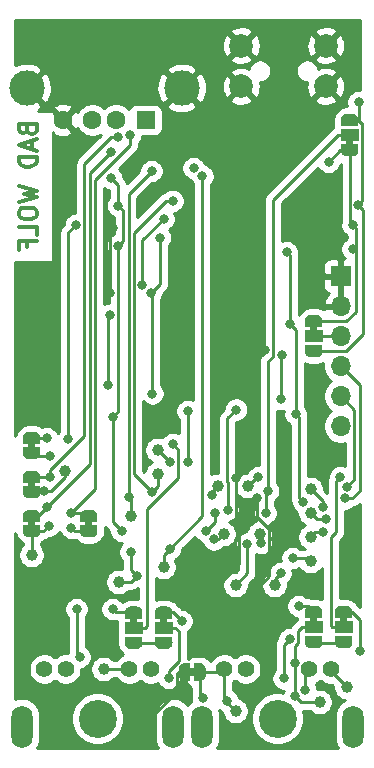
<source format=gbr>
%TF.GenerationSoftware,KiCad,Pcbnew,(5.1.9-16-g1737927814)-1*%
%TF.CreationDate,2021-07-07T14:31:42-05:00*%
%TF.ProjectId,adbuino,61646275-696e-46f2-9e6b-696361645f70,rev?*%
%TF.SameCoordinates,Original*%
%TF.FileFunction,Copper,L2,Bot*%
%TF.FilePolarity,Positive*%
%FSLAX46Y46*%
G04 Gerber Fmt 4.6, Leading zero omitted, Abs format (unit mm)*
G04 Created by KiCad (PCBNEW (5.1.9-16-g1737927814)-1) date 2021-07-07 14:31:42*
%MOMM*%
%LPD*%
G01*
G04 APERTURE LIST*
%TA.AperFunction,NonConductor*%
%ADD10C,0.300000*%
%TD*%
%TA.AperFunction,EtchedComponent*%
%ADD11C,0.100000*%
%TD*%
%TA.AperFunction,ComponentPad*%
%ADD12C,2.000000*%
%TD*%
%TA.AperFunction,SMDPad,CuDef*%
%ADD13C,0.100000*%
%TD*%
%TA.AperFunction,SMDPad,CuDef*%
%ADD14R,1.500000X1.000000*%
%TD*%
%TA.AperFunction,ComponentPad*%
%ADD15O,1.700000X1.700000*%
%TD*%
%TA.AperFunction,ComponentPad*%
%ADD16R,1.700000X1.700000*%
%TD*%
%TA.AperFunction,SMDPad,CuDef*%
%ADD17C,1.000000*%
%TD*%
%TA.AperFunction,ComponentPad*%
%ADD18O,1.800000X3.600000*%
%TD*%
%TA.AperFunction,ComponentPad*%
%ADD19C,1.408000*%
%TD*%
%TA.AperFunction,ComponentPad*%
%ADD20C,3.216000*%
%TD*%
%TA.AperFunction,ComponentPad*%
%ADD21C,1.600000*%
%TD*%
%TA.AperFunction,ComponentPad*%
%ADD22R,1.600000X1.500000*%
%TD*%
%TA.AperFunction,ComponentPad*%
%ADD23C,3.000000*%
%TD*%
%TA.AperFunction,ViaPad*%
%ADD24C,0.800000*%
%TD*%
%TA.AperFunction,Conductor*%
%ADD25C,0.250000*%
%TD*%
%TA.AperFunction,Conductor*%
%ADD26C,0.254000*%
%TD*%
%TA.AperFunction,Conductor*%
%ADD27C,0.100000*%
%TD*%
G04 APERTURE END LIST*
D10*
X155594857Y-46558000D02*
X155666285Y-46772285D01*
X155737714Y-46843714D01*
X155880571Y-46915142D01*
X156094857Y-46915142D01*
X156237714Y-46843714D01*
X156309142Y-46772285D01*
X156380571Y-46629428D01*
X156380571Y-46058000D01*
X154880571Y-46058000D01*
X154880571Y-46558000D01*
X154952000Y-46700857D01*
X155023428Y-46772285D01*
X155166285Y-46843714D01*
X155309142Y-46843714D01*
X155452000Y-46772285D01*
X155523428Y-46700857D01*
X155594857Y-46558000D01*
X155594857Y-46058000D01*
X155952000Y-47486571D02*
X155952000Y-48200857D01*
X156380571Y-47343714D02*
X154880571Y-47843714D01*
X156380571Y-48343714D01*
X156380571Y-48843714D02*
X154880571Y-48843714D01*
X154880571Y-49200857D01*
X154952000Y-49415142D01*
X155094857Y-49558000D01*
X155237714Y-49629428D01*
X155523428Y-49700857D01*
X155737714Y-49700857D01*
X156023428Y-49629428D01*
X156166285Y-49558000D01*
X156309142Y-49415142D01*
X156380571Y-49200857D01*
X156380571Y-48843714D01*
X154880571Y-51343714D02*
X156380571Y-51700857D01*
X155309142Y-51986571D01*
X156380571Y-52272285D01*
X154880571Y-52629428D01*
X154880571Y-53486571D02*
X154880571Y-53772285D01*
X154952000Y-53915142D01*
X155094857Y-54058000D01*
X155380571Y-54129428D01*
X155880571Y-54129428D01*
X156166285Y-54058000D01*
X156309142Y-53915142D01*
X156380571Y-53772285D01*
X156380571Y-53486571D01*
X156309142Y-53343714D01*
X156166285Y-53200857D01*
X155880571Y-53129428D01*
X155380571Y-53129428D01*
X155094857Y-53200857D01*
X154952000Y-53343714D01*
X154880571Y-53486571D01*
X156380571Y-55486571D02*
X156380571Y-54772285D01*
X154880571Y-54772285D01*
X155594857Y-56486571D02*
X155594857Y-55986571D01*
X156380571Y-55986571D02*
X154880571Y-55986571D01*
X154880571Y-56700857D01*
D11*
%TO.C,JP11*%
G36*
X179532000Y-87746000D02*
G01*
X179532000Y-88246000D01*
X180132000Y-88246000D01*
X180132000Y-87746000D01*
X179532000Y-87746000D01*
G37*
%TO.C,JP10*%
G36*
X182072000Y-87746000D02*
G01*
X182072000Y-88246000D01*
X182672000Y-88246000D01*
X182672000Y-87746000D01*
X182072000Y-87746000D01*
G37*
%TO.C,JP6*%
G36*
X155656000Y-80148000D02*
G01*
X155656000Y-79648000D01*
X156256000Y-79648000D01*
X156256000Y-80148000D01*
X155656000Y-80148000D01*
G37*
%TO.C,JP5*%
G36*
X155656000Y-76831000D02*
G01*
X155656000Y-76331000D01*
X156256000Y-76331000D01*
X156256000Y-76831000D01*
X155656000Y-76831000D01*
G37*
%TO.C,JP4*%
G36*
X155656000Y-73514000D02*
G01*
X155656000Y-73014000D01*
X156256000Y-73014000D01*
X156256000Y-73514000D01*
X155656000Y-73514000D01*
G37*
%TO.C,JP3*%
G36*
X160482000Y-80148000D02*
G01*
X160482000Y-79648000D01*
X161082000Y-79648000D01*
X161082000Y-80148000D01*
X160482000Y-80148000D01*
G37*
%TO.C,JP9*%
G36*
X166832000Y-87802000D02*
G01*
X166832000Y-88302000D01*
X167432000Y-88302000D01*
X167432000Y-87802000D01*
X166832000Y-87802000D01*
G37*
%TO.C,JP8*%
G36*
X164292000Y-87802000D02*
G01*
X164292000Y-88302000D01*
X164892000Y-88302000D01*
X164892000Y-87802000D01*
X164292000Y-87802000D01*
G37*
%TO.C,JP2*%
G36*
X183180000Y-47890000D02*
G01*
X183180000Y-47390000D01*
X182580000Y-47390000D01*
X182580000Y-47890000D01*
X183180000Y-47890000D01*
G37*
%TO.C,JP1*%
G36*
X179532000Y-63108000D02*
G01*
X179532000Y-63608000D01*
X180132000Y-63608000D01*
X180132000Y-63108000D01*
X179532000Y-63108000D01*
G37*
%TO.C,JP7*%
G36*
X169810000Y-92756000D02*
G01*
X169310000Y-92756000D01*
X169310000Y-92156000D01*
X169810000Y-92156000D01*
X169810000Y-92756000D01*
G37*
%TD*%
D12*
%TO.P,J2,MH4*%
%TO.N,GND*%
X180867000Y-42871000D03*
%TO.P,J2,MH3*%
X173717000Y-42871000D03*
%TO.P,J2,MH2*%
X173717000Y-39421000D03*
%TO.P,J2,MH1*%
X180867000Y-39421000D03*
%TD*%
%TA.AperFunction,SMDPad,CuDef*%
D13*
%TO.P,JP11,1*%
%TO.N,Net-(JP11-Pad1)*%
G36*
X179082000Y-87896000D02*
G01*
X179082000Y-87346000D01*
X179082602Y-87346000D01*
X179082602Y-87321466D01*
X179087412Y-87272635D01*
X179096984Y-87224510D01*
X179111228Y-87177555D01*
X179130005Y-87132222D01*
X179153136Y-87088949D01*
X179180396Y-87048150D01*
X179211524Y-87010221D01*
X179246221Y-86975524D01*
X179284150Y-86944396D01*
X179324949Y-86917136D01*
X179368222Y-86894005D01*
X179413555Y-86875228D01*
X179460510Y-86860984D01*
X179508635Y-86851412D01*
X179557466Y-86846602D01*
X179582000Y-86846602D01*
X179582000Y-86846000D01*
X180082000Y-86846000D01*
X180082000Y-86846602D01*
X180106534Y-86846602D01*
X180155365Y-86851412D01*
X180203490Y-86860984D01*
X180250445Y-86875228D01*
X180295778Y-86894005D01*
X180339051Y-86917136D01*
X180379850Y-86944396D01*
X180417779Y-86975524D01*
X180452476Y-87010221D01*
X180483604Y-87048150D01*
X180510864Y-87088949D01*
X180533995Y-87132222D01*
X180552772Y-87177555D01*
X180567016Y-87224510D01*
X180576588Y-87272635D01*
X180581398Y-87321466D01*
X180581398Y-87346000D01*
X180582000Y-87346000D01*
X180582000Y-87896000D01*
X179082000Y-87896000D01*
G37*
%TD.AperFunction*%
D14*
%TO.P,JP11,2*%
%TO.N,ADB_1_PWR_ON*%
X179832000Y-88646000D03*
%TA.AperFunction,SMDPad,CuDef*%
D13*
%TO.P,JP11,3*%
%TO.N,Net-(JP10-Pad3)*%
G36*
X180581398Y-89946000D02*
G01*
X180581398Y-89970534D01*
X180576588Y-90019365D01*
X180567016Y-90067490D01*
X180552772Y-90114445D01*
X180533995Y-90159778D01*
X180510864Y-90203051D01*
X180483604Y-90243850D01*
X180452476Y-90281779D01*
X180417779Y-90316476D01*
X180379850Y-90347604D01*
X180339051Y-90374864D01*
X180295778Y-90397995D01*
X180250445Y-90416772D01*
X180203490Y-90431016D01*
X180155365Y-90440588D01*
X180106534Y-90445398D01*
X180082000Y-90445398D01*
X180082000Y-90446000D01*
X179582000Y-90446000D01*
X179582000Y-90445398D01*
X179557466Y-90445398D01*
X179508635Y-90440588D01*
X179460510Y-90431016D01*
X179413555Y-90416772D01*
X179368222Y-90397995D01*
X179324949Y-90374864D01*
X179284150Y-90347604D01*
X179246221Y-90316476D01*
X179211524Y-90281779D01*
X179180396Y-90243850D01*
X179153136Y-90203051D01*
X179130005Y-90159778D01*
X179111228Y-90114445D01*
X179096984Y-90067490D01*
X179087412Y-90019365D01*
X179082602Y-89970534D01*
X179082602Y-89946000D01*
X179082000Y-89946000D01*
X179082000Y-89396000D01*
X180582000Y-89396000D01*
X180582000Y-89946000D01*
X180581398Y-89946000D01*
G37*
%TD.AperFunction*%
%TD*%
%TA.AperFunction,SMDPad,CuDef*%
%TO.P,JP10,1*%
%TO.N,Net-(JP10-Pad1)*%
G36*
X181622000Y-87896000D02*
G01*
X181622000Y-87346000D01*
X181622602Y-87346000D01*
X181622602Y-87321466D01*
X181627412Y-87272635D01*
X181636984Y-87224510D01*
X181651228Y-87177555D01*
X181670005Y-87132222D01*
X181693136Y-87088949D01*
X181720396Y-87048150D01*
X181751524Y-87010221D01*
X181786221Y-86975524D01*
X181824150Y-86944396D01*
X181864949Y-86917136D01*
X181908222Y-86894005D01*
X181953555Y-86875228D01*
X182000510Y-86860984D01*
X182048635Y-86851412D01*
X182097466Y-86846602D01*
X182122000Y-86846602D01*
X182122000Y-86846000D01*
X182622000Y-86846000D01*
X182622000Y-86846602D01*
X182646534Y-86846602D01*
X182695365Y-86851412D01*
X182743490Y-86860984D01*
X182790445Y-86875228D01*
X182835778Y-86894005D01*
X182879051Y-86917136D01*
X182919850Y-86944396D01*
X182957779Y-86975524D01*
X182992476Y-87010221D01*
X183023604Y-87048150D01*
X183050864Y-87088949D01*
X183073995Y-87132222D01*
X183092772Y-87177555D01*
X183107016Y-87224510D01*
X183116588Y-87272635D01*
X183121398Y-87321466D01*
X183121398Y-87346000D01*
X183122000Y-87346000D01*
X183122000Y-87896000D01*
X181622000Y-87896000D01*
G37*
%TD.AperFunction*%
D14*
%TO.P,JP10,2*%
%TO.N,ADB_PWR_ON_LV*%
X182372000Y-88646000D03*
%TA.AperFunction,SMDPad,CuDef*%
D13*
%TO.P,JP10,3*%
%TO.N,Net-(JP10-Pad3)*%
G36*
X183121398Y-89946000D02*
G01*
X183121398Y-89970534D01*
X183116588Y-90019365D01*
X183107016Y-90067490D01*
X183092772Y-90114445D01*
X183073995Y-90159778D01*
X183050864Y-90203051D01*
X183023604Y-90243850D01*
X182992476Y-90281779D01*
X182957779Y-90316476D01*
X182919850Y-90347604D01*
X182879051Y-90374864D01*
X182835778Y-90397995D01*
X182790445Y-90416772D01*
X182743490Y-90431016D01*
X182695365Y-90440588D01*
X182646534Y-90445398D01*
X182622000Y-90445398D01*
X182622000Y-90446000D01*
X182122000Y-90446000D01*
X182122000Y-90445398D01*
X182097466Y-90445398D01*
X182048635Y-90440588D01*
X182000510Y-90431016D01*
X181953555Y-90416772D01*
X181908222Y-90397995D01*
X181864949Y-90374864D01*
X181824150Y-90347604D01*
X181786221Y-90316476D01*
X181751524Y-90281779D01*
X181720396Y-90243850D01*
X181693136Y-90203051D01*
X181670005Y-90159778D01*
X181651228Y-90114445D01*
X181636984Y-90067490D01*
X181627412Y-90019365D01*
X181622602Y-89970534D01*
X181622602Y-89946000D01*
X181622000Y-89946000D01*
X181622000Y-89396000D01*
X183122000Y-89396000D01*
X183122000Y-89946000D01*
X183121398Y-89946000D01*
G37*
%TD.AperFunction*%
%TD*%
%TA.AperFunction,SMDPad,CuDef*%
%TO.P,JP6,1*%
%TO.N,SPI_MOSI*%
G36*
X155206000Y-79748000D02*
G01*
X155206000Y-79248000D01*
X155206602Y-79248000D01*
X155206602Y-79223466D01*
X155211412Y-79174635D01*
X155220984Y-79126510D01*
X155235228Y-79079555D01*
X155254005Y-79034222D01*
X155277136Y-78990949D01*
X155304396Y-78950150D01*
X155335524Y-78912221D01*
X155370221Y-78877524D01*
X155408150Y-78846396D01*
X155448949Y-78819136D01*
X155492222Y-78796005D01*
X155537555Y-78777228D01*
X155584510Y-78762984D01*
X155632635Y-78753412D01*
X155681466Y-78748602D01*
X155706000Y-78748602D01*
X155706000Y-78748000D01*
X156206000Y-78748000D01*
X156206000Y-78748602D01*
X156230534Y-78748602D01*
X156279365Y-78753412D01*
X156327490Y-78762984D01*
X156374445Y-78777228D01*
X156419778Y-78796005D01*
X156463051Y-78819136D01*
X156503850Y-78846396D01*
X156541779Y-78877524D01*
X156576476Y-78912221D01*
X156607604Y-78950150D01*
X156634864Y-78990949D01*
X156657995Y-79034222D01*
X156676772Y-79079555D01*
X156691016Y-79126510D01*
X156700588Y-79174635D01*
X156705398Y-79223466D01*
X156705398Y-79248000D01*
X156706000Y-79248000D01*
X156706000Y-79748000D01*
X155206000Y-79748000D01*
G37*
%TD.AperFunction*%
%TA.AperFunction,SMDPad,CuDef*%
%TO.P,JP6,2*%
%TO.N,TTL_SPI_MOSI*%
G36*
X156705398Y-80548000D02*
G01*
X156705398Y-80572534D01*
X156700588Y-80621365D01*
X156691016Y-80669490D01*
X156676772Y-80716445D01*
X156657995Y-80761778D01*
X156634864Y-80805051D01*
X156607604Y-80845850D01*
X156576476Y-80883779D01*
X156541779Y-80918476D01*
X156503850Y-80949604D01*
X156463051Y-80976864D01*
X156419778Y-80999995D01*
X156374445Y-81018772D01*
X156327490Y-81033016D01*
X156279365Y-81042588D01*
X156230534Y-81047398D01*
X156206000Y-81047398D01*
X156206000Y-81048000D01*
X155706000Y-81048000D01*
X155706000Y-81047398D01*
X155681466Y-81047398D01*
X155632635Y-81042588D01*
X155584510Y-81033016D01*
X155537555Y-81018772D01*
X155492222Y-80999995D01*
X155448949Y-80976864D01*
X155408150Y-80949604D01*
X155370221Y-80918476D01*
X155335524Y-80883779D01*
X155304396Y-80845850D01*
X155277136Y-80805051D01*
X155254005Y-80761778D01*
X155235228Y-80716445D01*
X155220984Y-80669490D01*
X155211412Y-80621365D01*
X155206602Y-80572534D01*
X155206602Y-80548000D01*
X155206000Y-80548000D01*
X155206000Y-80048000D01*
X156706000Y-80048000D01*
X156706000Y-80548000D01*
X156705398Y-80548000D01*
G37*
%TD.AperFunction*%
%TD*%
%TA.AperFunction,SMDPad,CuDef*%
%TO.P,JP5,1*%
%TO.N,MAX3421_SS*%
G36*
X155206000Y-76431000D02*
G01*
X155206000Y-75931000D01*
X155206602Y-75931000D01*
X155206602Y-75906466D01*
X155211412Y-75857635D01*
X155220984Y-75809510D01*
X155235228Y-75762555D01*
X155254005Y-75717222D01*
X155277136Y-75673949D01*
X155304396Y-75633150D01*
X155335524Y-75595221D01*
X155370221Y-75560524D01*
X155408150Y-75529396D01*
X155448949Y-75502136D01*
X155492222Y-75479005D01*
X155537555Y-75460228D01*
X155584510Y-75445984D01*
X155632635Y-75436412D01*
X155681466Y-75431602D01*
X155706000Y-75431602D01*
X155706000Y-75431000D01*
X156206000Y-75431000D01*
X156206000Y-75431602D01*
X156230534Y-75431602D01*
X156279365Y-75436412D01*
X156327490Y-75445984D01*
X156374445Y-75460228D01*
X156419778Y-75479005D01*
X156463051Y-75502136D01*
X156503850Y-75529396D01*
X156541779Y-75560524D01*
X156576476Y-75595221D01*
X156607604Y-75633150D01*
X156634864Y-75673949D01*
X156657995Y-75717222D01*
X156676772Y-75762555D01*
X156691016Y-75809510D01*
X156700588Y-75857635D01*
X156705398Y-75906466D01*
X156705398Y-75931000D01*
X156706000Y-75931000D01*
X156706000Y-76431000D01*
X155206000Y-76431000D01*
G37*
%TD.AperFunction*%
%TA.AperFunction,SMDPad,CuDef*%
%TO.P,JP5,2*%
%TO.N,TTL_SS*%
G36*
X156705398Y-77231000D02*
G01*
X156705398Y-77255534D01*
X156700588Y-77304365D01*
X156691016Y-77352490D01*
X156676772Y-77399445D01*
X156657995Y-77444778D01*
X156634864Y-77488051D01*
X156607604Y-77528850D01*
X156576476Y-77566779D01*
X156541779Y-77601476D01*
X156503850Y-77632604D01*
X156463051Y-77659864D01*
X156419778Y-77682995D01*
X156374445Y-77701772D01*
X156327490Y-77716016D01*
X156279365Y-77725588D01*
X156230534Y-77730398D01*
X156206000Y-77730398D01*
X156206000Y-77731000D01*
X155706000Y-77731000D01*
X155706000Y-77730398D01*
X155681466Y-77730398D01*
X155632635Y-77725588D01*
X155584510Y-77716016D01*
X155537555Y-77701772D01*
X155492222Y-77682995D01*
X155448949Y-77659864D01*
X155408150Y-77632604D01*
X155370221Y-77601476D01*
X155335524Y-77566779D01*
X155304396Y-77528850D01*
X155277136Y-77488051D01*
X155254005Y-77444778D01*
X155235228Y-77399445D01*
X155220984Y-77352490D01*
X155211412Y-77304365D01*
X155206602Y-77255534D01*
X155206602Y-77231000D01*
X155206000Y-77231000D01*
X155206000Y-76731000D01*
X156706000Y-76731000D01*
X156706000Y-77231000D01*
X156705398Y-77231000D01*
G37*
%TD.AperFunction*%
%TD*%
%TA.AperFunction,SMDPad,CuDef*%
%TO.P,JP4,1*%
%TO.N,SPI_SCLK*%
G36*
X155206000Y-73114000D02*
G01*
X155206000Y-72614000D01*
X155206602Y-72614000D01*
X155206602Y-72589466D01*
X155211412Y-72540635D01*
X155220984Y-72492510D01*
X155235228Y-72445555D01*
X155254005Y-72400222D01*
X155277136Y-72356949D01*
X155304396Y-72316150D01*
X155335524Y-72278221D01*
X155370221Y-72243524D01*
X155408150Y-72212396D01*
X155448949Y-72185136D01*
X155492222Y-72162005D01*
X155537555Y-72143228D01*
X155584510Y-72128984D01*
X155632635Y-72119412D01*
X155681466Y-72114602D01*
X155706000Y-72114602D01*
X155706000Y-72114000D01*
X156206000Y-72114000D01*
X156206000Y-72114602D01*
X156230534Y-72114602D01*
X156279365Y-72119412D01*
X156327490Y-72128984D01*
X156374445Y-72143228D01*
X156419778Y-72162005D01*
X156463051Y-72185136D01*
X156503850Y-72212396D01*
X156541779Y-72243524D01*
X156576476Y-72278221D01*
X156607604Y-72316150D01*
X156634864Y-72356949D01*
X156657995Y-72400222D01*
X156676772Y-72445555D01*
X156691016Y-72492510D01*
X156700588Y-72540635D01*
X156705398Y-72589466D01*
X156705398Y-72614000D01*
X156706000Y-72614000D01*
X156706000Y-73114000D01*
X155206000Y-73114000D01*
G37*
%TD.AperFunction*%
%TA.AperFunction,SMDPad,CuDef*%
%TO.P,JP4,2*%
%TO.N,TTL_SPI_SCLK*%
G36*
X156705398Y-73914000D02*
G01*
X156705398Y-73938534D01*
X156700588Y-73987365D01*
X156691016Y-74035490D01*
X156676772Y-74082445D01*
X156657995Y-74127778D01*
X156634864Y-74171051D01*
X156607604Y-74211850D01*
X156576476Y-74249779D01*
X156541779Y-74284476D01*
X156503850Y-74315604D01*
X156463051Y-74342864D01*
X156419778Y-74365995D01*
X156374445Y-74384772D01*
X156327490Y-74399016D01*
X156279365Y-74408588D01*
X156230534Y-74413398D01*
X156206000Y-74413398D01*
X156206000Y-74414000D01*
X155706000Y-74414000D01*
X155706000Y-74413398D01*
X155681466Y-74413398D01*
X155632635Y-74408588D01*
X155584510Y-74399016D01*
X155537555Y-74384772D01*
X155492222Y-74365995D01*
X155448949Y-74342864D01*
X155408150Y-74315604D01*
X155370221Y-74284476D01*
X155335524Y-74249779D01*
X155304396Y-74211850D01*
X155277136Y-74171051D01*
X155254005Y-74127778D01*
X155235228Y-74082445D01*
X155220984Y-74035490D01*
X155211412Y-73987365D01*
X155206602Y-73938534D01*
X155206602Y-73914000D01*
X155206000Y-73914000D01*
X155206000Y-73414000D01*
X156706000Y-73414000D01*
X156706000Y-73914000D01*
X156705398Y-73914000D01*
G37*
%TD.AperFunction*%
%TD*%
%TA.AperFunction,SMDPad,CuDef*%
%TO.P,JP3,1*%
%TO.N,MAX3421_RESET*%
G36*
X160032000Y-79748000D02*
G01*
X160032000Y-79248000D01*
X160032602Y-79248000D01*
X160032602Y-79223466D01*
X160037412Y-79174635D01*
X160046984Y-79126510D01*
X160061228Y-79079555D01*
X160080005Y-79034222D01*
X160103136Y-78990949D01*
X160130396Y-78950150D01*
X160161524Y-78912221D01*
X160196221Y-78877524D01*
X160234150Y-78846396D01*
X160274949Y-78819136D01*
X160318222Y-78796005D01*
X160363555Y-78777228D01*
X160410510Y-78762984D01*
X160458635Y-78753412D01*
X160507466Y-78748602D01*
X160532000Y-78748602D01*
X160532000Y-78748000D01*
X161032000Y-78748000D01*
X161032000Y-78748602D01*
X161056534Y-78748602D01*
X161105365Y-78753412D01*
X161153490Y-78762984D01*
X161200445Y-78777228D01*
X161245778Y-78796005D01*
X161289051Y-78819136D01*
X161329850Y-78846396D01*
X161367779Y-78877524D01*
X161402476Y-78912221D01*
X161433604Y-78950150D01*
X161460864Y-78990949D01*
X161483995Y-79034222D01*
X161502772Y-79079555D01*
X161517016Y-79126510D01*
X161526588Y-79174635D01*
X161531398Y-79223466D01*
X161531398Y-79248000D01*
X161532000Y-79248000D01*
X161532000Y-79748000D01*
X160032000Y-79748000D01*
G37*
%TD.AperFunction*%
%TA.AperFunction,SMDPad,CuDef*%
%TO.P,JP3,2*%
%TO.N,TTL_MAX3421_RESET*%
G36*
X161531398Y-80548000D02*
G01*
X161531398Y-80572534D01*
X161526588Y-80621365D01*
X161517016Y-80669490D01*
X161502772Y-80716445D01*
X161483995Y-80761778D01*
X161460864Y-80805051D01*
X161433604Y-80845850D01*
X161402476Y-80883779D01*
X161367779Y-80918476D01*
X161329850Y-80949604D01*
X161289051Y-80976864D01*
X161245778Y-80999995D01*
X161200445Y-81018772D01*
X161153490Y-81033016D01*
X161105365Y-81042588D01*
X161056534Y-81047398D01*
X161032000Y-81047398D01*
X161032000Y-81048000D01*
X160532000Y-81048000D01*
X160532000Y-81047398D01*
X160507466Y-81047398D01*
X160458635Y-81042588D01*
X160410510Y-81033016D01*
X160363555Y-81018772D01*
X160318222Y-80999995D01*
X160274949Y-80976864D01*
X160234150Y-80949604D01*
X160196221Y-80918476D01*
X160161524Y-80883779D01*
X160130396Y-80845850D01*
X160103136Y-80805051D01*
X160080005Y-80761778D01*
X160061228Y-80716445D01*
X160046984Y-80669490D01*
X160037412Y-80621365D01*
X160032602Y-80572534D01*
X160032602Y-80548000D01*
X160032000Y-80548000D01*
X160032000Y-80048000D01*
X161532000Y-80048000D01*
X161532000Y-80548000D01*
X161531398Y-80548000D01*
G37*
%TD.AperFunction*%
%TD*%
D15*
%TO.P,J1,6*%
%TO.N,FTDI_DTR*%
X182118000Y-71628000D03*
%TO.P,J1,5*%
%TO.N,FTDI_TXO*%
X182118000Y-69088000D03*
%TO.P,J1,4*%
%TO.N,FTDI_RXI*%
X182118000Y-66548000D03*
%TO.P,J1,3*%
%TO.N,Net-(J1-Pad3)*%
X182118000Y-64008000D03*
%TO.P,J1,2*%
%TO.N,GND*%
X182118000Y-61468000D03*
D16*
%TO.P,J1,1*%
X182118000Y-58928000D03*
%TD*%
D17*
%TO.P,TP17,1*%
%TO.N,Net-(TP17-Pad1)*%
X171704000Y-76708000D03*
%TD*%
%TO.P,TP16,1*%
%TO.N,Net-(TP16-Pad1)*%
X166624000Y-73660000D03*
%TD*%
%TO.P,TP15,1*%
%TO.N,Net-(TP15-Pad1)*%
X174244000Y-76708000D03*
%TD*%
%TO.P,TP14,1*%
%TO.N,Net-(TP14-Pad1)*%
X179578000Y-76962000D03*
%TD*%
%TO.P,TP13,1*%
%TO.N,Net-(TP13-Pad1)*%
X179578000Y-78994000D03*
%TD*%
%TO.P,TP12,1*%
%TO.N,Net-(TP12-Pad1)*%
X179578000Y-81026000D03*
%TD*%
%TO.P,TP11,1*%
%TO.N,Net-(TP11-Pad1)*%
X179578000Y-83058000D03*
%TD*%
%TO.P,TP10,1*%
%TO.N,Net-(TP10-Pad1)*%
X176530000Y-85090000D03*
%TD*%
%TO.P,TP9,1*%
%TO.N,Net-(TP9-Pad1)*%
X175260000Y-80772000D03*
%TD*%
%TO.P,TP8,1*%
%TO.N,TTL_SPI_SCLK*%
X163322000Y-84836000D03*
%TD*%
%TO.P,TP7,1*%
%TO.N,SPI_MISO*%
X167132000Y-83566000D03*
%TD*%
%TO.P,TP6,1*%
%TO.N,TTL_SPI_MOSI*%
X155956000Y-82550000D03*
%TD*%
%TO.P,TP5,1*%
%TO.N,TTL_SS*%
X158750000Y-75438000D03*
%TD*%
%TO.P,TP4,1*%
%TO.N,MAX3421_INT*%
X164338000Y-79248000D03*
%TD*%
%TO.P,TP3,1*%
%TO.N,MAX3421_GPX*%
X166624000Y-75692000D03*
%TD*%
%TO.P,TP2,1*%
%TO.N,Net-(TP2-Pad1)*%
X173228000Y-85090000D03*
%TD*%
%TO.P,TP1,1*%
%TO.N,Net-(TP1-Pad1)*%
X172212000Y-80772000D03*
%TD*%
%TA.AperFunction,SMDPad,CuDef*%
D13*
%TO.P,JP9,1*%
%TO.N,Net-(JP9-Pad1)*%
G36*
X166382000Y-87952000D02*
G01*
X166382000Y-87402000D01*
X166382602Y-87402000D01*
X166382602Y-87377466D01*
X166387412Y-87328635D01*
X166396984Y-87280510D01*
X166411228Y-87233555D01*
X166430005Y-87188222D01*
X166453136Y-87144949D01*
X166480396Y-87104150D01*
X166511524Y-87066221D01*
X166546221Y-87031524D01*
X166584150Y-87000396D01*
X166624949Y-86973136D01*
X166668222Y-86950005D01*
X166713555Y-86931228D01*
X166760510Y-86916984D01*
X166808635Y-86907412D01*
X166857466Y-86902602D01*
X166882000Y-86902602D01*
X166882000Y-86902000D01*
X167382000Y-86902000D01*
X167382000Y-86902602D01*
X167406534Y-86902602D01*
X167455365Y-86907412D01*
X167503490Y-86916984D01*
X167550445Y-86931228D01*
X167595778Y-86950005D01*
X167639051Y-86973136D01*
X167679850Y-87000396D01*
X167717779Y-87031524D01*
X167752476Y-87066221D01*
X167783604Y-87104150D01*
X167810864Y-87144949D01*
X167833995Y-87188222D01*
X167852772Y-87233555D01*
X167867016Y-87280510D01*
X167876588Y-87328635D01*
X167881398Y-87377466D01*
X167881398Y-87402000D01*
X167882000Y-87402000D01*
X167882000Y-87952000D01*
X166382000Y-87952000D01*
G37*
%TD.AperFunction*%
D14*
%TO.P,JP9,2*%
%TO.N,ADB_1_DATA*%
X167132000Y-88702000D03*
%TA.AperFunction,SMDPad,CuDef*%
D13*
%TO.P,JP9,3*%
%TO.N,Net-(JP8-Pad3)*%
G36*
X167881398Y-90002000D02*
G01*
X167881398Y-90026534D01*
X167876588Y-90075365D01*
X167867016Y-90123490D01*
X167852772Y-90170445D01*
X167833995Y-90215778D01*
X167810864Y-90259051D01*
X167783604Y-90299850D01*
X167752476Y-90337779D01*
X167717779Y-90372476D01*
X167679850Y-90403604D01*
X167639051Y-90430864D01*
X167595778Y-90453995D01*
X167550445Y-90472772D01*
X167503490Y-90487016D01*
X167455365Y-90496588D01*
X167406534Y-90501398D01*
X167382000Y-90501398D01*
X167382000Y-90502000D01*
X166882000Y-90502000D01*
X166882000Y-90501398D01*
X166857466Y-90501398D01*
X166808635Y-90496588D01*
X166760510Y-90487016D01*
X166713555Y-90472772D01*
X166668222Y-90453995D01*
X166624949Y-90430864D01*
X166584150Y-90403604D01*
X166546221Y-90372476D01*
X166511524Y-90337779D01*
X166480396Y-90299850D01*
X166453136Y-90259051D01*
X166430005Y-90215778D01*
X166411228Y-90170445D01*
X166396984Y-90123490D01*
X166387412Y-90075365D01*
X166382602Y-90026534D01*
X166382602Y-90002000D01*
X166382000Y-90002000D01*
X166382000Y-89452000D01*
X167882000Y-89452000D01*
X167882000Y-90002000D01*
X167881398Y-90002000D01*
G37*
%TD.AperFunction*%
%TD*%
%TA.AperFunction,SMDPad,CuDef*%
%TO.P,JP8,1*%
%TO.N,Net-(JP8-Pad1)*%
G36*
X163842000Y-87952000D02*
G01*
X163842000Y-87402000D01*
X163842602Y-87402000D01*
X163842602Y-87377466D01*
X163847412Y-87328635D01*
X163856984Y-87280510D01*
X163871228Y-87233555D01*
X163890005Y-87188222D01*
X163913136Y-87144949D01*
X163940396Y-87104150D01*
X163971524Y-87066221D01*
X164006221Y-87031524D01*
X164044150Y-87000396D01*
X164084949Y-86973136D01*
X164128222Y-86950005D01*
X164173555Y-86931228D01*
X164220510Y-86916984D01*
X164268635Y-86907412D01*
X164317466Y-86902602D01*
X164342000Y-86902602D01*
X164342000Y-86902000D01*
X164842000Y-86902000D01*
X164842000Y-86902602D01*
X164866534Y-86902602D01*
X164915365Y-86907412D01*
X164963490Y-86916984D01*
X165010445Y-86931228D01*
X165055778Y-86950005D01*
X165099051Y-86973136D01*
X165139850Y-87000396D01*
X165177779Y-87031524D01*
X165212476Y-87066221D01*
X165243604Y-87104150D01*
X165270864Y-87144949D01*
X165293995Y-87188222D01*
X165312772Y-87233555D01*
X165327016Y-87280510D01*
X165336588Y-87328635D01*
X165341398Y-87377466D01*
X165341398Y-87402000D01*
X165342000Y-87402000D01*
X165342000Y-87952000D01*
X163842000Y-87952000D01*
G37*
%TD.AperFunction*%
D14*
%TO.P,JP8,2*%
%TO.N,ADB_DATA_LV*%
X164592000Y-88702000D03*
%TA.AperFunction,SMDPad,CuDef*%
D13*
%TO.P,JP8,3*%
%TO.N,Net-(JP8-Pad3)*%
G36*
X165341398Y-90002000D02*
G01*
X165341398Y-90026534D01*
X165336588Y-90075365D01*
X165327016Y-90123490D01*
X165312772Y-90170445D01*
X165293995Y-90215778D01*
X165270864Y-90259051D01*
X165243604Y-90299850D01*
X165212476Y-90337779D01*
X165177779Y-90372476D01*
X165139850Y-90403604D01*
X165099051Y-90430864D01*
X165055778Y-90453995D01*
X165010445Y-90472772D01*
X164963490Y-90487016D01*
X164915365Y-90496588D01*
X164866534Y-90501398D01*
X164842000Y-90501398D01*
X164842000Y-90502000D01*
X164342000Y-90502000D01*
X164342000Y-90501398D01*
X164317466Y-90501398D01*
X164268635Y-90496588D01*
X164220510Y-90487016D01*
X164173555Y-90472772D01*
X164128222Y-90453995D01*
X164084949Y-90430864D01*
X164044150Y-90403604D01*
X164006221Y-90372476D01*
X163971524Y-90337779D01*
X163940396Y-90299850D01*
X163913136Y-90259051D01*
X163890005Y-90215778D01*
X163871228Y-90170445D01*
X163856984Y-90123490D01*
X163847412Y-90075365D01*
X163842602Y-90026534D01*
X163842602Y-90002000D01*
X163842000Y-90002000D01*
X163842000Y-89452000D01*
X165342000Y-89452000D01*
X165342000Y-90002000D01*
X165341398Y-90002000D01*
G37*
%TD.AperFunction*%
%TD*%
%TA.AperFunction,SMDPad,CuDef*%
%TO.P,JP2,1*%
%TO.N,+3V3*%
G36*
X183630000Y-47740000D02*
G01*
X183630000Y-48290000D01*
X183629398Y-48290000D01*
X183629398Y-48314534D01*
X183624588Y-48363365D01*
X183615016Y-48411490D01*
X183600772Y-48458445D01*
X183581995Y-48503778D01*
X183558864Y-48547051D01*
X183531604Y-48587850D01*
X183500476Y-48625779D01*
X183465779Y-48660476D01*
X183427850Y-48691604D01*
X183387051Y-48718864D01*
X183343778Y-48741995D01*
X183298445Y-48760772D01*
X183251490Y-48775016D01*
X183203365Y-48784588D01*
X183154534Y-48789398D01*
X183130000Y-48789398D01*
X183130000Y-48790000D01*
X182630000Y-48790000D01*
X182630000Y-48789398D01*
X182605466Y-48789398D01*
X182556635Y-48784588D01*
X182508510Y-48775016D01*
X182461555Y-48760772D01*
X182416222Y-48741995D01*
X182372949Y-48718864D01*
X182332150Y-48691604D01*
X182294221Y-48660476D01*
X182259524Y-48625779D01*
X182228396Y-48587850D01*
X182201136Y-48547051D01*
X182178005Y-48503778D01*
X182159228Y-48458445D01*
X182144984Y-48411490D01*
X182135412Y-48363365D01*
X182130602Y-48314534D01*
X182130602Y-48290000D01*
X182130000Y-48290000D01*
X182130000Y-47740000D01*
X183630000Y-47740000D01*
G37*
%TD.AperFunction*%
D14*
%TO.P,JP2,2*%
%TO.N,VCC*%
X182880000Y-46990000D03*
%TA.AperFunction,SMDPad,CuDef*%
D13*
%TO.P,JP2,3*%
%TO.N,VBUS*%
G36*
X182130602Y-45690000D02*
G01*
X182130602Y-45665466D01*
X182135412Y-45616635D01*
X182144984Y-45568510D01*
X182159228Y-45521555D01*
X182178005Y-45476222D01*
X182201136Y-45432949D01*
X182228396Y-45392150D01*
X182259524Y-45354221D01*
X182294221Y-45319524D01*
X182332150Y-45288396D01*
X182372949Y-45261136D01*
X182416222Y-45238005D01*
X182461555Y-45219228D01*
X182508510Y-45204984D01*
X182556635Y-45195412D01*
X182605466Y-45190602D01*
X182630000Y-45190602D01*
X182630000Y-45190000D01*
X183130000Y-45190000D01*
X183130000Y-45190602D01*
X183154534Y-45190602D01*
X183203365Y-45195412D01*
X183251490Y-45204984D01*
X183298445Y-45219228D01*
X183343778Y-45238005D01*
X183387051Y-45261136D01*
X183427850Y-45288396D01*
X183465779Y-45319524D01*
X183500476Y-45354221D01*
X183531604Y-45392150D01*
X183558864Y-45432949D01*
X183581995Y-45476222D01*
X183600772Y-45521555D01*
X183615016Y-45568510D01*
X183624588Y-45616635D01*
X183629398Y-45665466D01*
X183629398Y-45690000D01*
X183630000Y-45690000D01*
X183630000Y-46240000D01*
X182130000Y-46240000D01*
X182130000Y-45690000D01*
X182130602Y-45690000D01*
G37*
%TD.AperFunction*%
%TD*%
%TA.AperFunction,SMDPad,CuDef*%
%TO.P,JP1,1*%
%TO.N,+3V3*%
G36*
X179082000Y-63258000D02*
G01*
X179082000Y-62708000D01*
X179082602Y-62708000D01*
X179082602Y-62683466D01*
X179087412Y-62634635D01*
X179096984Y-62586510D01*
X179111228Y-62539555D01*
X179130005Y-62494222D01*
X179153136Y-62450949D01*
X179180396Y-62410150D01*
X179211524Y-62372221D01*
X179246221Y-62337524D01*
X179284150Y-62306396D01*
X179324949Y-62279136D01*
X179368222Y-62256005D01*
X179413555Y-62237228D01*
X179460510Y-62222984D01*
X179508635Y-62213412D01*
X179557466Y-62208602D01*
X179582000Y-62208602D01*
X179582000Y-62208000D01*
X180082000Y-62208000D01*
X180082000Y-62208602D01*
X180106534Y-62208602D01*
X180155365Y-62213412D01*
X180203490Y-62222984D01*
X180250445Y-62237228D01*
X180295778Y-62256005D01*
X180339051Y-62279136D01*
X180379850Y-62306396D01*
X180417779Y-62337524D01*
X180452476Y-62372221D01*
X180483604Y-62410150D01*
X180510864Y-62450949D01*
X180533995Y-62494222D01*
X180552772Y-62539555D01*
X180567016Y-62586510D01*
X180576588Y-62634635D01*
X180581398Y-62683466D01*
X180581398Y-62708000D01*
X180582000Y-62708000D01*
X180582000Y-63258000D01*
X179082000Y-63258000D01*
G37*
%TD.AperFunction*%
D14*
%TO.P,JP1,2*%
%TO.N,Net-(J1-Pad3)*%
X179832000Y-64008000D03*
%TA.AperFunction,SMDPad,CuDef*%
D13*
%TO.P,JP1,3*%
%TO.N,VBUS*%
G36*
X180581398Y-65308000D02*
G01*
X180581398Y-65332534D01*
X180576588Y-65381365D01*
X180567016Y-65429490D01*
X180552772Y-65476445D01*
X180533995Y-65521778D01*
X180510864Y-65565051D01*
X180483604Y-65605850D01*
X180452476Y-65643779D01*
X180417779Y-65678476D01*
X180379850Y-65709604D01*
X180339051Y-65736864D01*
X180295778Y-65759995D01*
X180250445Y-65778772D01*
X180203490Y-65793016D01*
X180155365Y-65802588D01*
X180106534Y-65807398D01*
X180082000Y-65807398D01*
X180082000Y-65808000D01*
X179582000Y-65808000D01*
X179582000Y-65807398D01*
X179557466Y-65807398D01*
X179508635Y-65802588D01*
X179460510Y-65793016D01*
X179413555Y-65778772D01*
X179368222Y-65759995D01*
X179324949Y-65736864D01*
X179284150Y-65709604D01*
X179246221Y-65678476D01*
X179211524Y-65643779D01*
X179180396Y-65605850D01*
X179153136Y-65565051D01*
X179130005Y-65521778D01*
X179111228Y-65476445D01*
X179096984Y-65429490D01*
X179087412Y-65381365D01*
X179082602Y-65332534D01*
X179082602Y-65308000D01*
X179082000Y-65308000D01*
X179082000Y-64758000D01*
X180582000Y-64758000D01*
X180582000Y-65308000D01*
X180581398Y-65308000D01*
G37*
%TD.AperFunction*%
%TD*%
D17*
%TO.P,TP21,1*%
%TO.N,ADB_1_GND*%
X173228000Y-95758000D03*
%TD*%
%TO.P,TP20,1*%
%TO.N,ADB_1_5v*%
X182626000Y-93726000D03*
%TD*%
%TO.P,TP19,1*%
%TO.N,ADB_1_PWR_ON*%
X180340000Y-94996000D03*
%TD*%
%TO.P,TP18,1*%
%TO.N,ADB_1_DATA*%
X162052000Y-92202000D03*
%TD*%
%TA.AperFunction,SMDPad,CuDef*%
D13*
%TO.P,JP7,1*%
%TO.N,GND*%
G36*
X169410000Y-93206000D02*
G01*
X168910000Y-93206000D01*
X168910000Y-93205398D01*
X168885466Y-93205398D01*
X168836635Y-93200588D01*
X168788510Y-93191016D01*
X168741555Y-93176772D01*
X168696222Y-93157995D01*
X168652949Y-93134864D01*
X168612150Y-93107604D01*
X168574221Y-93076476D01*
X168539524Y-93041779D01*
X168508396Y-93003850D01*
X168481136Y-92963051D01*
X168458005Y-92919778D01*
X168439228Y-92874445D01*
X168424984Y-92827490D01*
X168415412Y-92779365D01*
X168410602Y-92730534D01*
X168410602Y-92706000D01*
X168410000Y-92706000D01*
X168410000Y-92206000D01*
X168410602Y-92206000D01*
X168410602Y-92181466D01*
X168415412Y-92132635D01*
X168424984Y-92084510D01*
X168439228Y-92037555D01*
X168458005Y-91992222D01*
X168481136Y-91948949D01*
X168508396Y-91908150D01*
X168539524Y-91870221D01*
X168574221Y-91835524D01*
X168612150Y-91804396D01*
X168652949Y-91777136D01*
X168696222Y-91754005D01*
X168741555Y-91735228D01*
X168788510Y-91720984D01*
X168836635Y-91711412D01*
X168885466Y-91706602D01*
X168910000Y-91706602D01*
X168910000Y-91706000D01*
X169410000Y-91706000D01*
X169410000Y-93206000D01*
G37*
%TD.AperFunction*%
%TA.AperFunction,SMDPad,CuDef*%
%TO.P,JP7,2*%
%TO.N,ADB_1_GND*%
G36*
X170210000Y-91706602D02*
G01*
X170234534Y-91706602D01*
X170283365Y-91711412D01*
X170331490Y-91720984D01*
X170378445Y-91735228D01*
X170423778Y-91754005D01*
X170467051Y-91777136D01*
X170507850Y-91804396D01*
X170545779Y-91835524D01*
X170580476Y-91870221D01*
X170611604Y-91908150D01*
X170638864Y-91948949D01*
X170661995Y-91992222D01*
X170680772Y-92037555D01*
X170695016Y-92084510D01*
X170704588Y-92132635D01*
X170709398Y-92181466D01*
X170709398Y-92206000D01*
X170710000Y-92206000D01*
X170710000Y-92706000D01*
X170709398Y-92706000D01*
X170709398Y-92730534D01*
X170704588Y-92779365D01*
X170695016Y-92827490D01*
X170680772Y-92874445D01*
X170661995Y-92919778D01*
X170638864Y-92963051D01*
X170611604Y-93003850D01*
X170580476Y-93041779D01*
X170545779Y-93076476D01*
X170507850Y-93107604D01*
X170467051Y-93134864D01*
X170423778Y-93157995D01*
X170378445Y-93176772D01*
X170331490Y-93191016D01*
X170283365Y-93200588D01*
X170234534Y-93205398D01*
X170210000Y-93205398D01*
X170210000Y-93206000D01*
X169710000Y-93206000D01*
X169710000Y-91706000D01*
X170210000Y-91706000D01*
X170210000Y-91706602D01*
G37*
%TD.AperFunction*%
%TD*%
D18*
%TO.P,J5,S3*%
%TO.N,N/C*%
X155144000Y-97104000D03*
%TO.P,J5,S2*%
X167944000Y-97104000D03*
D19*
%TO.P,J5,3*%
%TO.N,ADB_1_5v*%
X166044000Y-92204000D03*
%TO.P,J5,1*%
%TO.N,ADB_1_DATA*%
X164244000Y-92204000D03*
%TO.P,J5,2*%
%TO.N,ADB_1_PWR_ON*%
X158844000Y-92204000D03*
%TO.P,J5,4*%
%TO.N,ADB_1_GND*%
X157044000Y-92204000D03*
D20*
%TO.P,J5,S1*%
%TO.N,N/C*%
X161544000Y-96404000D03*
%TD*%
D18*
%TO.P,J4,S3*%
%TO.N,N/C*%
X170384000Y-97104000D03*
%TO.P,J4,S2*%
X183184000Y-97104000D03*
D19*
%TO.P,J4,3*%
%TO.N,ADB_1_5v*%
X181284000Y-92204000D03*
%TO.P,J4,1*%
%TO.N,ADB_1_DATA*%
X179484000Y-92204000D03*
%TO.P,J4,2*%
%TO.N,ADB_1_PWR_ON*%
X174084000Y-92204000D03*
%TO.P,J4,4*%
%TO.N,ADB_1_GND*%
X172284000Y-92204000D03*
D20*
%TO.P,J4,S1*%
%TO.N,N/C*%
X176784000Y-96404000D03*
%TD*%
D21*
%TO.P,J3,4*%
%TO.N,GND*%
X158608000Y-45720000D03*
%TO.P,J3,3*%
%TO.N,Net-(J3-Pad3)*%
X161108000Y-45720000D03*
%TO.P,J3,2*%
%TO.N,Net-(J3-Pad2)*%
X163108000Y-45720000D03*
D22*
%TO.P,J3,1*%
%TO.N,Net-(F1-Pad1)*%
X165608000Y-45720000D03*
D23*
%TO.P,J3,5*%
%TO.N,GND*%
X155538000Y-43010000D03*
X168678000Y-43010000D03*
%TD*%
D24*
%TO.N,ADB_1_5v*%
X177800000Y-89662000D03*
X177299787Y-93000990D03*
%TO.N,ADB_1_GND*%
X172524644Y-94901021D03*
X170455351Y-94647019D03*
%TO.N,ADB_1_DATA*%
X179106097Y-93958012D03*
X167559034Y-92959340D03*
%TO.N,ADB_1_PWR_ON*%
X178278846Y-91705979D03*
X178259750Y-94490665D03*
%TO.N,GND*%
X165354000Y-97028000D03*
X162560696Y-60393343D03*
X168148000Y-55880000D03*
X162814000Y-54864000D03*
X173506499Y-80239501D03*
X174752000Y-62992000D03*
X165354000Y-49022000D03*
X169926000Y-86868000D03*
X175006000Y-86614000D03*
X174498000Y-71120000D03*
X171450000Y-71374000D03*
X175689317Y-65202021D03*
X174824383Y-66435410D03*
X173252979Y-76026167D03*
X175006000Y-77724000D03*
X180086000Y-73406000D03*
X182372000Y-83058000D03*
X166370000Y-71374000D03*
%TO.N,+3V3*%
X163576000Y-80518000D03*
X162675837Y-50609964D03*
X183134000Y-54610000D03*
X181102000Y-49276000D03*
X183134000Y-56642000D03*
X162814000Y-70866000D03*
X163285697Y-56351697D03*
X163285697Y-52963977D03*
%TO.N,VBUS*%
X183605010Y-52912795D03*
X183642000Y-44196000D03*
%TO.N,Net-(IC1-Pad26)*%
X166813019Y-55683226D03*
X166192213Y-68878009D03*
X166045879Y-60391200D03*
%TO.N,Net-(C6-Pad1)*%
X172556244Y-78711068D03*
X177038000Y-69342000D03*
X177139337Y-65641280D03*
X173278079Y-70241597D03*
%TO.N,Net-(C7-Pad1)*%
X169164000Y-70358000D03*
X169164000Y-74676000D03*
%TO.N,Net-(C12-Pad1)*%
X167132000Y-54102000D03*
X165338765Y-59684084D03*
%TO.N,MAX3421_INT*%
X166116000Y-50038000D03*
X164163706Y-77654874D03*
%TO.N,MAX3421_GPX*%
X166116000Y-77216000D03*
X167898660Y-52573340D03*
%TO.N,SPI_MOSI*%
X169672000Y-49784000D03*
X157226000Y-78486000D03*
X162695725Y-48387594D03*
%TO.N,SPI_MISO*%
X167680155Y-82013165D03*
X170418155Y-50476627D03*
%TO.N,MAX3421_SS*%
X157480000Y-75946000D03*
X163285010Y-47144524D03*
%TO.N,SPI_SCLK*%
X157226000Y-72644000D03*
X159073746Y-72761250D03*
X159701967Y-54610000D03*
%TO.N,MAX3421_RESET*%
X159258000Y-78994000D03*
X164274135Y-46997366D03*
%TO.N,ADB_DATA_LV*%
X167894000Y-73152000D03*
%TO.N,ADB_PWR_ON_LV*%
X182112000Y-75940000D03*
%TO.N,Net-(TP1-Pad1)*%
X171394278Y-81225952D03*
%TO.N,Net-(TP2-Pad1)*%
X174231509Y-81583828D03*
%TO.N,Net-(TP13-Pad1)*%
X180848000Y-79502000D03*
%TO.N,Net-(TP14-Pad1)*%
X180594000Y-78486000D03*
%TO.N,Net-(TP15-Pad1)*%
X175153010Y-75946000D03*
%TO.N,Net-(TP16-Pad1)*%
X167640000Y-74676000D03*
%TO.N,Net-(TP17-Pad1)*%
X171196000Y-77470000D03*
%TO.N,FTDI_TXO*%
X182668204Y-76771060D03*
%TO.N,FTDI_RXI*%
X182534385Y-77762078D03*
%TO.N,Net-(C5-Pad1)*%
X177800000Y-62992000D03*
X178308000Y-70612000D03*
X178967829Y-78078743D03*
X177546000Y-56896000D03*
%TO.N,TTL_MAX3421_RESET*%
X159330522Y-80264000D03*
%TO.N,TTL_SPI_MOSI*%
X157430500Y-80059500D03*
%TO.N,TTL_SS*%
X157047518Y-77131163D03*
%TO.N,TTL_SPI_SCLK*%
X164338000Y-82296000D03*
X164846000Y-84328000D03*
X157480000Y-74168000D03*
%TO.N,Net-(JP8-Pad1)*%
X162814000Y-87122000D03*
X159766000Y-87122000D03*
X160020000Y-91186000D03*
%TO.N,Net-(JP9-Pad1)*%
X168656000Y-88138000D03*
%TO.N,Net-(JP10-Pad1)*%
X183779000Y-90678000D03*
%TO.N,Net-(JP11-Pad1)*%
X178562000Y-86868000D03*
%TO.N,Net-(R5-Pad2)*%
X162560000Y-62230000D03*
X162426001Y-68152999D03*
%TO.N,Net-(TP9-Pad1)*%
X175359991Y-81534000D03*
%TO.N,Net-(TP10-Pad1)*%
X177038000Y-84074000D03*
%TO.N,Net-(TP11-Pad1)*%
X178054000Y-82804000D03*
%TO.N,Net-(TP12-Pad1)*%
X180629924Y-80630850D03*
%TO.N,VCC*%
X170688000Y-80518000D03*
X171450000Y-78994000D03*
X175768000Y-78994000D03*
X175954182Y-77124264D03*
%TD*%
D25*
%TO.N,ADB_1_5v*%
X181284000Y-92384000D02*
X182626000Y-93726000D01*
X181284000Y-92204000D02*
X181284000Y-92384000D01*
X177800000Y-89662000D02*
X177299787Y-90162213D01*
X177299787Y-90162213D02*
X177299787Y-93000990D01*
%TO.N,ADB_1_GND*%
X172032000Y-92456000D02*
X172284000Y-92204000D01*
X170210000Y-92456000D02*
X172032000Y-92456000D01*
X172524644Y-95054644D02*
X172524644Y-94901021D01*
X172284000Y-94660377D02*
X172524644Y-94901021D01*
X172284000Y-92204000D02*
X172284000Y-94660377D01*
X170210000Y-94401668D02*
X170455351Y-94647019D01*
X170210000Y-92456000D02*
X170210000Y-94401668D01*
X173228000Y-95758000D02*
X172524644Y-95054644D01*
%TO.N,ADB_1_DATA*%
X162054000Y-92204000D02*
X162052000Y-92202000D01*
X164244000Y-92204000D02*
X162054000Y-92204000D01*
X179106097Y-92581903D02*
X179484000Y-92204000D01*
X179106097Y-93958012D02*
X179106097Y-92581903D01*
X167559034Y-92393628D02*
X167559034Y-92959340D01*
X168402000Y-91550662D02*
X167559034Y-92393628D01*
X168132000Y-88702000D02*
X168402000Y-88972000D01*
X168402000Y-88972000D02*
X168402000Y-91550662D01*
X167132000Y-88702000D02*
X168132000Y-88702000D01*
%TO.N,ADB_1_PWR_ON*%
X178765085Y-94996000D02*
X178259750Y-94490665D01*
X178525001Y-90010001D02*
X178259750Y-90275252D01*
X178525001Y-88952999D02*
X178525001Y-90010001D01*
X179832000Y-88646000D02*
X178832000Y-88646000D01*
X180340000Y-94996000D02*
X178765085Y-94996000D01*
X178259750Y-90275252D02*
X178259750Y-94490665D01*
X178832000Y-88646000D02*
X178525001Y-88952999D01*
%TO.N,GND*%
X168284044Y-92581956D02*
X168284044Y-94097956D01*
X168410000Y-92456000D02*
X168284044Y-92581956D01*
X168910000Y-92456000D02*
X168410000Y-92456000D01*
X168284044Y-94097956D02*
X165354000Y-97028000D01*
X162560696Y-55117304D02*
X162560696Y-60393343D01*
X162814000Y-54864000D02*
X162560696Y-55117304D01*
X173506499Y-80239501D02*
X173777825Y-80239501D01*
X169926000Y-86868000D02*
X174752000Y-86868000D01*
X174752000Y-86868000D02*
X175006000Y-86614000D01*
X173281254Y-80014256D02*
X173281254Y-76054442D01*
X173281254Y-76054442D02*
X173252979Y-76026167D01*
X173506499Y-80239501D02*
X173281254Y-80014256D01*
X176085001Y-84313997D02*
X175006000Y-85392998D01*
X175006000Y-85392998D02*
X175006000Y-86614000D01*
X175006000Y-79296998D02*
X176085001Y-80375999D01*
X176085001Y-80375999D02*
X176085001Y-84313997D01*
X175006000Y-77724000D02*
X175006000Y-79296998D01*
X173506499Y-83287501D02*
X169926000Y-86868000D01*
X173506499Y-80239501D02*
X173506499Y-83287501D01*
%TO.N,+3V3*%
X182617002Y-62708000D02*
X183388000Y-61937002D01*
X179832000Y-62708000D02*
X182617002Y-62708000D01*
X183388000Y-54864000D02*
X183134000Y-54610000D01*
X183388000Y-61937002D02*
X183388000Y-54864000D01*
X182880000Y-48290000D02*
X182880000Y-54356000D01*
X182880000Y-54356000D02*
X183134000Y-54610000D01*
X182088000Y-48290000D02*
X181102000Y-49276000D01*
X182880000Y-48290000D02*
X182088000Y-48290000D01*
X183134000Y-56642000D02*
X183388000Y-56388000D01*
X183328980Y-61996022D02*
X183388000Y-61937002D01*
X162814000Y-70866000D02*
X163285697Y-70394303D01*
X163576000Y-80518000D02*
X162814000Y-79756000D01*
X162814000Y-79756000D02*
X162814000Y-70866000D01*
X163285697Y-70394303D02*
X163285697Y-56351697D01*
X163285697Y-51219824D02*
X163285697Y-52963977D01*
X163285697Y-56351697D02*
X163685696Y-55951698D01*
X163685696Y-55951698D02*
X163685696Y-53363976D01*
X162675837Y-50609964D02*
X163285697Y-51219824D01*
X163685696Y-53363976D02*
X163285697Y-52963977D01*
%TO.N,VBUS*%
X183955010Y-52562795D02*
X183605010Y-52912795D01*
X183955010Y-46017418D02*
X183955010Y-52562795D01*
X183627592Y-45690000D02*
X183955010Y-46017418D01*
X182880000Y-45690000D02*
X183627592Y-45690000D01*
X183642000Y-45704408D02*
X183955010Y-46017418D01*
X183642000Y-44196000D02*
X183642000Y-45704408D01*
X179832000Y-65308000D02*
X182557002Y-65308000D01*
X182557002Y-65308000D02*
X184053990Y-63811012D01*
X184053990Y-63811012D02*
X184053990Y-53361775D01*
X184053990Y-53361775D02*
X183605010Y-52912795D01*
%TO.N,Net-(IC1-Pad26)*%
X166813019Y-59624060D02*
X166045879Y-60391200D01*
X166192213Y-60537534D02*
X166045879Y-60391200D01*
X166813019Y-55683226D02*
X166813019Y-59624060D01*
X166192213Y-68878009D02*
X166192213Y-60537534D01*
%TO.N,Net-(C6-Pad1)*%
X177038000Y-69342000D02*
X177038000Y-65742617D01*
X177038000Y-65742617D02*
X177139337Y-65641280D01*
X172556244Y-76402434D02*
X172527978Y-76374168D01*
X172527978Y-76374168D02*
X172527978Y-70991698D01*
X172527978Y-70991698D02*
X173278079Y-70241597D01*
X172556244Y-78711068D02*
X172556244Y-76402434D01*
%TO.N,Net-(C7-Pad1)*%
X169164000Y-70358000D02*
X169164000Y-74676000D01*
%TO.N,Net-(C12-Pad1)*%
X165338765Y-55895235D02*
X165338765Y-59684084D01*
X167132000Y-54102000D02*
X165338765Y-55895235D01*
%TO.N,MAX3421_INT*%
X164338000Y-77829168D02*
X164163706Y-77654874D01*
X164338000Y-79248000D02*
X164338000Y-77829168D01*
X166116000Y-50038000D02*
X164163706Y-51990294D01*
X164163706Y-51990294D02*
X164163706Y-77654874D01*
%TO.N,MAX3421_GPX*%
X166624000Y-76708000D02*
X166116000Y-77216000D01*
X166624000Y-75692000D02*
X166624000Y-76708000D01*
X164613763Y-55292552D02*
X167332975Y-52573340D01*
X164613763Y-75713763D02*
X164613763Y-55292552D01*
X166116000Y-77216000D02*
X164613763Y-75713763D01*
X167332975Y-52573340D02*
X167898660Y-52573340D01*
%TO.N,SPI_MOSI*%
X156464000Y-79248000D02*
X157226000Y-78486000D01*
X155956000Y-79248000D02*
X156464000Y-79248000D01*
X157226000Y-78486000D02*
X160876988Y-74835012D01*
X160876988Y-74835012D02*
X160876988Y-50206331D01*
X160876988Y-50206331D02*
X162695725Y-48387594D01*
%TO.N,SPI_MISO*%
X167680155Y-82013165D02*
X170418155Y-79275165D01*
X170418155Y-79275165D02*
X170418155Y-50476627D01*
X167132000Y-82561320D02*
X167680155Y-82013165D01*
X167132000Y-83566000D02*
X167132000Y-82561320D01*
%TO.N,MAX3421_SS*%
X157465000Y-75931000D02*
X157480000Y-75946000D01*
X155956000Y-75931000D02*
X157465000Y-75931000D01*
X160426977Y-72433338D02*
X160426977Y-49436872D01*
X160426977Y-49436872D02*
X162719325Y-47144524D01*
X157480000Y-75380315D02*
X160426977Y-72433338D01*
X162719325Y-47144524D02*
X163285010Y-47144524D01*
X157480000Y-75946000D02*
X157480000Y-75380315D01*
%TO.N,SPI_SCLK*%
X157196000Y-72614000D02*
X157226000Y-72644000D01*
X155956000Y-72614000D02*
X157196000Y-72614000D01*
X159073746Y-72761250D02*
X159073746Y-55238221D01*
X159073746Y-55238221D02*
X159701967Y-54610000D01*
%TO.N,MAX3421_RESET*%
X160528000Y-78994000D02*
X160782000Y-79248000D01*
X159258000Y-78994000D02*
X160528000Y-78994000D01*
X161326999Y-76925001D02*
X161326999Y-50795248D01*
X164274135Y-47848112D02*
X164274135Y-46997366D01*
X161326999Y-50795248D02*
X164274135Y-47848112D01*
X159258000Y-78994000D02*
X161326999Y-76925001D01*
%TO.N,Net-(J1-Pad3)*%
X179832000Y-64008000D02*
X182118000Y-64008000D01*
%TO.N,ADB_DATA_LV*%
X164592000Y-88702000D02*
X165592000Y-88702000D01*
X165592000Y-88702000D02*
X165767999Y-88526001D01*
X165767999Y-88526001D02*
X165767999Y-78637003D01*
X165767999Y-78637003D02*
X168365001Y-76040001D01*
X168365001Y-76040001D02*
X168365001Y-73623001D01*
X168365001Y-73623001D02*
X167894000Y-73152000D01*
%TO.N,ADB_PWR_ON_LV*%
X181372000Y-88646000D02*
X182372000Y-88646000D01*
X181712001Y-80621777D02*
X181296990Y-81036788D01*
X181296990Y-81036788D02*
X181296990Y-88570990D01*
X181296990Y-88570990D02*
X181372000Y-88646000D01*
X182112000Y-75940000D02*
X181712001Y-76339999D01*
X181712001Y-76339999D02*
X181712001Y-80621777D01*
%TO.N,Net-(TP1-Pad1)*%
X172212000Y-80772000D02*
X171758048Y-81225952D01*
X171758048Y-81225952D02*
X171394278Y-81225952D01*
%TO.N,Net-(TP2-Pad1)*%
X174231509Y-84086491D02*
X174231509Y-81583828D01*
X173228000Y-85090000D02*
X174231509Y-84086491D01*
%TO.N,Net-(TP13-Pad1)*%
X180086000Y-79502000D02*
X179578000Y-78994000D01*
X180848000Y-79502000D02*
X180086000Y-79502000D01*
%TO.N,Net-(TP14-Pad1)*%
X180594000Y-77978000D02*
X179578000Y-76962000D01*
X180594000Y-78486000D02*
X180594000Y-77978000D01*
%TO.N,Net-(TP15-Pad1)*%
X174244000Y-76708000D02*
X175006000Y-75946000D01*
X175006000Y-75946000D02*
X175153010Y-75946000D01*
%TO.N,Net-(TP16-Pad1)*%
X167640000Y-74676000D02*
X166624000Y-73660000D01*
%TO.N,Net-(TP17-Pad1)*%
X171704000Y-76708000D02*
X171196000Y-77216000D01*
X171196000Y-77216000D02*
X171196000Y-77470000D01*
%TO.N,FTDI_TXO*%
X183293001Y-76146263D02*
X182668204Y-76771060D01*
X183293001Y-70263001D02*
X183293001Y-76146263D01*
X182118000Y-69088000D02*
X183293001Y-70263001D01*
%TO.N,FTDI_RXI*%
X183100070Y-77762078D02*
X182534385Y-77762078D01*
X183743012Y-77119136D02*
X183100070Y-77762078D01*
X183743012Y-68173012D02*
X183743012Y-77119136D01*
X182118000Y-66548000D02*
X183743012Y-68173012D01*
%TO.N,Net-(C5-Pad1)*%
X178567830Y-70871830D02*
X178308000Y-70612000D01*
X178567830Y-77678744D02*
X178567830Y-70871830D01*
X178967829Y-78078743D02*
X178567830Y-77678744D01*
X177800000Y-62992000D02*
X177800000Y-57150000D01*
X177800000Y-57150000D02*
X177546000Y-56896000D01*
X177800000Y-62992000D02*
X178308000Y-63500000D01*
X178308000Y-63500000D02*
X178308000Y-70612000D01*
%TO.N,TTL_MAX3421_RESET*%
X159614522Y-80548000D02*
X159330522Y-80264000D01*
X160782000Y-80548000D02*
X159614522Y-80548000D01*
%TO.N,TTL_SPI_MOSI*%
X155956000Y-80548000D02*
X156942000Y-80548000D01*
X156942000Y-80548000D02*
X157430500Y-80059500D01*
X155956000Y-82550000D02*
X155956000Y-80548000D01*
%TO.N,TTL_SS*%
X156947681Y-77231000D02*
X157047518Y-77131163D01*
X155956000Y-77231000D02*
X156947681Y-77231000D01*
X157047518Y-77131163D02*
X157564837Y-77131163D01*
X158750000Y-75946000D02*
X158750000Y-75438000D01*
X157564837Y-77131163D02*
X158750000Y-75946000D01*
%TO.N,TTL_SPI_SCLK*%
X164338000Y-82296000D02*
X164338000Y-83820000D01*
X164338000Y-83820000D02*
X164846000Y-84328000D01*
X156210000Y-74168000D02*
X155956000Y-73914000D01*
X157480000Y-74168000D02*
X156210000Y-74168000D01*
X164338000Y-84836000D02*
X164846000Y-84328000D01*
X163322000Y-84836000D02*
X164338000Y-84836000D01*
%TO.N,Net-(JP8-Pad1)*%
X163094000Y-87402000D02*
X162814000Y-87122000D01*
X164592000Y-87402000D02*
X163094000Y-87402000D01*
X159766000Y-87122000D02*
X159766000Y-90932000D01*
X159766000Y-90932000D02*
X160020000Y-91186000D01*
%TO.N,Net-(JP8-Pad3)*%
X166972000Y-89890000D02*
X167719592Y-89890000D01*
X167132000Y-90002000D02*
X164592000Y-90002000D01*
%TO.N,Net-(JP9-Pad1)*%
X167920000Y-87402000D02*
X168656000Y-88138000D01*
X167132000Y-87402000D02*
X167920000Y-87402000D01*
%TO.N,Net-(JP10-Pad1)*%
X183779000Y-88035408D02*
X183779000Y-90678000D01*
X183119592Y-87376000D02*
X183779000Y-88035408D01*
X182372000Y-87376000D02*
X183119592Y-87376000D01*
%TO.N,Net-(JP10-Pad3)*%
X179862000Y-89976000D02*
X179832000Y-89946000D01*
X182372000Y-89976000D02*
X179862000Y-89976000D01*
%TO.N,Net-(JP11-Pad1)*%
X179354000Y-86868000D02*
X179832000Y-87346000D01*
X178562000Y-86868000D02*
X179354000Y-86868000D01*
%TO.N,Net-(R5-Pad2)*%
X162426001Y-62363999D02*
X162560000Y-62230000D01*
X162426001Y-68152999D02*
X162426001Y-62363999D01*
%TO.N,Net-(TP9-Pad1)*%
X175260000Y-80772000D02*
X175359991Y-80871991D01*
X175359991Y-80871991D02*
X175359991Y-81534000D01*
%TO.N,Net-(TP10-Pad1)*%
X176530000Y-84582000D02*
X177038000Y-84074000D01*
X176530000Y-85090000D02*
X176530000Y-84582000D01*
%TO.N,Net-(TP11-Pad1)*%
X179324000Y-82804000D02*
X179578000Y-83058000D01*
X178054000Y-82804000D02*
X179324000Y-82804000D01*
%TO.N,Net-(TP12-Pad1)*%
X179973150Y-80630850D02*
X180629924Y-80630850D01*
X179578000Y-81026000D02*
X179973150Y-80630850D01*
%TO.N,VCC*%
X170688000Y-80518000D02*
X171450000Y-79756000D01*
X171450000Y-79756000D02*
X171450000Y-78994000D01*
X175768000Y-77310446D02*
X175954182Y-77124264D01*
X175768000Y-78994000D02*
X175768000Y-77310446D01*
X176414327Y-65735003D02*
X175954182Y-66195148D01*
X175954182Y-66195148D02*
X175954182Y-77124264D01*
X176414327Y-52455673D02*
X176414327Y-65735003D01*
X181880000Y-46990000D02*
X176414327Y-52455673D01*
X182880000Y-46990000D02*
X181880000Y-46990000D01*
%TD*%
D26*
%TO.N,GND*%
X162179026Y-80180276D02*
X162208428Y-80216102D01*
X162273999Y-80296001D01*
X162303002Y-80319803D01*
X162541000Y-80557801D01*
X162541000Y-80619939D01*
X162580774Y-80819898D01*
X162658795Y-81008256D01*
X162772063Y-81177774D01*
X162916226Y-81321937D01*
X163085744Y-81435205D01*
X163274102Y-81513226D01*
X163474061Y-81553000D01*
X163617289Y-81553000D01*
X163534063Y-81636226D01*
X163420795Y-81805744D01*
X163342774Y-81994102D01*
X163303000Y-82194061D01*
X163303000Y-82397939D01*
X163342774Y-82597898D01*
X163420795Y-82786256D01*
X163534063Y-82955774D01*
X163578000Y-82999711D01*
X163578001Y-83729686D01*
X163433788Y-83701000D01*
X163210212Y-83701000D01*
X162990933Y-83744617D01*
X162784376Y-83830176D01*
X162598480Y-83954388D01*
X162440388Y-84112480D01*
X162316176Y-84298376D01*
X162230617Y-84504933D01*
X162187000Y-84724212D01*
X162187000Y-84947788D01*
X162230617Y-85167067D01*
X162316176Y-85373624D01*
X162440388Y-85559520D01*
X162598480Y-85717612D01*
X162784376Y-85841824D01*
X162990933Y-85927383D01*
X163210212Y-85971000D01*
X163433788Y-85971000D01*
X163653067Y-85927383D01*
X163859624Y-85841824D01*
X164045520Y-85717612D01*
X164167132Y-85596000D01*
X164300678Y-85596000D01*
X164338000Y-85599676D01*
X164375322Y-85596000D01*
X164375333Y-85596000D01*
X164486986Y-85585003D01*
X164630247Y-85541546D01*
X164762276Y-85470974D01*
X164878001Y-85376001D01*
X164888671Y-85363000D01*
X164947939Y-85363000D01*
X165007999Y-85351053D01*
X165007999Y-86277858D01*
X164891009Y-86266336D01*
X164866450Y-86266336D01*
X164842000Y-86263928D01*
X164342000Y-86263928D01*
X164317550Y-86266336D01*
X164292991Y-86266336D01*
X164168510Y-86278596D01*
X164072377Y-86297718D01*
X163952681Y-86334027D01*
X163862125Y-86371536D01*
X163751808Y-86430502D01*
X163670309Y-86484958D01*
X163646295Y-86504666D01*
X163617937Y-86462226D01*
X163473774Y-86318063D01*
X163304256Y-86204795D01*
X163115898Y-86126774D01*
X162915939Y-86087000D01*
X162712061Y-86087000D01*
X162512102Y-86126774D01*
X162323744Y-86204795D01*
X162154226Y-86318063D01*
X162010063Y-86462226D01*
X161896795Y-86631744D01*
X161818774Y-86820102D01*
X161779000Y-87020061D01*
X161779000Y-87223939D01*
X161818774Y-87423898D01*
X161896795Y-87612256D01*
X162010063Y-87781774D01*
X162154226Y-87925937D01*
X162323744Y-88039205D01*
X162512102Y-88117226D01*
X162712061Y-88157000D01*
X162915939Y-88157000D01*
X162945732Y-88151074D01*
X163056667Y-88162000D01*
X163056675Y-88162000D01*
X163094000Y-88165676D01*
X163131325Y-88162000D01*
X163207868Y-88162000D01*
X163203928Y-88202000D01*
X163203928Y-89202000D01*
X163216188Y-89326482D01*
X163216345Y-89327000D01*
X163216188Y-89327518D01*
X163203928Y-89452000D01*
X163203928Y-90002000D01*
X163206336Y-90026450D01*
X163206336Y-90051009D01*
X163218596Y-90175490D01*
X163237718Y-90271623D01*
X163274027Y-90391319D01*
X163311536Y-90481875D01*
X163370502Y-90592192D01*
X163424958Y-90673691D01*
X163504310Y-90770382D01*
X163573618Y-90839690D01*
X163670309Y-90919042D01*
X163737997Y-90964270D01*
X163609746Y-91017393D01*
X163390437Y-91163931D01*
X163203931Y-91350437D01*
X163141414Y-91444000D01*
X162899132Y-91444000D01*
X162775520Y-91320388D01*
X162589624Y-91196176D01*
X162383067Y-91110617D01*
X162163788Y-91067000D01*
X161940212Y-91067000D01*
X161720933Y-91110617D01*
X161514376Y-91196176D01*
X161328480Y-91320388D01*
X161170388Y-91478480D01*
X161046176Y-91664376D01*
X160960617Y-91870933D01*
X160917000Y-92090212D01*
X160917000Y-92313788D01*
X160960617Y-92533067D01*
X161046176Y-92739624D01*
X161170388Y-92925520D01*
X161328480Y-93083612D01*
X161514376Y-93207824D01*
X161720933Y-93293383D01*
X161940212Y-93337000D01*
X162163788Y-93337000D01*
X162383067Y-93293383D01*
X162589624Y-93207824D01*
X162775520Y-93083612D01*
X162895132Y-92964000D01*
X163141414Y-92964000D01*
X163203931Y-93057563D01*
X163390437Y-93244069D01*
X163609746Y-93390607D01*
X163853428Y-93491543D01*
X164112120Y-93543000D01*
X164375880Y-93543000D01*
X164634572Y-93491543D01*
X164878254Y-93390607D01*
X165097563Y-93244069D01*
X165144000Y-93197632D01*
X165190437Y-93244069D01*
X165409746Y-93390607D01*
X165653428Y-93491543D01*
X165912120Y-93543000D01*
X166175880Y-93543000D01*
X166434572Y-93491543D01*
X166626307Y-93412124D01*
X166641829Y-93449596D01*
X166755097Y-93619114D01*
X166899260Y-93763277D01*
X167068778Y-93876545D01*
X167257136Y-93954566D01*
X167457095Y-93994340D01*
X167660973Y-93994340D01*
X167860932Y-93954566D01*
X168049290Y-93876545D01*
X168218808Y-93763277D01*
X168362971Y-93619114D01*
X168476239Y-93449596D01*
X168554260Y-93261238D01*
X168594034Y-93061279D01*
X168594034Y-92857401D01*
X168554260Y-92657442D01*
X168500298Y-92527166D01*
X168675000Y-92352464D01*
X168675000Y-92756000D01*
X168680834Y-92815505D01*
X168686248Y-92874987D01*
X168686875Y-92877118D01*
X168687093Y-92879339D01*
X168704388Y-92936621D01*
X168721238Y-92993875D01*
X168722269Y-92995847D01*
X168722913Y-92997980D01*
X168750988Y-93050781D01*
X168778655Y-93103703D01*
X168780049Y-93105437D01*
X168781095Y-93107404D01*
X168818883Y-93153737D01*
X168856310Y-93200286D01*
X168858015Y-93201717D01*
X168859423Y-93203443D01*
X168905473Y-93241539D01*
X168951246Y-93279947D01*
X168953198Y-93281020D01*
X168954913Y-93282439D01*
X169007461Y-93310851D01*
X169059847Y-93339651D01*
X169061971Y-93340325D01*
X169063928Y-93341383D01*
X169089937Y-93349434D01*
X169120498Y-93450180D01*
X169179463Y-93560494D01*
X169258815Y-93657185D01*
X169355506Y-93736537D01*
X169450001Y-93787046D01*
X169450001Y-94364336D01*
X169446324Y-94401668D01*
X169447170Y-94410253D01*
X169420351Y-94545080D01*
X169420351Y-94748958D01*
X169460125Y-94948917D01*
X169468640Y-94969474D01*
X169293340Y-95113339D01*
X169164001Y-95270940D01*
X169034661Y-95113339D01*
X168800927Y-94921519D01*
X168534261Y-94778983D01*
X168244913Y-94691210D01*
X167944000Y-94661573D01*
X167643088Y-94691210D01*
X167353740Y-94778983D01*
X167087074Y-94921519D01*
X166853340Y-95113339D01*
X166661520Y-95347073D01*
X166518984Y-95613739D01*
X166431211Y-95903087D01*
X166409000Y-96128592D01*
X166409000Y-98079407D01*
X166431210Y-98304912D01*
X166518983Y-98594260D01*
X166661519Y-98860926D01*
X166700151Y-98908000D01*
X156387849Y-98908000D01*
X156426481Y-98860927D01*
X156569017Y-98594261D01*
X156656790Y-98304913D01*
X156679000Y-98079408D01*
X156679000Y-96183084D01*
X159301000Y-96183084D01*
X159301000Y-96624916D01*
X159387197Y-97058259D01*
X159556279Y-97466459D01*
X159801748Y-97833829D01*
X160114171Y-98146252D01*
X160481541Y-98391721D01*
X160889741Y-98560803D01*
X161323084Y-98647000D01*
X161764916Y-98647000D01*
X162198259Y-98560803D01*
X162606459Y-98391721D01*
X162973829Y-98146252D01*
X163286252Y-97833829D01*
X163531721Y-97466459D01*
X163700803Y-97058259D01*
X163787000Y-96624916D01*
X163787000Y-96183084D01*
X163700803Y-95749741D01*
X163531721Y-95341541D01*
X163286252Y-94974171D01*
X162973829Y-94661748D01*
X162606459Y-94416279D01*
X162198259Y-94247197D01*
X161764916Y-94161000D01*
X161323084Y-94161000D01*
X160889741Y-94247197D01*
X160481541Y-94416279D01*
X160114171Y-94661748D01*
X159801748Y-94974171D01*
X159556279Y-95341541D01*
X159387197Y-95749741D01*
X159301000Y-96183084D01*
X156679000Y-96183084D01*
X156679000Y-96128592D01*
X156656790Y-95903087D01*
X156569017Y-95613739D01*
X156426481Y-95347073D01*
X156234661Y-95113339D01*
X156000927Y-94921519D01*
X155734261Y-94778983D01*
X155444913Y-94691210D01*
X155144000Y-94661573D01*
X154843088Y-94691210D01*
X154584000Y-94769804D01*
X154584000Y-92072120D01*
X155705000Y-92072120D01*
X155705000Y-92335880D01*
X155756457Y-92594572D01*
X155857393Y-92838254D01*
X156003931Y-93057563D01*
X156190437Y-93244069D01*
X156409746Y-93390607D01*
X156653428Y-93491543D01*
X156912120Y-93543000D01*
X157175880Y-93543000D01*
X157434572Y-93491543D01*
X157678254Y-93390607D01*
X157897563Y-93244069D01*
X157944000Y-93197632D01*
X157990437Y-93244069D01*
X158209746Y-93390607D01*
X158453428Y-93491543D01*
X158712120Y-93543000D01*
X158975880Y-93543000D01*
X159234572Y-93491543D01*
X159478254Y-93390607D01*
X159697563Y-93244069D01*
X159884069Y-93057563D01*
X160030607Y-92838254D01*
X160131543Y-92594572D01*
X160183000Y-92335880D01*
X160183000Y-92208854D01*
X160321898Y-92181226D01*
X160510256Y-92103205D01*
X160679774Y-91989937D01*
X160823937Y-91845774D01*
X160937205Y-91676256D01*
X161015226Y-91487898D01*
X161055000Y-91287939D01*
X161055000Y-91084061D01*
X161015226Y-90884102D01*
X160937205Y-90695744D01*
X160823937Y-90526226D01*
X160679774Y-90382063D01*
X160526000Y-90279315D01*
X160526000Y-87825711D01*
X160569937Y-87781774D01*
X160683205Y-87612256D01*
X160761226Y-87423898D01*
X160801000Y-87223939D01*
X160801000Y-87020061D01*
X160761226Y-86820102D01*
X160683205Y-86631744D01*
X160569937Y-86462226D01*
X160425774Y-86318063D01*
X160256256Y-86204795D01*
X160067898Y-86126774D01*
X159867939Y-86087000D01*
X159664061Y-86087000D01*
X159464102Y-86126774D01*
X159275744Y-86204795D01*
X159106226Y-86318063D01*
X158962063Y-86462226D01*
X158848795Y-86631744D01*
X158770774Y-86820102D01*
X158731000Y-87020061D01*
X158731000Y-87223939D01*
X158770774Y-87423898D01*
X158848795Y-87612256D01*
X158962063Y-87781774D01*
X159006000Y-87825711D01*
X159006001Y-90870991D01*
X158975880Y-90865000D01*
X158712120Y-90865000D01*
X158453428Y-90916457D01*
X158209746Y-91017393D01*
X157990437Y-91163931D01*
X157944000Y-91210368D01*
X157897563Y-91163931D01*
X157678254Y-91017393D01*
X157434572Y-90916457D01*
X157175880Y-90865000D01*
X156912120Y-90865000D01*
X156653428Y-90916457D01*
X156409746Y-91017393D01*
X156190437Y-91163931D01*
X156003931Y-91350437D01*
X155857393Y-91569746D01*
X155756457Y-91813428D01*
X155705000Y-92072120D01*
X154584000Y-92072120D01*
X154584000Y-80728548D01*
X154601718Y-80817623D01*
X154638027Y-80937319D01*
X154675536Y-81027875D01*
X154734502Y-81138192D01*
X154788958Y-81219691D01*
X154868310Y-81316382D01*
X154937618Y-81385690D01*
X155034309Y-81465042D01*
X155115808Y-81519498D01*
X155196000Y-81562362D01*
X155196000Y-81704868D01*
X155074388Y-81826480D01*
X154950176Y-82012376D01*
X154864617Y-82218933D01*
X154821000Y-82438212D01*
X154821000Y-82661788D01*
X154864617Y-82881067D01*
X154950176Y-83087624D01*
X155074388Y-83273520D01*
X155232480Y-83431612D01*
X155418376Y-83555824D01*
X155624933Y-83641383D01*
X155844212Y-83685000D01*
X156067788Y-83685000D01*
X156287067Y-83641383D01*
X156493624Y-83555824D01*
X156679520Y-83431612D01*
X156837612Y-83273520D01*
X156961824Y-83087624D01*
X157047383Y-82881067D01*
X157091000Y-82661788D01*
X157091000Y-82438212D01*
X157047383Y-82218933D01*
X156961824Y-82012376D01*
X156837612Y-81826480D01*
X156716000Y-81704868D01*
X156716000Y-81562362D01*
X156796192Y-81519498D01*
X156877691Y-81465042D01*
X156974382Y-81385690D01*
X157043690Y-81316382D01*
X157056833Y-81300367D01*
X157090986Y-81297003D01*
X157234247Y-81253546D01*
X157366276Y-81182974D01*
X157474082Y-81094500D01*
X157532439Y-81094500D01*
X157732398Y-81054726D01*
X157920756Y-80976705D01*
X158090274Y-80863437D01*
X158234437Y-80719274D01*
X158335917Y-80567398D01*
X158413317Y-80754256D01*
X158526585Y-80923774D01*
X158670748Y-81067937D01*
X158840266Y-81181205D01*
X159028624Y-81259226D01*
X159228583Y-81299000D01*
X159432461Y-81299000D01*
X159456413Y-81294236D01*
X159465536Y-81297003D01*
X159577189Y-81308000D01*
X159577197Y-81308000D01*
X159614522Y-81311676D01*
X159651847Y-81308000D01*
X159687431Y-81308000D01*
X159694310Y-81316382D01*
X159763618Y-81385690D01*
X159860309Y-81465042D01*
X159941808Y-81519498D01*
X160052125Y-81578464D01*
X160142681Y-81615973D01*
X160262377Y-81652282D01*
X160358510Y-81671404D01*
X160482991Y-81683664D01*
X160507550Y-81683664D01*
X160532000Y-81686072D01*
X161032000Y-81686072D01*
X161056450Y-81683664D01*
X161081009Y-81683664D01*
X161205490Y-81671404D01*
X161301623Y-81652282D01*
X161421319Y-81615973D01*
X161511875Y-81578464D01*
X161622192Y-81519498D01*
X161703691Y-81465042D01*
X161800382Y-81385690D01*
X161869690Y-81316382D01*
X161949042Y-81219691D01*
X162003498Y-81138192D01*
X162062464Y-81027875D01*
X162099973Y-80937319D01*
X162136282Y-80817623D01*
X162155404Y-80721490D01*
X162167664Y-80597009D01*
X162167664Y-80572450D01*
X162170072Y-80548000D01*
X162170072Y-80163524D01*
X162179026Y-80180276D01*
%TA.AperFunction,Conductor*%
D27*
G36*
X162179026Y-80180276D02*
G01*
X162208428Y-80216102D01*
X162273999Y-80296001D01*
X162303002Y-80319803D01*
X162541000Y-80557801D01*
X162541000Y-80619939D01*
X162580774Y-80819898D01*
X162658795Y-81008256D01*
X162772063Y-81177774D01*
X162916226Y-81321937D01*
X163085744Y-81435205D01*
X163274102Y-81513226D01*
X163474061Y-81553000D01*
X163617289Y-81553000D01*
X163534063Y-81636226D01*
X163420795Y-81805744D01*
X163342774Y-81994102D01*
X163303000Y-82194061D01*
X163303000Y-82397939D01*
X163342774Y-82597898D01*
X163420795Y-82786256D01*
X163534063Y-82955774D01*
X163578000Y-82999711D01*
X163578001Y-83729686D01*
X163433788Y-83701000D01*
X163210212Y-83701000D01*
X162990933Y-83744617D01*
X162784376Y-83830176D01*
X162598480Y-83954388D01*
X162440388Y-84112480D01*
X162316176Y-84298376D01*
X162230617Y-84504933D01*
X162187000Y-84724212D01*
X162187000Y-84947788D01*
X162230617Y-85167067D01*
X162316176Y-85373624D01*
X162440388Y-85559520D01*
X162598480Y-85717612D01*
X162784376Y-85841824D01*
X162990933Y-85927383D01*
X163210212Y-85971000D01*
X163433788Y-85971000D01*
X163653067Y-85927383D01*
X163859624Y-85841824D01*
X164045520Y-85717612D01*
X164167132Y-85596000D01*
X164300678Y-85596000D01*
X164338000Y-85599676D01*
X164375322Y-85596000D01*
X164375333Y-85596000D01*
X164486986Y-85585003D01*
X164630247Y-85541546D01*
X164762276Y-85470974D01*
X164878001Y-85376001D01*
X164888671Y-85363000D01*
X164947939Y-85363000D01*
X165007999Y-85351053D01*
X165007999Y-86277858D01*
X164891009Y-86266336D01*
X164866450Y-86266336D01*
X164842000Y-86263928D01*
X164342000Y-86263928D01*
X164317550Y-86266336D01*
X164292991Y-86266336D01*
X164168510Y-86278596D01*
X164072377Y-86297718D01*
X163952681Y-86334027D01*
X163862125Y-86371536D01*
X163751808Y-86430502D01*
X163670309Y-86484958D01*
X163646295Y-86504666D01*
X163617937Y-86462226D01*
X163473774Y-86318063D01*
X163304256Y-86204795D01*
X163115898Y-86126774D01*
X162915939Y-86087000D01*
X162712061Y-86087000D01*
X162512102Y-86126774D01*
X162323744Y-86204795D01*
X162154226Y-86318063D01*
X162010063Y-86462226D01*
X161896795Y-86631744D01*
X161818774Y-86820102D01*
X161779000Y-87020061D01*
X161779000Y-87223939D01*
X161818774Y-87423898D01*
X161896795Y-87612256D01*
X162010063Y-87781774D01*
X162154226Y-87925937D01*
X162323744Y-88039205D01*
X162512102Y-88117226D01*
X162712061Y-88157000D01*
X162915939Y-88157000D01*
X162945732Y-88151074D01*
X163056667Y-88162000D01*
X163056675Y-88162000D01*
X163094000Y-88165676D01*
X163131325Y-88162000D01*
X163207868Y-88162000D01*
X163203928Y-88202000D01*
X163203928Y-89202000D01*
X163216188Y-89326482D01*
X163216345Y-89327000D01*
X163216188Y-89327518D01*
X163203928Y-89452000D01*
X163203928Y-90002000D01*
X163206336Y-90026450D01*
X163206336Y-90051009D01*
X163218596Y-90175490D01*
X163237718Y-90271623D01*
X163274027Y-90391319D01*
X163311536Y-90481875D01*
X163370502Y-90592192D01*
X163424958Y-90673691D01*
X163504310Y-90770382D01*
X163573618Y-90839690D01*
X163670309Y-90919042D01*
X163737997Y-90964270D01*
X163609746Y-91017393D01*
X163390437Y-91163931D01*
X163203931Y-91350437D01*
X163141414Y-91444000D01*
X162899132Y-91444000D01*
X162775520Y-91320388D01*
X162589624Y-91196176D01*
X162383067Y-91110617D01*
X162163788Y-91067000D01*
X161940212Y-91067000D01*
X161720933Y-91110617D01*
X161514376Y-91196176D01*
X161328480Y-91320388D01*
X161170388Y-91478480D01*
X161046176Y-91664376D01*
X160960617Y-91870933D01*
X160917000Y-92090212D01*
X160917000Y-92313788D01*
X160960617Y-92533067D01*
X161046176Y-92739624D01*
X161170388Y-92925520D01*
X161328480Y-93083612D01*
X161514376Y-93207824D01*
X161720933Y-93293383D01*
X161940212Y-93337000D01*
X162163788Y-93337000D01*
X162383067Y-93293383D01*
X162589624Y-93207824D01*
X162775520Y-93083612D01*
X162895132Y-92964000D01*
X163141414Y-92964000D01*
X163203931Y-93057563D01*
X163390437Y-93244069D01*
X163609746Y-93390607D01*
X163853428Y-93491543D01*
X164112120Y-93543000D01*
X164375880Y-93543000D01*
X164634572Y-93491543D01*
X164878254Y-93390607D01*
X165097563Y-93244069D01*
X165144000Y-93197632D01*
X165190437Y-93244069D01*
X165409746Y-93390607D01*
X165653428Y-93491543D01*
X165912120Y-93543000D01*
X166175880Y-93543000D01*
X166434572Y-93491543D01*
X166626307Y-93412124D01*
X166641829Y-93449596D01*
X166755097Y-93619114D01*
X166899260Y-93763277D01*
X167068778Y-93876545D01*
X167257136Y-93954566D01*
X167457095Y-93994340D01*
X167660973Y-93994340D01*
X167860932Y-93954566D01*
X168049290Y-93876545D01*
X168218808Y-93763277D01*
X168362971Y-93619114D01*
X168476239Y-93449596D01*
X168554260Y-93261238D01*
X168594034Y-93061279D01*
X168594034Y-92857401D01*
X168554260Y-92657442D01*
X168500298Y-92527166D01*
X168675000Y-92352464D01*
X168675000Y-92756000D01*
X168680834Y-92815505D01*
X168686248Y-92874987D01*
X168686875Y-92877118D01*
X168687093Y-92879339D01*
X168704388Y-92936621D01*
X168721238Y-92993875D01*
X168722269Y-92995847D01*
X168722913Y-92997980D01*
X168750988Y-93050781D01*
X168778655Y-93103703D01*
X168780049Y-93105437D01*
X168781095Y-93107404D01*
X168818883Y-93153737D01*
X168856310Y-93200286D01*
X168858015Y-93201717D01*
X168859423Y-93203443D01*
X168905473Y-93241539D01*
X168951246Y-93279947D01*
X168953198Y-93281020D01*
X168954913Y-93282439D01*
X169007461Y-93310851D01*
X169059847Y-93339651D01*
X169061971Y-93340325D01*
X169063928Y-93341383D01*
X169089937Y-93349434D01*
X169120498Y-93450180D01*
X169179463Y-93560494D01*
X169258815Y-93657185D01*
X169355506Y-93736537D01*
X169450001Y-93787046D01*
X169450001Y-94364336D01*
X169446324Y-94401668D01*
X169447170Y-94410253D01*
X169420351Y-94545080D01*
X169420351Y-94748958D01*
X169460125Y-94948917D01*
X169468640Y-94969474D01*
X169293340Y-95113339D01*
X169164001Y-95270940D01*
X169034661Y-95113339D01*
X168800927Y-94921519D01*
X168534261Y-94778983D01*
X168244913Y-94691210D01*
X167944000Y-94661573D01*
X167643088Y-94691210D01*
X167353740Y-94778983D01*
X167087074Y-94921519D01*
X166853340Y-95113339D01*
X166661520Y-95347073D01*
X166518984Y-95613739D01*
X166431211Y-95903087D01*
X166409000Y-96128592D01*
X166409000Y-98079407D01*
X166431210Y-98304912D01*
X166518983Y-98594260D01*
X166661519Y-98860926D01*
X166700151Y-98908000D01*
X156387849Y-98908000D01*
X156426481Y-98860927D01*
X156569017Y-98594261D01*
X156656790Y-98304913D01*
X156679000Y-98079408D01*
X156679000Y-96183084D01*
X159301000Y-96183084D01*
X159301000Y-96624916D01*
X159387197Y-97058259D01*
X159556279Y-97466459D01*
X159801748Y-97833829D01*
X160114171Y-98146252D01*
X160481541Y-98391721D01*
X160889741Y-98560803D01*
X161323084Y-98647000D01*
X161764916Y-98647000D01*
X162198259Y-98560803D01*
X162606459Y-98391721D01*
X162973829Y-98146252D01*
X163286252Y-97833829D01*
X163531721Y-97466459D01*
X163700803Y-97058259D01*
X163787000Y-96624916D01*
X163787000Y-96183084D01*
X163700803Y-95749741D01*
X163531721Y-95341541D01*
X163286252Y-94974171D01*
X162973829Y-94661748D01*
X162606459Y-94416279D01*
X162198259Y-94247197D01*
X161764916Y-94161000D01*
X161323084Y-94161000D01*
X160889741Y-94247197D01*
X160481541Y-94416279D01*
X160114171Y-94661748D01*
X159801748Y-94974171D01*
X159556279Y-95341541D01*
X159387197Y-95749741D01*
X159301000Y-96183084D01*
X156679000Y-96183084D01*
X156679000Y-96128592D01*
X156656790Y-95903087D01*
X156569017Y-95613739D01*
X156426481Y-95347073D01*
X156234661Y-95113339D01*
X156000927Y-94921519D01*
X155734261Y-94778983D01*
X155444913Y-94691210D01*
X155144000Y-94661573D01*
X154843088Y-94691210D01*
X154584000Y-94769804D01*
X154584000Y-92072120D01*
X155705000Y-92072120D01*
X155705000Y-92335880D01*
X155756457Y-92594572D01*
X155857393Y-92838254D01*
X156003931Y-93057563D01*
X156190437Y-93244069D01*
X156409746Y-93390607D01*
X156653428Y-93491543D01*
X156912120Y-93543000D01*
X157175880Y-93543000D01*
X157434572Y-93491543D01*
X157678254Y-93390607D01*
X157897563Y-93244069D01*
X157944000Y-93197632D01*
X157990437Y-93244069D01*
X158209746Y-93390607D01*
X158453428Y-93491543D01*
X158712120Y-93543000D01*
X158975880Y-93543000D01*
X159234572Y-93491543D01*
X159478254Y-93390607D01*
X159697563Y-93244069D01*
X159884069Y-93057563D01*
X160030607Y-92838254D01*
X160131543Y-92594572D01*
X160183000Y-92335880D01*
X160183000Y-92208854D01*
X160321898Y-92181226D01*
X160510256Y-92103205D01*
X160679774Y-91989937D01*
X160823937Y-91845774D01*
X160937205Y-91676256D01*
X161015226Y-91487898D01*
X161055000Y-91287939D01*
X161055000Y-91084061D01*
X161015226Y-90884102D01*
X160937205Y-90695744D01*
X160823937Y-90526226D01*
X160679774Y-90382063D01*
X160526000Y-90279315D01*
X160526000Y-87825711D01*
X160569937Y-87781774D01*
X160683205Y-87612256D01*
X160761226Y-87423898D01*
X160801000Y-87223939D01*
X160801000Y-87020061D01*
X160761226Y-86820102D01*
X160683205Y-86631744D01*
X160569937Y-86462226D01*
X160425774Y-86318063D01*
X160256256Y-86204795D01*
X160067898Y-86126774D01*
X159867939Y-86087000D01*
X159664061Y-86087000D01*
X159464102Y-86126774D01*
X159275744Y-86204795D01*
X159106226Y-86318063D01*
X158962063Y-86462226D01*
X158848795Y-86631744D01*
X158770774Y-86820102D01*
X158731000Y-87020061D01*
X158731000Y-87223939D01*
X158770774Y-87423898D01*
X158848795Y-87612256D01*
X158962063Y-87781774D01*
X159006000Y-87825711D01*
X159006001Y-90870991D01*
X158975880Y-90865000D01*
X158712120Y-90865000D01*
X158453428Y-90916457D01*
X158209746Y-91017393D01*
X157990437Y-91163931D01*
X157944000Y-91210368D01*
X157897563Y-91163931D01*
X157678254Y-91017393D01*
X157434572Y-90916457D01*
X157175880Y-90865000D01*
X156912120Y-90865000D01*
X156653428Y-90916457D01*
X156409746Y-91017393D01*
X156190437Y-91163931D01*
X156003931Y-91350437D01*
X155857393Y-91569746D01*
X155756457Y-91813428D01*
X155705000Y-92072120D01*
X154584000Y-92072120D01*
X154584000Y-80728548D01*
X154601718Y-80817623D01*
X154638027Y-80937319D01*
X154675536Y-81027875D01*
X154734502Y-81138192D01*
X154788958Y-81219691D01*
X154868310Y-81316382D01*
X154937618Y-81385690D01*
X155034309Y-81465042D01*
X155115808Y-81519498D01*
X155196000Y-81562362D01*
X155196000Y-81704868D01*
X155074388Y-81826480D01*
X154950176Y-82012376D01*
X154864617Y-82218933D01*
X154821000Y-82438212D01*
X154821000Y-82661788D01*
X154864617Y-82881067D01*
X154950176Y-83087624D01*
X155074388Y-83273520D01*
X155232480Y-83431612D01*
X155418376Y-83555824D01*
X155624933Y-83641383D01*
X155844212Y-83685000D01*
X156067788Y-83685000D01*
X156287067Y-83641383D01*
X156493624Y-83555824D01*
X156679520Y-83431612D01*
X156837612Y-83273520D01*
X156961824Y-83087624D01*
X157047383Y-82881067D01*
X157091000Y-82661788D01*
X157091000Y-82438212D01*
X157047383Y-82218933D01*
X156961824Y-82012376D01*
X156837612Y-81826480D01*
X156716000Y-81704868D01*
X156716000Y-81562362D01*
X156796192Y-81519498D01*
X156877691Y-81465042D01*
X156974382Y-81385690D01*
X157043690Y-81316382D01*
X157056833Y-81300367D01*
X157090986Y-81297003D01*
X157234247Y-81253546D01*
X157366276Y-81182974D01*
X157474082Y-81094500D01*
X157532439Y-81094500D01*
X157732398Y-81054726D01*
X157920756Y-80976705D01*
X158090274Y-80863437D01*
X158234437Y-80719274D01*
X158335917Y-80567398D01*
X158413317Y-80754256D01*
X158526585Y-80923774D01*
X158670748Y-81067937D01*
X158840266Y-81181205D01*
X159028624Y-81259226D01*
X159228583Y-81299000D01*
X159432461Y-81299000D01*
X159456413Y-81294236D01*
X159465536Y-81297003D01*
X159577189Y-81308000D01*
X159577197Y-81308000D01*
X159614522Y-81311676D01*
X159651847Y-81308000D01*
X159687431Y-81308000D01*
X159694310Y-81316382D01*
X159763618Y-81385690D01*
X159860309Y-81465042D01*
X159941808Y-81519498D01*
X160052125Y-81578464D01*
X160142681Y-81615973D01*
X160262377Y-81652282D01*
X160358510Y-81671404D01*
X160482991Y-81683664D01*
X160507550Y-81683664D01*
X160532000Y-81686072D01*
X161032000Y-81686072D01*
X161056450Y-81683664D01*
X161081009Y-81683664D01*
X161205490Y-81671404D01*
X161301623Y-81652282D01*
X161421319Y-81615973D01*
X161511875Y-81578464D01*
X161622192Y-81519498D01*
X161703691Y-81465042D01*
X161800382Y-81385690D01*
X161869690Y-81316382D01*
X161949042Y-81219691D01*
X162003498Y-81138192D01*
X162062464Y-81027875D01*
X162099973Y-80937319D01*
X162136282Y-80817623D01*
X162155404Y-80721490D01*
X162167664Y-80597009D01*
X162167664Y-80572450D01*
X162170072Y-80548000D01*
X162170072Y-80163524D01*
X162179026Y-80180276D01*
G37*
%TD.AperFunction*%
D26*
X176736102Y-70337226D02*
X176936061Y-70377000D01*
X177139939Y-70377000D01*
X177306039Y-70343961D01*
X177273000Y-70510061D01*
X177273000Y-70713939D01*
X177312774Y-70913898D01*
X177390795Y-71102256D01*
X177504063Y-71271774D01*
X177648226Y-71415937D01*
X177807831Y-71522581D01*
X177807830Y-77641421D01*
X177804154Y-77678744D01*
X177807830Y-77716066D01*
X177807830Y-77716076D01*
X177818827Y-77827729D01*
X177850292Y-77931457D01*
X177862284Y-77970990D01*
X177932829Y-78102969D01*
X177932829Y-78180682D01*
X177972603Y-78380641D01*
X178050624Y-78568999D01*
X178163892Y-78738517D01*
X178308055Y-78882680D01*
X178443000Y-78972847D01*
X178443000Y-79105788D01*
X178486617Y-79325067D01*
X178572176Y-79531624D01*
X178696388Y-79717520D01*
X178854480Y-79875612D01*
X179040376Y-79999824D01*
X179064943Y-80010000D01*
X179040376Y-80020176D01*
X178854480Y-80144388D01*
X178696388Y-80302480D01*
X178572176Y-80488376D01*
X178486617Y-80694933D01*
X178443000Y-80914212D01*
X178443000Y-81137788D01*
X178486617Y-81357067D01*
X178572176Y-81563624D01*
X178696388Y-81749520D01*
X178854480Y-81907612D01*
X179040376Y-82031824D01*
X179064943Y-82042000D01*
X179060115Y-82044000D01*
X178757711Y-82044000D01*
X178713774Y-82000063D01*
X178544256Y-81886795D01*
X178355898Y-81808774D01*
X178155939Y-81769000D01*
X177952061Y-81769000D01*
X177752102Y-81808774D01*
X177563744Y-81886795D01*
X177394226Y-82000063D01*
X177250063Y-82144226D01*
X177136795Y-82313744D01*
X177058774Y-82502102D01*
X177019000Y-82702061D01*
X177019000Y-82905939D01*
X177045467Y-83039000D01*
X176936061Y-83039000D01*
X176736102Y-83078774D01*
X176547744Y-83156795D01*
X176378226Y-83270063D01*
X176234063Y-83414226D01*
X176120795Y-83583744D01*
X176042774Y-83772102D01*
X176003000Y-83972061D01*
X176003000Y-84031330D01*
X175990000Y-84041999D01*
X175910473Y-84138902D01*
X175806480Y-84208388D01*
X175648388Y-84366480D01*
X175524176Y-84552376D01*
X175438617Y-84758933D01*
X175395000Y-84978212D01*
X175395000Y-85201788D01*
X175438617Y-85421067D01*
X175524176Y-85627624D01*
X175648388Y-85813520D01*
X175806480Y-85971612D01*
X175992376Y-86095824D01*
X176198933Y-86181383D01*
X176418212Y-86225000D01*
X176641788Y-86225000D01*
X176861067Y-86181383D01*
X177067624Y-86095824D01*
X177253520Y-85971612D01*
X177411612Y-85813520D01*
X177535824Y-85627624D01*
X177621383Y-85421067D01*
X177665000Y-85201788D01*
X177665000Y-84978212D01*
X177651239Y-84909031D01*
X177697774Y-84877937D01*
X177841937Y-84733774D01*
X177955205Y-84564256D01*
X178033226Y-84375898D01*
X178073000Y-84175939D01*
X178073000Y-83972061D01*
X178046533Y-83839000D01*
X178155939Y-83839000D01*
X178355898Y-83799226D01*
X178544256Y-83721205D01*
X178621569Y-83669546D01*
X178696388Y-83781520D01*
X178854480Y-83939612D01*
X179040376Y-84063824D01*
X179246933Y-84149383D01*
X179466212Y-84193000D01*
X179689788Y-84193000D01*
X179909067Y-84149383D01*
X180115624Y-84063824D01*
X180301520Y-83939612D01*
X180459612Y-83781520D01*
X180536990Y-83665715D01*
X180536991Y-86305229D01*
X180471319Y-86278027D01*
X180351623Y-86241718D01*
X180255490Y-86222596D01*
X180131009Y-86210336D01*
X180106450Y-86210336D01*
X180082000Y-86207928D01*
X179731322Y-86207928D01*
X179646247Y-86162454D01*
X179502986Y-86118997D01*
X179391333Y-86108000D01*
X179391322Y-86108000D01*
X179354000Y-86104324D01*
X179316678Y-86108000D01*
X179265711Y-86108000D01*
X179221774Y-86064063D01*
X179052256Y-85950795D01*
X178863898Y-85872774D01*
X178663939Y-85833000D01*
X178460061Y-85833000D01*
X178260102Y-85872774D01*
X178071744Y-85950795D01*
X177902226Y-86064063D01*
X177758063Y-86208226D01*
X177644795Y-86377744D01*
X177566774Y-86566102D01*
X177527000Y-86766061D01*
X177527000Y-86969939D01*
X177566774Y-87169898D01*
X177644795Y-87358256D01*
X177758063Y-87527774D01*
X177902226Y-87671937D01*
X178071744Y-87785205D01*
X178260102Y-87863226D01*
X178444309Y-87899867D01*
X178452880Y-87986890D01*
X178407724Y-88011026D01*
X178291999Y-88105999D01*
X178268196Y-88135003D01*
X178014004Y-88389195D01*
X177985000Y-88412998D01*
X177946686Y-88459684D01*
X177890027Y-88528723D01*
X177837496Y-88627000D01*
X177698061Y-88627000D01*
X177498102Y-88666774D01*
X177309744Y-88744795D01*
X177140226Y-88858063D01*
X176996063Y-89002226D01*
X176882795Y-89171744D01*
X176804774Y-89360102D01*
X176765000Y-89560061D01*
X176765000Y-89617933D01*
X176759786Y-89622212D01*
X176715203Y-89676537D01*
X176664813Y-89737937D01*
X176603303Y-89853014D01*
X176594241Y-89869967D01*
X176550784Y-90013228D01*
X176539787Y-90124881D01*
X176539787Y-90124891D01*
X176536111Y-90162213D01*
X176539787Y-90199536D01*
X176539788Y-92297278D01*
X176495850Y-92341216D01*
X176382582Y-92510734D01*
X176304561Y-92699092D01*
X176264787Y-92899051D01*
X176264787Y-93102929D01*
X176304561Y-93302888D01*
X176382582Y-93491246D01*
X176495850Y-93660764D01*
X176640013Y-93804927D01*
X176809531Y-93918195D01*
X176997889Y-93996216D01*
X177197848Y-94035990D01*
X177327807Y-94035990D01*
X177264524Y-94188767D01*
X177259956Y-94211731D01*
X177004916Y-94161000D01*
X176563084Y-94161000D01*
X176129741Y-94247197D01*
X175721541Y-94416279D01*
X175354171Y-94661748D01*
X175041748Y-94974171D01*
X174796279Y-95341541D01*
X174627197Y-95749741D01*
X174541000Y-96183084D01*
X174541000Y-96624916D01*
X174627197Y-97058259D01*
X174796279Y-97466459D01*
X175041748Y-97833829D01*
X175354171Y-98146252D01*
X175721541Y-98391721D01*
X176129741Y-98560803D01*
X176563084Y-98647000D01*
X177004916Y-98647000D01*
X177438259Y-98560803D01*
X177846459Y-98391721D01*
X178213829Y-98146252D01*
X178526252Y-97833829D01*
X178771721Y-97466459D01*
X178940803Y-97058259D01*
X179027000Y-96624916D01*
X179027000Y-96183084D01*
X178942048Y-95756000D01*
X179494868Y-95756000D01*
X179616480Y-95877612D01*
X179802376Y-96001824D01*
X180008933Y-96087383D01*
X180228212Y-96131000D01*
X180451788Y-96131000D01*
X180671067Y-96087383D01*
X180877624Y-96001824D01*
X181063520Y-95877612D01*
X181221612Y-95719520D01*
X181345824Y-95533624D01*
X181431383Y-95327067D01*
X181475000Y-95107788D01*
X181475000Y-94884212D01*
X181431383Y-94664933D01*
X181345824Y-94458376D01*
X181221612Y-94272480D01*
X181063520Y-94114388D01*
X180877624Y-93990176D01*
X180671067Y-93904617D01*
X180451788Y-93861000D01*
X180228212Y-93861000D01*
X180141097Y-93878328D01*
X180141097Y-93856073D01*
X180101323Y-93656114D01*
X180023302Y-93467756D01*
X180003510Y-93438135D01*
X180118254Y-93390607D01*
X180337563Y-93244069D01*
X180384000Y-93197632D01*
X180430437Y-93244069D01*
X180649746Y-93390607D01*
X180893428Y-93491543D01*
X181152120Y-93543000D01*
X181368199Y-93543000D01*
X181491000Y-93665802D01*
X181491000Y-93837788D01*
X181534617Y-94057067D01*
X181620176Y-94263624D01*
X181744388Y-94449520D01*
X181902480Y-94607612D01*
X182088376Y-94731824D01*
X182294933Y-94817383D01*
X182460343Y-94850285D01*
X182327074Y-94921519D01*
X182093340Y-95113339D01*
X181901520Y-95347073D01*
X181758984Y-95613739D01*
X181671211Y-95903087D01*
X181649000Y-96128592D01*
X181649000Y-98079407D01*
X181671210Y-98304912D01*
X181758983Y-98594260D01*
X181901519Y-98860926D01*
X181940151Y-98908000D01*
X171627849Y-98908000D01*
X171666481Y-98860927D01*
X171809017Y-98594261D01*
X171896790Y-98304913D01*
X171919000Y-98079408D01*
X171919000Y-96128592D01*
X171896790Y-95903087D01*
X171824417Y-95664505D01*
X171864870Y-95704958D01*
X172034388Y-95818226D01*
X172093000Y-95842504D01*
X172093000Y-95869788D01*
X172136617Y-96089067D01*
X172222176Y-96295624D01*
X172346388Y-96481520D01*
X172504480Y-96639612D01*
X172690376Y-96763824D01*
X172896933Y-96849383D01*
X173116212Y-96893000D01*
X173339788Y-96893000D01*
X173559067Y-96849383D01*
X173765624Y-96763824D01*
X173951520Y-96639612D01*
X174109612Y-96481520D01*
X174233824Y-96295624D01*
X174319383Y-96089067D01*
X174363000Y-95869788D01*
X174363000Y-95646212D01*
X174319383Y-95426933D01*
X174233824Y-95220376D01*
X174109612Y-95034480D01*
X173951520Y-94876388D01*
X173765624Y-94752176D01*
X173559067Y-94666617D01*
X173532234Y-94661280D01*
X173519870Y-94599123D01*
X173441849Y-94410765D01*
X173328581Y-94241247D01*
X173184418Y-94097084D01*
X173044000Y-94003260D01*
X173044000Y-93306586D01*
X173137563Y-93244069D01*
X173184000Y-93197632D01*
X173230437Y-93244069D01*
X173449746Y-93390607D01*
X173693428Y-93491543D01*
X173952120Y-93543000D01*
X174215880Y-93543000D01*
X174474572Y-93491543D01*
X174718254Y-93390607D01*
X174937563Y-93244069D01*
X175124069Y-93057563D01*
X175270607Y-92838254D01*
X175371543Y-92594572D01*
X175423000Y-92335880D01*
X175423000Y-92072120D01*
X175371543Y-91813428D01*
X175270607Y-91569746D01*
X175124069Y-91350437D01*
X174937563Y-91163931D01*
X174718254Y-91017393D01*
X174474572Y-90916457D01*
X174215880Y-90865000D01*
X173952120Y-90865000D01*
X173693428Y-90916457D01*
X173449746Y-91017393D01*
X173230437Y-91163931D01*
X173184000Y-91210368D01*
X173137563Y-91163931D01*
X172918254Y-91017393D01*
X172674572Y-90916457D01*
X172415880Y-90865000D01*
X172152120Y-90865000D01*
X171893428Y-90916457D01*
X171649746Y-91017393D01*
X171430437Y-91163931D01*
X171243931Y-91350437D01*
X171123751Y-91530299D01*
X171047690Y-91437618D01*
X170978382Y-91368310D01*
X170881691Y-91288958D01*
X170800192Y-91234502D01*
X170689875Y-91175536D01*
X170599319Y-91138027D01*
X170479623Y-91101718D01*
X170383490Y-91082596D01*
X170259009Y-91070336D01*
X170234450Y-91070336D01*
X170210000Y-91067928D01*
X169710000Y-91067928D01*
X169585518Y-91080188D01*
X169465820Y-91116498D01*
X169355506Y-91175463D01*
X169258815Y-91254815D01*
X169179463Y-91351506D01*
X169162000Y-91384176D01*
X169162000Y-89044685D01*
X169315774Y-88941937D01*
X169459937Y-88797774D01*
X169573205Y-88628256D01*
X169651226Y-88439898D01*
X169691000Y-88239939D01*
X169691000Y-88036061D01*
X169651226Y-87836102D01*
X169573205Y-87647744D01*
X169459937Y-87478226D01*
X169315774Y-87334063D01*
X169146256Y-87220795D01*
X168957898Y-87142774D01*
X168757939Y-87103000D01*
X168695801Y-87103000D01*
X168483803Y-86891002D01*
X168460001Y-86861999D01*
X168344276Y-86767026D01*
X168312075Y-86749814D01*
X168299042Y-86730309D01*
X168219690Y-86633618D01*
X168150382Y-86564310D01*
X168053691Y-86484958D01*
X167972192Y-86430502D01*
X167861875Y-86371536D01*
X167771319Y-86334027D01*
X167651623Y-86297718D01*
X167555490Y-86278596D01*
X167431009Y-86266336D01*
X167406450Y-86266336D01*
X167382000Y-86263928D01*
X166882000Y-86263928D01*
X166857550Y-86266336D01*
X166832991Y-86266336D01*
X166708510Y-86278596D01*
X166612377Y-86297718D01*
X166527999Y-86323314D01*
X166527999Y-84527472D01*
X166594376Y-84571824D01*
X166800933Y-84657383D01*
X167020212Y-84701000D01*
X167243788Y-84701000D01*
X167463067Y-84657383D01*
X167669624Y-84571824D01*
X167855520Y-84447612D01*
X168013612Y-84289520D01*
X168137824Y-84103624D01*
X168223383Y-83897067D01*
X168267000Y-83677788D01*
X168267000Y-83454212D01*
X168223383Y-83234933D01*
X168137824Y-83028376D01*
X168093598Y-82962187D01*
X168170411Y-82930370D01*
X168339929Y-82817102D01*
X168484092Y-82672939D01*
X168597360Y-82503421D01*
X168675381Y-82315063D01*
X168715155Y-82115104D01*
X168715155Y-82052966D01*
X169767594Y-81000528D01*
X169770795Y-81008256D01*
X169884063Y-81177774D01*
X170028226Y-81321937D01*
X170197744Y-81435205D01*
X170386102Y-81513226D01*
X170396557Y-81515306D01*
X170399052Y-81527850D01*
X170477073Y-81716208D01*
X170590341Y-81885726D01*
X170734504Y-82029889D01*
X170904022Y-82143157D01*
X171092380Y-82221178D01*
X171292339Y-82260952D01*
X171496217Y-82260952D01*
X171696176Y-82221178D01*
X171884534Y-82143157D01*
X172054052Y-82029889D01*
X172176941Y-81907000D01*
X172323788Y-81907000D01*
X172543067Y-81863383D01*
X172749624Y-81777824D01*
X172935520Y-81653612D01*
X173093612Y-81495520D01*
X173217824Y-81309624D01*
X173303383Y-81103067D01*
X173347000Y-80883788D01*
X173347000Y-80660212D01*
X173303383Y-80440933D01*
X173217824Y-80234376D01*
X173093612Y-80048480D01*
X172935520Y-79890388D01*
X172749624Y-79766176D01*
X172687163Y-79740304D01*
X172858142Y-79706294D01*
X173046500Y-79628273D01*
X173216018Y-79515005D01*
X173360181Y-79370842D01*
X173473449Y-79201324D01*
X173551470Y-79012966D01*
X173591244Y-78813007D01*
X173591244Y-78609129D01*
X173551470Y-78409170D01*
X173473449Y-78220812D01*
X173360181Y-78051294D01*
X173316244Y-78007357D01*
X173316244Y-77362461D01*
X173362388Y-77431520D01*
X173520480Y-77589612D01*
X173706376Y-77713824D01*
X173912933Y-77799383D01*
X174132212Y-77843000D01*
X174355788Y-77843000D01*
X174575067Y-77799383D01*
X174781624Y-77713824D01*
X174967520Y-77589612D01*
X175008001Y-77549131D01*
X175008000Y-78290289D01*
X174964063Y-78334226D01*
X174850795Y-78503744D01*
X174772774Y-78692102D01*
X174733000Y-78892061D01*
X174733000Y-79095939D01*
X174772774Y-79295898D01*
X174850795Y-79484256D01*
X174964063Y-79653774D01*
X174980624Y-79670335D01*
X174928933Y-79680617D01*
X174722376Y-79766176D01*
X174536480Y-79890388D01*
X174378388Y-80048480D01*
X174254176Y-80234376D01*
X174168617Y-80440933D01*
X174147156Y-80548828D01*
X174129570Y-80548828D01*
X173929611Y-80588602D01*
X173741253Y-80666623D01*
X173571735Y-80779891D01*
X173427572Y-80924054D01*
X173314304Y-81093572D01*
X173236283Y-81281930D01*
X173196509Y-81481889D01*
X173196509Y-81685767D01*
X173236283Y-81885726D01*
X173314304Y-82074084D01*
X173427572Y-82243602D01*
X173471510Y-82287540D01*
X173471509Y-83771689D01*
X173288198Y-83955000D01*
X173116212Y-83955000D01*
X172896933Y-83998617D01*
X172690376Y-84084176D01*
X172504480Y-84208388D01*
X172346388Y-84366480D01*
X172222176Y-84552376D01*
X172136617Y-84758933D01*
X172093000Y-84978212D01*
X172093000Y-85201788D01*
X172136617Y-85421067D01*
X172222176Y-85627624D01*
X172346388Y-85813520D01*
X172504480Y-85971612D01*
X172690376Y-86095824D01*
X172896933Y-86181383D01*
X173116212Y-86225000D01*
X173339788Y-86225000D01*
X173559067Y-86181383D01*
X173765624Y-86095824D01*
X173951520Y-85971612D01*
X174109612Y-85813520D01*
X174233824Y-85627624D01*
X174319383Y-85421067D01*
X174363000Y-85201788D01*
X174363000Y-85029802D01*
X174742513Y-84650289D01*
X174771510Y-84626492D01*
X174822586Y-84564256D01*
X174866483Y-84510768D01*
X174937055Y-84378738D01*
X174951937Y-84329677D01*
X174980512Y-84235477D01*
X174991509Y-84123824D01*
X174991509Y-84123815D01*
X174995185Y-84086492D01*
X174991509Y-84049169D01*
X174991509Y-82501646D01*
X175058093Y-82529226D01*
X175258052Y-82569000D01*
X175461930Y-82569000D01*
X175661889Y-82529226D01*
X175850247Y-82451205D01*
X176019765Y-82337937D01*
X176163928Y-82193774D01*
X176277196Y-82024256D01*
X176355217Y-81835898D01*
X176394991Y-81635939D01*
X176394991Y-81432061D01*
X176355217Y-81232102D01*
X176326576Y-81162957D01*
X176351383Y-81103067D01*
X176395000Y-80883788D01*
X176395000Y-80660212D01*
X176351383Y-80440933D01*
X176265824Y-80234376D01*
X176141612Y-80048480D01*
X176078709Y-79985577D01*
X176258256Y-79911205D01*
X176427774Y-79797937D01*
X176571937Y-79653774D01*
X176685205Y-79484256D01*
X176763226Y-79295898D01*
X176803000Y-79095939D01*
X176803000Y-78892061D01*
X176763226Y-78692102D01*
X176685205Y-78503744D01*
X176571937Y-78334226D01*
X176528000Y-78290289D01*
X176528000Y-77985635D01*
X176613956Y-77928201D01*
X176758119Y-77784038D01*
X176871387Y-77614520D01*
X176949408Y-77426162D01*
X176989182Y-77226203D01*
X176989182Y-77022325D01*
X176949408Y-76822366D01*
X176871387Y-76634008D01*
X176758119Y-76464490D01*
X176714182Y-76420553D01*
X176714182Y-70328146D01*
X176736102Y-70337226D01*
%TA.AperFunction,Conductor*%
D27*
G36*
X176736102Y-70337226D02*
G01*
X176936061Y-70377000D01*
X177139939Y-70377000D01*
X177306039Y-70343961D01*
X177273000Y-70510061D01*
X177273000Y-70713939D01*
X177312774Y-70913898D01*
X177390795Y-71102256D01*
X177504063Y-71271774D01*
X177648226Y-71415937D01*
X177807831Y-71522581D01*
X177807830Y-77641421D01*
X177804154Y-77678744D01*
X177807830Y-77716066D01*
X177807830Y-77716076D01*
X177818827Y-77827729D01*
X177850292Y-77931457D01*
X177862284Y-77970990D01*
X177932829Y-78102969D01*
X177932829Y-78180682D01*
X177972603Y-78380641D01*
X178050624Y-78568999D01*
X178163892Y-78738517D01*
X178308055Y-78882680D01*
X178443000Y-78972847D01*
X178443000Y-79105788D01*
X178486617Y-79325067D01*
X178572176Y-79531624D01*
X178696388Y-79717520D01*
X178854480Y-79875612D01*
X179040376Y-79999824D01*
X179064943Y-80010000D01*
X179040376Y-80020176D01*
X178854480Y-80144388D01*
X178696388Y-80302480D01*
X178572176Y-80488376D01*
X178486617Y-80694933D01*
X178443000Y-80914212D01*
X178443000Y-81137788D01*
X178486617Y-81357067D01*
X178572176Y-81563624D01*
X178696388Y-81749520D01*
X178854480Y-81907612D01*
X179040376Y-82031824D01*
X179064943Y-82042000D01*
X179060115Y-82044000D01*
X178757711Y-82044000D01*
X178713774Y-82000063D01*
X178544256Y-81886795D01*
X178355898Y-81808774D01*
X178155939Y-81769000D01*
X177952061Y-81769000D01*
X177752102Y-81808774D01*
X177563744Y-81886795D01*
X177394226Y-82000063D01*
X177250063Y-82144226D01*
X177136795Y-82313744D01*
X177058774Y-82502102D01*
X177019000Y-82702061D01*
X177019000Y-82905939D01*
X177045467Y-83039000D01*
X176936061Y-83039000D01*
X176736102Y-83078774D01*
X176547744Y-83156795D01*
X176378226Y-83270063D01*
X176234063Y-83414226D01*
X176120795Y-83583744D01*
X176042774Y-83772102D01*
X176003000Y-83972061D01*
X176003000Y-84031330D01*
X175990000Y-84041999D01*
X175910473Y-84138902D01*
X175806480Y-84208388D01*
X175648388Y-84366480D01*
X175524176Y-84552376D01*
X175438617Y-84758933D01*
X175395000Y-84978212D01*
X175395000Y-85201788D01*
X175438617Y-85421067D01*
X175524176Y-85627624D01*
X175648388Y-85813520D01*
X175806480Y-85971612D01*
X175992376Y-86095824D01*
X176198933Y-86181383D01*
X176418212Y-86225000D01*
X176641788Y-86225000D01*
X176861067Y-86181383D01*
X177067624Y-86095824D01*
X177253520Y-85971612D01*
X177411612Y-85813520D01*
X177535824Y-85627624D01*
X177621383Y-85421067D01*
X177665000Y-85201788D01*
X177665000Y-84978212D01*
X177651239Y-84909031D01*
X177697774Y-84877937D01*
X177841937Y-84733774D01*
X177955205Y-84564256D01*
X178033226Y-84375898D01*
X178073000Y-84175939D01*
X178073000Y-83972061D01*
X178046533Y-83839000D01*
X178155939Y-83839000D01*
X178355898Y-83799226D01*
X178544256Y-83721205D01*
X178621569Y-83669546D01*
X178696388Y-83781520D01*
X178854480Y-83939612D01*
X179040376Y-84063824D01*
X179246933Y-84149383D01*
X179466212Y-84193000D01*
X179689788Y-84193000D01*
X179909067Y-84149383D01*
X180115624Y-84063824D01*
X180301520Y-83939612D01*
X180459612Y-83781520D01*
X180536990Y-83665715D01*
X180536991Y-86305229D01*
X180471319Y-86278027D01*
X180351623Y-86241718D01*
X180255490Y-86222596D01*
X180131009Y-86210336D01*
X180106450Y-86210336D01*
X180082000Y-86207928D01*
X179731322Y-86207928D01*
X179646247Y-86162454D01*
X179502986Y-86118997D01*
X179391333Y-86108000D01*
X179391322Y-86108000D01*
X179354000Y-86104324D01*
X179316678Y-86108000D01*
X179265711Y-86108000D01*
X179221774Y-86064063D01*
X179052256Y-85950795D01*
X178863898Y-85872774D01*
X178663939Y-85833000D01*
X178460061Y-85833000D01*
X178260102Y-85872774D01*
X178071744Y-85950795D01*
X177902226Y-86064063D01*
X177758063Y-86208226D01*
X177644795Y-86377744D01*
X177566774Y-86566102D01*
X177527000Y-86766061D01*
X177527000Y-86969939D01*
X177566774Y-87169898D01*
X177644795Y-87358256D01*
X177758063Y-87527774D01*
X177902226Y-87671937D01*
X178071744Y-87785205D01*
X178260102Y-87863226D01*
X178444309Y-87899867D01*
X178452880Y-87986890D01*
X178407724Y-88011026D01*
X178291999Y-88105999D01*
X178268196Y-88135003D01*
X178014004Y-88389195D01*
X177985000Y-88412998D01*
X177946686Y-88459684D01*
X177890027Y-88528723D01*
X177837496Y-88627000D01*
X177698061Y-88627000D01*
X177498102Y-88666774D01*
X177309744Y-88744795D01*
X177140226Y-88858063D01*
X176996063Y-89002226D01*
X176882795Y-89171744D01*
X176804774Y-89360102D01*
X176765000Y-89560061D01*
X176765000Y-89617933D01*
X176759786Y-89622212D01*
X176715203Y-89676537D01*
X176664813Y-89737937D01*
X176603303Y-89853014D01*
X176594241Y-89869967D01*
X176550784Y-90013228D01*
X176539787Y-90124881D01*
X176539787Y-90124891D01*
X176536111Y-90162213D01*
X176539787Y-90199536D01*
X176539788Y-92297278D01*
X176495850Y-92341216D01*
X176382582Y-92510734D01*
X176304561Y-92699092D01*
X176264787Y-92899051D01*
X176264787Y-93102929D01*
X176304561Y-93302888D01*
X176382582Y-93491246D01*
X176495850Y-93660764D01*
X176640013Y-93804927D01*
X176809531Y-93918195D01*
X176997889Y-93996216D01*
X177197848Y-94035990D01*
X177327807Y-94035990D01*
X177264524Y-94188767D01*
X177259956Y-94211731D01*
X177004916Y-94161000D01*
X176563084Y-94161000D01*
X176129741Y-94247197D01*
X175721541Y-94416279D01*
X175354171Y-94661748D01*
X175041748Y-94974171D01*
X174796279Y-95341541D01*
X174627197Y-95749741D01*
X174541000Y-96183084D01*
X174541000Y-96624916D01*
X174627197Y-97058259D01*
X174796279Y-97466459D01*
X175041748Y-97833829D01*
X175354171Y-98146252D01*
X175721541Y-98391721D01*
X176129741Y-98560803D01*
X176563084Y-98647000D01*
X177004916Y-98647000D01*
X177438259Y-98560803D01*
X177846459Y-98391721D01*
X178213829Y-98146252D01*
X178526252Y-97833829D01*
X178771721Y-97466459D01*
X178940803Y-97058259D01*
X179027000Y-96624916D01*
X179027000Y-96183084D01*
X178942048Y-95756000D01*
X179494868Y-95756000D01*
X179616480Y-95877612D01*
X179802376Y-96001824D01*
X180008933Y-96087383D01*
X180228212Y-96131000D01*
X180451788Y-96131000D01*
X180671067Y-96087383D01*
X180877624Y-96001824D01*
X181063520Y-95877612D01*
X181221612Y-95719520D01*
X181345824Y-95533624D01*
X181431383Y-95327067D01*
X181475000Y-95107788D01*
X181475000Y-94884212D01*
X181431383Y-94664933D01*
X181345824Y-94458376D01*
X181221612Y-94272480D01*
X181063520Y-94114388D01*
X180877624Y-93990176D01*
X180671067Y-93904617D01*
X180451788Y-93861000D01*
X180228212Y-93861000D01*
X180141097Y-93878328D01*
X180141097Y-93856073D01*
X180101323Y-93656114D01*
X180023302Y-93467756D01*
X180003510Y-93438135D01*
X180118254Y-93390607D01*
X180337563Y-93244069D01*
X180384000Y-93197632D01*
X180430437Y-93244069D01*
X180649746Y-93390607D01*
X180893428Y-93491543D01*
X181152120Y-93543000D01*
X181368199Y-93543000D01*
X181491000Y-93665802D01*
X181491000Y-93837788D01*
X181534617Y-94057067D01*
X181620176Y-94263624D01*
X181744388Y-94449520D01*
X181902480Y-94607612D01*
X182088376Y-94731824D01*
X182294933Y-94817383D01*
X182460343Y-94850285D01*
X182327074Y-94921519D01*
X182093340Y-95113339D01*
X181901520Y-95347073D01*
X181758984Y-95613739D01*
X181671211Y-95903087D01*
X181649000Y-96128592D01*
X181649000Y-98079407D01*
X181671210Y-98304912D01*
X181758983Y-98594260D01*
X181901519Y-98860926D01*
X181940151Y-98908000D01*
X171627849Y-98908000D01*
X171666481Y-98860927D01*
X171809017Y-98594261D01*
X171896790Y-98304913D01*
X171919000Y-98079408D01*
X171919000Y-96128592D01*
X171896790Y-95903087D01*
X171824417Y-95664505D01*
X171864870Y-95704958D01*
X172034388Y-95818226D01*
X172093000Y-95842504D01*
X172093000Y-95869788D01*
X172136617Y-96089067D01*
X172222176Y-96295624D01*
X172346388Y-96481520D01*
X172504480Y-96639612D01*
X172690376Y-96763824D01*
X172896933Y-96849383D01*
X173116212Y-96893000D01*
X173339788Y-96893000D01*
X173559067Y-96849383D01*
X173765624Y-96763824D01*
X173951520Y-96639612D01*
X174109612Y-96481520D01*
X174233824Y-96295624D01*
X174319383Y-96089067D01*
X174363000Y-95869788D01*
X174363000Y-95646212D01*
X174319383Y-95426933D01*
X174233824Y-95220376D01*
X174109612Y-95034480D01*
X173951520Y-94876388D01*
X173765624Y-94752176D01*
X173559067Y-94666617D01*
X173532234Y-94661280D01*
X173519870Y-94599123D01*
X173441849Y-94410765D01*
X173328581Y-94241247D01*
X173184418Y-94097084D01*
X173044000Y-94003260D01*
X173044000Y-93306586D01*
X173137563Y-93244069D01*
X173184000Y-93197632D01*
X173230437Y-93244069D01*
X173449746Y-93390607D01*
X173693428Y-93491543D01*
X173952120Y-93543000D01*
X174215880Y-93543000D01*
X174474572Y-93491543D01*
X174718254Y-93390607D01*
X174937563Y-93244069D01*
X175124069Y-93057563D01*
X175270607Y-92838254D01*
X175371543Y-92594572D01*
X175423000Y-92335880D01*
X175423000Y-92072120D01*
X175371543Y-91813428D01*
X175270607Y-91569746D01*
X175124069Y-91350437D01*
X174937563Y-91163931D01*
X174718254Y-91017393D01*
X174474572Y-90916457D01*
X174215880Y-90865000D01*
X173952120Y-90865000D01*
X173693428Y-90916457D01*
X173449746Y-91017393D01*
X173230437Y-91163931D01*
X173184000Y-91210368D01*
X173137563Y-91163931D01*
X172918254Y-91017393D01*
X172674572Y-90916457D01*
X172415880Y-90865000D01*
X172152120Y-90865000D01*
X171893428Y-90916457D01*
X171649746Y-91017393D01*
X171430437Y-91163931D01*
X171243931Y-91350437D01*
X171123751Y-91530299D01*
X171047690Y-91437618D01*
X170978382Y-91368310D01*
X170881691Y-91288958D01*
X170800192Y-91234502D01*
X170689875Y-91175536D01*
X170599319Y-91138027D01*
X170479623Y-91101718D01*
X170383490Y-91082596D01*
X170259009Y-91070336D01*
X170234450Y-91070336D01*
X170210000Y-91067928D01*
X169710000Y-91067928D01*
X169585518Y-91080188D01*
X169465820Y-91116498D01*
X169355506Y-91175463D01*
X169258815Y-91254815D01*
X169179463Y-91351506D01*
X169162000Y-91384176D01*
X169162000Y-89044685D01*
X169315774Y-88941937D01*
X169459937Y-88797774D01*
X169573205Y-88628256D01*
X169651226Y-88439898D01*
X169691000Y-88239939D01*
X169691000Y-88036061D01*
X169651226Y-87836102D01*
X169573205Y-87647744D01*
X169459937Y-87478226D01*
X169315774Y-87334063D01*
X169146256Y-87220795D01*
X168957898Y-87142774D01*
X168757939Y-87103000D01*
X168695801Y-87103000D01*
X168483803Y-86891002D01*
X168460001Y-86861999D01*
X168344276Y-86767026D01*
X168312075Y-86749814D01*
X168299042Y-86730309D01*
X168219690Y-86633618D01*
X168150382Y-86564310D01*
X168053691Y-86484958D01*
X167972192Y-86430502D01*
X167861875Y-86371536D01*
X167771319Y-86334027D01*
X167651623Y-86297718D01*
X167555490Y-86278596D01*
X167431009Y-86266336D01*
X167406450Y-86266336D01*
X167382000Y-86263928D01*
X166882000Y-86263928D01*
X166857550Y-86266336D01*
X166832991Y-86266336D01*
X166708510Y-86278596D01*
X166612377Y-86297718D01*
X166527999Y-86323314D01*
X166527999Y-84527472D01*
X166594376Y-84571824D01*
X166800933Y-84657383D01*
X167020212Y-84701000D01*
X167243788Y-84701000D01*
X167463067Y-84657383D01*
X167669624Y-84571824D01*
X167855520Y-84447612D01*
X168013612Y-84289520D01*
X168137824Y-84103624D01*
X168223383Y-83897067D01*
X168267000Y-83677788D01*
X168267000Y-83454212D01*
X168223383Y-83234933D01*
X168137824Y-83028376D01*
X168093598Y-82962187D01*
X168170411Y-82930370D01*
X168339929Y-82817102D01*
X168484092Y-82672939D01*
X168597360Y-82503421D01*
X168675381Y-82315063D01*
X168715155Y-82115104D01*
X168715155Y-82052966D01*
X169767594Y-81000528D01*
X169770795Y-81008256D01*
X169884063Y-81177774D01*
X170028226Y-81321937D01*
X170197744Y-81435205D01*
X170386102Y-81513226D01*
X170396557Y-81515306D01*
X170399052Y-81527850D01*
X170477073Y-81716208D01*
X170590341Y-81885726D01*
X170734504Y-82029889D01*
X170904022Y-82143157D01*
X171092380Y-82221178D01*
X171292339Y-82260952D01*
X171496217Y-82260952D01*
X171696176Y-82221178D01*
X171884534Y-82143157D01*
X172054052Y-82029889D01*
X172176941Y-81907000D01*
X172323788Y-81907000D01*
X172543067Y-81863383D01*
X172749624Y-81777824D01*
X172935520Y-81653612D01*
X173093612Y-81495520D01*
X173217824Y-81309624D01*
X173303383Y-81103067D01*
X173347000Y-80883788D01*
X173347000Y-80660212D01*
X173303383Y-80440933D01*
X173217824Y-80234376D01*
X173093612Y-80048480D01*
X172935520Y-79890388D01*
X172749624Y-79766176D01*
X172687163Y-79740304D01*
X172858142Y-79706294D01*
X173046500Y-79628273D01*
X173216018Y-79515005D01*
X173360181Y-79370842D01*
X173473449Y-79201324D01*
X173551470Y-79012966D01*
X173591244Y-78813007D01*
X173591244Y-78609129D01*
X173551470Y-78409170D01*
X173473449Y-78220812D01*
X173360181Y-78051294D01*
X173316244Y-78007357D01*
X173316244Y-77362461D01*
X173362388Y-77431520D01*
X173520480Y-77589612D01*
X173706376Y-77713824D01*
X173912933Y-77799383D01*
X174132212Y-77843000D01*
X174355788Y-77843000D01*
X174575067Y-77799383D01*
X174781624Y-77713824D01*
X174967520Y-77589612D01*
X175008001Y-77549131D01*
X175008000Y-78290289D01*
X174964063Y-78334226D01*
X174850795Y-78503744D01*
X174772774Y-78692102D01*
X174733000Y-78892061D01*
X174733000Y-79095939D01*
X174772774Y-79295898D01*
X174850795Y-79484256D01*
X174964063Y-79653774D01*
X174980624Y-79670335D01*
X174928933Y-79680617D01*
X174722376Y-79766176D01*
X174536480Y-79890388D01*
X174378388Y-80048480D01*
X174254176Y-80234376D01*
X174168617Y-80440933D01*
X174147156Y-80548828D01*
X174129570Y-80548828D01*
X173929611Y-80588602D01*
X173741253Y-80666623D01*
X173571735Y-80779891D01*
X173427572Y-80924054D01*
X173314304Y-81093572D01*
X173236283Y-81281930D01*
X173196509Y-81481889D01*
X173196509Y-81685767D01*
X173236283Y-81885726D01*
X173314304Y-82074084D01*
X173427572Y-82243602D01*
X173471510Y-82287540D01*
X173471509Y-83771689D01*
X173288198Y-83955000D01*
X173116212Y-83955000D01*
X172896933Y-83998617D01*
X172690376Y-84084176D01*
X172504480Y-84208388D01*
X172346388Y-84366480D01*
X172222176Y-84552376D01*
X172136617Y-84758933D01*
X172093000Y-84978212D01*
X172093000Y-85201788D01*
X172136617Y-85421067D01*
X172222176Y-85627624D01*
X172346388Y-85813520D01*
X172504480Y-85971612D01*
X172690376Y-86095824D01*
X172896933Y-86181383D01*
X173116212Y-86225000D01*
X173339788Y-86225000D01*
X173559067Y-86181383D01*
X173765624Y-86095824D01*
X173951520Y-85971612D01*
X174109612Y-85813520D01*
X174233824Y-85627624D01*
X174319383Y-85421067D01*
X174363000Y-85201788D01*
X174363000Y-85029802D01*
X174742513Y-84650289D01*
X174771510Y-84626492D01*
X174822586Y-84564256D01*
X174866483Y-84510768D01*
X174937055Y-84378738D01*
X174951937Y-84329677D01*
X174980512Y-84235477D01*
X174991509Y-84123824D01*
X174991509Y-84123815D01*
X174995185Y-84086492D01*
X174991509Y-84049169D01*
X174991509Y-82501646D01*
X175058093Y-82529226D01*
X175258052Y-82569000D01*
X175461930Y-82569000D01*
X175661889Y-82529226D01*
X175850247Y-82451205D01*
X176019765Y-82337937D01*
X176163928Y-82193774D01*
X176277196Y-82024256D01*
X176355217Y-81835898D01*
X176394991Y-81635939D01*
X176394991Y-81432061D01*
X176355217Y-81232102D01*
X176326576Y-81162957D01*
X176351383Y-81103067D01*
X176395000Y-80883788D01*
X176395000Y-80660212D01*
X176351383Y-80440933D01*
X176265824Y-80234376D01*
X176141612Y-80048480D01*
X176078709Y-79985577D01*
X176258256Y-79911205D01*
X176427774Y-79797937D01*
X176571937Y-79653774D01*
X176685205Y-79484256D01*
X176763226Y-79295898D01*
X176803000Y-79095939D01*
X176803000Y-78892061D01*
X176763226Y-78692102D01*
X176685205Y-78503744D01*
X176571937Y-78334226D01*
X176528000Y-78290289D01*
X176528000Y-77985635D01*
X176613956Y-77928201D01*
X176758119Y-77784038D01*
X176871387Y-77614520D01*
X176949408Y-77426162D01*
X176989182Y-77226203D01*
X176989182Y-77022325D01*
X176949408Y-76822366D01*
X176871387Y-76634008D01*
X176758119Y-76464490D01*
X176714182Y-76420553D01*
X176714182Y-70328146D01*
X176736102Y-70337226D01*
G37*
%TD.AperFunction*%
D26*
X183744000Y-86925607D02*
X183683395Y-86865002D01*
X183659593Y-86835999D01*
X183618206Y-86802034D01*
X183593498Y-86755808D01*
X183539042Y-86674309D01*
X183459690Y-86577618D01*
X183390382Y-86508310D01*
X183293691Y-86428958D01*
X183212192Y-86374502D01*
X183101875Y-86315536D01*
X183011319Y-86278027D01*
X182891623Y-86241718D01*
X182795490Y-86222596D01*
X182671009Y-86210336D01*
X182646450Y-86210336D01*
X182622000Y-86207928D01*
X182122000Y-86207928D01*
X182097550Y-86210336D01*
X182072991Y-86210336D01*
X182056990Y-86211912D01*
X182056990Y-81351589D01*
X182222998Y-81185581D01*
X182252002Y-81161778D01*
X182346975Y-81046053D01*
X182417547Y-80914024D01*
X182461004Y-80770763D01*
X182472001Y-80659110D01*
X182472001Y-80659101D01*
X182475677Y-80621778D01*
X182472001Y-80584455D01*
X182472001Y-78797078D01*
X182636324Y-78797078D01*
X182836283Y-78757304D01*
X183024641Y-78679283D01*
X183194159Y-78566015D01*
X183249109Y-78511065D01*
X183392317Y-78467624D01*
X183524346Y-78397052D01*
X183640071Y-78302079D01*
X183663873Y-78273076D01*
X183744000Y-78192949D01*
X183744000Y-86925607D01*
%TA.AperFunction,Conductor*%
D27*
G36*
X183744000Y-86925607D02*
G01*
X183683395Y-86865002D01*
X183659593Y-86835999D01*
X183618206Y-86802034D01*
X183593498Y-86755808D01*
X183539042Y-86674309D01*
X183459690Y-86577618D01*
X183390382Y-86508310D01*
X183293691Y-86428958D01*
X183212192Y-86374502D01*
X183101875Y-86315536D01*
X183011319Y-86278027D01*
X182891623Y-86241718D01*
X182795490Y-86222596D01*
X182671009Y-86210336D01*
X182646450Y-86210336D01*
X182622000Y-86207928D01*
X182122000Y-86207928D01*
X182097550Y-86210336D01*
X182072991Y-86210336D01*
X182056990Y-86211912D01*
X182056990Y-81351589D01*
X182222998Y-81185581D01*
X182252002Y-81161778D01*
X182346975Y-81046053D01*
X182417547Y-80914024D01*
X182461004Y-80770763D01*
X182472001Y-80659110D01*
X182472001Y-80659101D01*
X182475677Y-80621778D01*
X182472001Y-80584455D01*
X182472001Y-78797078D01*
X182636324Y-78797078D01*
X182836283Y-78757304D01*
X183024641Y-78679283D01*
X183194159Y-78566015D01*
X183249109Y-78511065D01*
X183392317Y-78467624D01*
X183524346Y-78397052D01*
X183640071Y-78302079D01*
X183663873Y-78273076D01*
X183744000Y-78192949D01*
X183744000Y-86925607D01*
G37*
%TD.AperFunction*%
D26*
X180633000Y-66401740D02*
X180633000Y-66694260D01*
X180690068Y-66981158D01*
X180802010Y-67251411D01*
X180964525Y-67494632D01*
X181171368Y-67701475D01*
X181345760Y-67818000D01*
X181171368Y-67934525D01*
X180964525Y-68141368D01*
X180802010Y-68384589D01*
X180690068Y-68654842D01*
X180633000Y-68941740D01*
X180633000Y-69234260D01*
X180690068Y-69521158D01*
X180802010Y-69791411D01*
X180964525Y-70034632D01*
X181171368Y-70241475D01*
X181345760Y-70358000D01*
X181171368Y-70474525D01*
X180964525Y-70681368D01*
X180802010Y-70924589D01*
X180690068Y-71194842D01*
X180633000Y-71481740D01*
X180633000Y-71774260D01*
X180690068Y-72061158D01*
X180802010Y-72331411D01*
X180964525Y-72574632D01*
X181171368Y-72781475D01*
X181414589Y-72943990D01*
X181684842Y-73055932D01*
X181971740Y-73113000D01*
X182264260Y-73113000D01*
X182533001Y-73059544D01*
X182533002Y-74994109D01*
X182413898Y-74944774D01*
X182213939Y-74905000D01*
X182010061Y-74905000D01*
X181810102Y-74944774D01*
X181621744Y-75022795D01*
X181452226Y-75136063D01*
X181308063Y-75280226D01*
X181194795Y-75449744D01*
X181116774Y-75638102D01*
X181077000Y-75838061D01*
X181077000Y-75915774D01*
X181019650Y-76023067D01*
X181006455Y-76047753D01*
X180962998Y-76191014D01*
X180952001Y-76302667D01*
X180952001Y-76302677D01*
X180948325Y-76339999D01*
X180952001Y-76377322D01*
X180952001Y-77261199D01*
X180713000Y-77022198D01*
X180713000Y-76850212D01*
X180669383Y-76630933D01*
X180583824Y-76424376D01*
X180459612Y-76238480D01*
X180301520Y-76080388D01*
X180115624Y-75956176D01*
X179909067Y-75870617D01*
X179689788Y-75827000D01*
X179466212Y-75827000D01*
X179327830Y-75854526D01*
X179327830Y-70909152D01*
X179331506Y-70871829D01*
X179327830Y-70834506D01*
X179327830Y-70834497D01*
X179324912Y-70804873D01*
X179343000Y-70713939D01*
X179343000Y-70510061D01*
X179303226Y-70310102D01*
X179225205Y-70121744D01*
X179111937Y-69952226D01*
X179068000Y-69908289D01*
X179068000Y-66320224D01*
X179102125Y-66338464D01*
X179192681Y-66375973D01*
X179312377Y-66412282D01*
X179408510Y-66431404D01*
X179532991Y-66443664D01*
X179557550Y-66443664D01*
X179582000Y-66446072D01*
X180082000Y-66446072D01*
X180106450Y-66443664D01*
X180131009Y-66443664D01*
X180255490Y-66431404D01*
X180351623Y-66412282D01*
X180471319Y-66375973D01*
X180561875Y-66338464D01*
X180655546Y-66288396D01*
X180633000Y-66401740D01*
%TA.AperFunction,Conductor*%
D27*
G36*
X180633000Y-66401740D02*
G01*
X180633000Y-66694260D01*
X180690068Y-66981158D01*
X180802010Y-67251411D01*
X180964525Y-67494632D01*
X181171368Y-67701475D01*
X181345760Y-67818000D01*
X181171368Y-67934525D01*
X180964525Y-68141368D01*
X180802010Y-68384589D01*
X180690068Y-68654842D01*
X180633000Y-68941740D01*
X180633000Y-69234260D01*
X180690068Y-69521158D01*
X180802010Y-69791411D01*
X180964525Y-70034632D01*
X181171368Y-70241475D01*
X181345760Y-70358000D01*
X181171368Y-70474525D01*
X180964525Y-70681368D01*
X180802010Y-70924589D01*
X180690068Y-71194842D01*
X180633000Y-71481740D01*
X180633000Y-71774260D01*
X180690068Y-72061158D01*
X180802010Y-72331411D01*
X180964525Y-72574632D01*
X181171368Y-72781475D01*
X181414589Y-72943990D01*
X181684842Y-73055932D01*
X181971740Y-73113000D01*
X182264260Y-73113000D01*
X182533001Y-73059544D01*
X182533002Y-74994109D01*
X182413898Y-74944774D01*
X182213939Y-74905000D01*
X182010061Y-74905000D01*
X181810102Y-74944774D01*
X181621744Y-75022795D01*
X181452226Y-75136063D01*
X181308063Y-75280226D01*
X181194795Y-75449744D01*
X181116774Y-75638102D01*
X181077000Y-75838061D01*
X181077000Y-75915774D01*
X181019650Y-76023067D01*
X181006455Y-76047753D01*
X180962998Y-76191014D01*
X180952001Y-76302667D01*
X180952001Y-76302677D01*
X180948325Y-76339999D01*
X180952001Y-76377322D01*
X180952001Y-77261199D01*
X180713000Y-77022198D01*
X180713000Y-76850212D01*
X180669383Y-76630933D01*
X180583824Y-76424376D01*
X180459612Y-76238480D01*
X180301520Y-76080388D01*
X180115624Y-75956176D01*
X179909067Y-75870617D01*
X179689788Y-75827000D01*
X179466212Y-75827000D01*
X179327830Y-75854526D01*
X179327830Y-70909152D01*
X179331506Y-70871829D01*
X179327830Y-70834506D01*
X179327830Y-70834497D01*
X179324912Y-70804873D01*
X179343000Y-70713939D01*
X179343000Y-70510061D01*
X179303226Y-70310102D01*
X179225205Y-70121744D01*
X179111937Y-69952226D01*
X179068000Y-69908289D01*
X179068000Y-66320224D01*
X179102125Y-66338464D01*
X179192681Y-66375973D01*
X179312377Y-66412282D01*
X179408510Y-66431404D01*
X179532991Y-66443664D01*
X179557550Y-66443664D01*
X179582000Y-66446072D01*
X180082000Y-66446072D01*
X180106450Y-66443664D01*
X180131009Y-66443664D01*
X180255490Y-66431404D01*
X180351623Y-66412282D01*
X180471319Y-66375973D01*
X180561875Y-66338464D01*
X180655546Y-66288396D01*
X180633000Y-66401740D01*
G37*
%TD.AperFunction*%
D26*
X183744001Y-43161012D02*
X183743939Y-43161000D01*
X183540061Y-43161000D01*
X183340102Y-43200774D01*
X183151744Y-43278795D01*
X182982226Y-43392063D01*
X182838063Y-43536226D01*
X182724795Y-43705744D01*
X182646774Y-43894102D01*
X182607000Y-44094061D01*
X182607000Y-44297939D01*
X182646774Y-44497898D01*
X182669154Y-44551928D01*
X182630000Y-44551928D01*
X182605550Y-44554336D01*
X182580991Y-44554336D01*
X182456510Y-44566596D01*
X182360377Y-44585718D01*
X182240681Y-44622027D01*
X182150125Y-44659536D01*
X182039808Y-44718502D01*
X181958309Y-44772958D01*
X181861618Y-44852310D01*
X181792310Y-44921618D01*
X181712958Y-45018309D01*
X181658502Y-45099808D01*
X181599536Y-45210125D01*
X181562027Y-45300681D01*
X181525718Y-45420377D01*
X181506596Y-45516510D01*
X181494336Y-45640991D01*
X181494336Y-45665550D01*
X181491928Y-45690000D01*
X181491928Y-46240000D01*
X181500880Y-46330889D01*
X181455723Y-46355026D01*
X181388794Y-46409954D01*
X181339999Y-46449999D01*
X181316201Y-46478997D01*
X175903330Y-51891869D01*
X175874326Y-51915672D01*
X175830766Y-51968751D01*
X175779353Y-52031397D01*
X175716458Y-52149064D01*
X175708781Y-52163427D01*
X175665324Y-52306688D01*
X175654327Y-52418341D01*
X175654327Y-52418351D01*
X175650651Y-52455673D01*
X175654327Y-52492995D01*
X175654328Y-65420201D01*
X175443185Y-65631344D01*
X175414181Y-65655147D01*
X175379572Y-65697319D01*
X175319208Y-65770872D01*
X175265261Y-65871799D01*
X175248636Y-65902902D01*
X175205179Y-66046163D01*
X175194182Y-66157816D01*
X175194182Y-66157826D01*
X175190506Y-66195148D01*
X175194182Y-66232470D01*
X175194183Y-74911000D01*
X175051071Y-74911000D01*
X174851112Y-74950774D01*
X174662754Y-75028795D01*
X174493236Y-75142063D01*
X174349073Y-75286226D01*
X174235805Y-75455744D01*
X174187236Y-75573000D01*
X174132212Y-75573000D01*
X173912933Y-75616617D01*
X173706376Y-75702176D01*
X173520480Y-75826388D01*
X173362388Y-75984480D01*
X173287978Y-76095842D01*
X173287978Y-71306499D01*
X173317880Y-71276597D01*
X173380018Y-71276597D01*
X173579977Y-71236823D01*
X173768335Y-71158802D01*
X173937853Y-71045534D01*
X174082016Y-70901371D01*
X174195284Y-70731853D01*
X174273305Y-70543495D01*
X174313079Y-70343536D01*
X174313079Y-70139658D01*
X174273305Y-69939699D01*
X174195284Y-69751341D01*
X174082016Y-69581823D01*
X173937853Y-69437660D01*
X173768335Y-69324392D01*
X173579977Y-69246371D01*
X173380018Y-69206597D01*
X173176140Y-69206597D01*
X172976181Y-69246371D01*
X172787823Y-69324392D01*
X172618305Y-69437660D01*
X172474142Y-69581823D01*
X172360874Y-69751341D01*
X172282853Y-69939699D01*
X172243079Y-70139658D01*
X172243079Y-70201796D01*
X172016976Y-70427899D01*
X171987978Y-70451697D01*
X171964180Y-70480695D01*
X171964179Y-70480696D01*
X171893004Y-70567422D01*
X171822432Y-70699452D01*
X171803767Y-70760985D01*
X171783237Y-70828667D01*
X171778976Y-70842713D01*
X171764302Y-70991698D01*
X171767979Y-71029030D01*
X171767978Y-75573000D01*
X171592212Y-75573000D01*
X171372933Y-75616617D01*
X171178155Y-75697297D01*
X171178155Y-51180338D01*
X171222092Y-51136401D01*
X171335360Y-50966883D01*
X171413381Y-50778525D01*
X171453155Y-50578566D01*
X171453155Y-50374688D01*
X171413381Y-50174729D01*
X171335360Y-49986371D01*
X171222092Y-49816853D01*
X171077929Y-49672690D01*
X170908411Y-49559422D01*
X170720053Y-49481401D01*
X170662166Y-49469887D01*
X170589205Y-49293744D01*
X170475937Y-49124226D01*
X170331774Y-48980063D01*
X170162256Y-48866795D01*
X169973898Y-48788774D01*
X169773939Y-48749000D01*
X169570061Y-48749000D01*
X169370102Y-48788774D01*
X169181744Y-48866795D01*
X169012226Y-48980063D01*
X168868063Y-49124226D01*
X168754795Y-49293744D01*
X168676774Y-49482102D01*
X168637000Y-49682061D01*
X168637000Y-49885939D01*
X168676774Y-50085898D01*
X168754795Y-50274256D01*
X168868063Y-50443774D01*
X169012226Y-50587937D01*
X169181744Y-50701205D01*
X169370102Y-50779226D01*
X169427989Y-50790740D01*
X169500950Y-50966883D01*
X169614218Y-51136401D01*
X169658156Y-51180339D01*
X169658155Y-69443400D01*
X169654256Y-69440795D01*
X169465898Y-69362774D01*
X169265939Y-69323000D01*
X169062061Y-69323000D01*
X168862102Y-69362774D01*
X168673744Y-69440795D01*
X168504226Y-69554063D01*
X168360063Y-69698226D01*
X168246795Y-69867744D01*
X168168774Y-70056102D01*
X168129000Y-70256061D01*
X168129000Y-70459939D01*
X168168774Y-70659898D01*
X168246795Y-70848256D01*
X168360063Y-71017774D01*
X168404000Y-71061711D01*
X168404000Y-72247988D01*
X168384256Y-72234795D01*
X168195898Y-72156774D01*
X167995939Y-72117000D01*
X167792061Y-72117000D01*
X167592102Y-72156774D01*
X167403744Y-72234795D01*
X167234226Y-72348063D01*
X167090063Y-72492226D01*
X167020822Y-72595854D01*
X166955067Y-72568617D01*
X166735788Y-72525000D01*
X166512212Y-72525000D01*
X166292933Y-72568617D01*
X166086376Y-72654176D01*
X165900480Y-72778388D01*
X165742388Y-72936480D01*
X165618176Y-73122376D01*
X165532617Y-73328933D01*
X165489000Y-73548212D01*
X165489000Y-73771788D01*
X165532617Y-73991067D01*
X165618176Y-74197624D01*
X165742388Y-74383520D01*
X165900480Y-74541612D01*
X166086376Y-74665824D01*
X166110943Y-74676000D01*
X166086376Y-74686176D01*
X165900480Y-74810388D01*
X165742388Y-74968480D01*
X165618176Y-75154376D01*
X165532617Y-75360933D01*
X165499952Y-75525151D01*
X165373763Y-75398962D01*
X165373763Y-69516063D01*
X165388276Y-69537783D01*
X165532439Y-69681946D01*
X165701957Y-69795214D01*
X165890315Y-69873235D01*
X166090274Y-69913009D01*
X166294152Y-69913009D01*
X166494111Y-69873235D01*
X166682469Y-69795214D01*
X166851987Y-69681946D01*
X166996150Y-69537783D01*
X167109418Y-69368265D01*
X167187439Y-69179907D01*
X167227213Y-68979948D01*
X167227213Y-68776070D01*
X167187439Y-68576111D01*
X167109418Y-68387753D01*
X166996150Y-68218235D01*
X166952213Y-68174298D01*
X166952213Y-60897726D01*
X166963084Y-60881456D01*
X167041105Y-60693098D01*
X167080879Y-60493139D01*
X167080879Y-60431002D01*
X167324021Y-60187859D01*
X167353020Y-60164061D01*
X167447993Y-60048336D01*
X167518565Y-59916307D01*
X167562022Y-59773046D01*
X167573019Y-59661393D01*
X167573019Y-59661385D01*
X167576695Y-59624060D01*
X167573019Y-59586735D01*
X167573019Y-56386937D01*
X167616956Y-56343000D01*
X167730224Y-56173482D01*
X167808245Y-55985124D01*
X167848019Y-55785165D01*
X167848019Y-55581287D01*
X167808245Y-55381328D01*
X167730224Y-55192970D01*
X167616956Y-55023452D01*
X167615505Y-55022001D01*
X167622256Y-55019205D01*
X167791774Y-54905937D01*
X167935937Y-54761774D01*
X168049205Y-54592256D01*
X168127226Y-54403898D01*
X168167000Y-54203939D01*
X168167000Y-54000061D01*
X168127226Y-53800102D01*
X168049205Y-53611744D01*
X168041495Y-53600205D01*
X168200558Y-53568566D01*
X168388916Y-53490545D01*
X168558434Y-53377277D01*
X168702597Y-53233114D01*
X168815865Y-53063596D01*
X168893886Y-52875238D01*
X168933660Y-52675279D01*
X168933660Y-52471401D01*
X168893886Y-52271442D01*
X168815865Y-52083084D01*
X168702597Y-51913566D01*
X168558434Y-51769403D01*
X168388916Y-51656135D01*
X168200558Y-51578114D01*
X168000599Y-51538340D01*
X167796721Y-51538340D01*
X167596762Y-51578114D01*
X167408404Y-51656135D01*
X167238886Y-51769403D01*
X167183936Y-51824353D01*
X167040728Y-51867794D01*
X166908699Y-51938366D01*
X166908697Y-51938367D01*
X166908698Y-51938367D01*
X166821971Y-52009541D01*
X166821967Y-52009545D01*
X166792974Y-52033339D01*
X166769180Y-52062332D01*
X164923706Y-53907807D01*
X164923706Y-52305095D01*
X166155802Y-51073000D01*
X166217939Y-51073000D01*
X166417898Y-51033226D01*
X166606256Y-50955205D01*
X166775774Y-50841937D01*
X166919937Y-50697774D01*
X167033205Y-50528256D01*
X167111226Y-50339898D01*
X167151000Y-50139939D01*
X167151000Y-49936061D01*
X167111226Y-49736102D01*
X167033205Y-49547744D01*
X166919937Y-49378226D01*
X166775774Y-49234063D01*
X166606256Y-49120795D01*
X166417898Y-49042774D01*
X166217939Y-49003000D01*
X166014061Y-49003000D01*
X165814102Y-49042774D01*
X165625744Y-49120795D01*
X165456226Y-49234063D01*
X165312063Y-49378226D01*
X165198795Y-49547744D01*
X165120774Y-49736102D01*
X165081000Y-49936061D01*
X165081000Y-49998198D01*
X164028570Y-51050629D01*
X163991243Y-50927577D01*
X163920671Y-50795548D01*
X163825698Y-50679823D01*
X163796701Y-50656026D01*
X163710837Y-50570162D01*
X163710837Y-50508025D01*
X163671063Y-50308066D01*
X163593042Y-50119708D01*
X163479774Y-49950190D01*
X163363316Y-49833732D01*
X164785139Y-48411910D01*
X164814136Y-48388113D01*
X164909109Y-48272388D01*
X164979681Y-48140359D01*
X165023138Y-47997098D01*
X165034135Y-47885445D01*
X165034135Y-47885437D01*
X165037811Y-47848112D01*
X165034135Y-47810787D01*
X165034135Y-47701077D01*
X165078072Y-47657140D01*
X165191340Y-47487622D01*
X165269361Y-47299264D01*
X165307391Y-47108072D01*
X166408000Y-47108072D01*
X166532482Y-47095812D01*
X166652180Y-47059502D01*
X166762494Y-47000537D01*
X166859185Y-46921185D01*
X166938537Y-46824494D01*
X166997502Y-46714180D01*
X167033812Y-46594482D01*
X167046072Y-46470000D01*
X167046072Y-44970000D01*
X167033812Y-44845518D01*
X166997502Y-44725820D01*
X166938537Y-44615506D01*
X166859185Y-44518815D01*
X166838273Y-44501653D01*
X167365952Y-44501653D01*
X167521962Y-44817214D01*
X167896745Y-45008020D01*
X168301551Y-45122044D01*
X168720824Y-45154902D01*
X169138451Y-45105334D01*
X169538383Y-44975243D01*
X169834038Y-44817214D01*
X169990048Y-44501653D01*
X168678000Y-43189605D01*
X167365952Y-44501653D01*
X166838273Y-44501653D01*
X166762494Y-44439463D01*
X166652180Y-44380498D01*
X166532482Y-44344188D01*
X166408000Y-44331928D01*
X164808000Y-44331928D01*
X164683518Y-44344188D01*
X164563820Y-44380498D01*
X164453506Y-44439463D01*
X164356815Y-44518815D01*
X164277463Y-44615506D01*
X164218498Y-44725820D01*
X164200977Y-44783581D01*
X164022759Y-44605363D01*
X163787727Y-44448320D01*
X163526574Y-44340147D01*
X163249335Y-44285000D01*
X162966665Y-44285000D01*
X162689426Y-44340147D01*
X162428273Y-44448320D01*
X162193241Y-44605363D01*
X162108000Y-44690604D01*
X162022759Y-44605363D01*
X161787727Y-44448320D01*
X161526574Y-44340147D01*
X161249335Y-44285000D01*
X160966665Y-44285000D01*
X160689426Y-44340147D01*
X160428273Y-44448320D01*
X160193241Y-44605363D01*
X159993363Y-44805241D01*
X159859308Y-45005869D01*
X159844671Y-44978486D01*
X159600702Y-44906903D01*
X158787605Y-45720000D01*
X159600702Y-46533097D01*
X159844671Y-46461514D01*
X159858324Y-46432659D01*
X159993363Y-46634759D01*
X160193241Y-46834637D01*
X160428273Y-46991680D01*
X160689426Y-47099853D01*
X160966665Y-47155000D01*
X161249335Y-47155000D01*
X161526574Y-47099853D01*
X161787727Y-46991680D01*
X161816779Y-46972268D01*
X159915975Y-48873073D01*
X159886977Y-48896871D01*
X159863179Y-48925869D01*
X159863178Y-48925870D01*
X159792003Y-49012596D01*
X159721431Y-49144626D01*
X159677975Y-49287887D01*
X159663301Y-49436872D01*
X159666978Y-49474201D01*
X159666978Y-53575000D01*
X159600028Y-53575000D01*
X159400069Y-53614774D01*
X159211711Y-53692795D01*
X159042193Y-53806063D01*
X158898030Y-53950226D01*
X158784762Y-54119744D01*
X158706741Y-54308102D01*
X158666967Y-54508061D01*
X158666967Y-54570199D01*
X158562744Y-54674422D01*
X158533746Y-54698220D01*
X158509948Y-54727218D01*
X158509947Y-54727219D01*
X158438772Y-54813945D01*
X158368200Y-54945975D01*
X158351720Y-55000305D01*
X158324744Y-55089235D01*
X158319426Y-55143225D01*
X158310070Y-55238221D01*
X158313747Y-55275554D01*
X158313746Y-72057539D01*
X158269809Y-72101476D01*
X158178290Y-72238445D01*
X158143205Y-72153744D01*
X158029937Y-71984226D01*
X157885774Y-71840063D01*
X157716256Y-71726795D01*
X157527898Y-71648774D01*
X157327939Y-71609000D01*
X157124061Y-71609000D01*
X156924102Y-71648774D01*
X156850936Y-71679081D01*
X156796192Y-71642502D01*
X156685875Y-71583536D01*
X156595319Y-71546027D01*
X156475623Y-71509718D01*
X156379490Y-71490596D01*
X156255009Y-71478336D01*
X156230450Y-71478336D01*
X156206000Y-71475928D01*
X155706000Y-71475928D01*
X155681550Y-71478336D01*
X155656991Y-71478336D01*
X155532510Y-71490596D01*
X155436377Y-71509718D01*
X155316681Y-71546027D01*
X155226125Y-71583536D01*
X155115808Y-71642502D01*
X155034309Y-71696958D01*
X154937618Y-71776310D01*
X154868310Y-71845618D01*
X154788958Y-71942309D01*
X154734502Y-72023808D01*
X154675536Y-72134125D01*
X154638027Y-72224681D01*
X154601718Y-72344377D01*
X154584000Y-72433452D01*
X154584000Y-57700143D01*
X157732000Y-57700143D01*
X157732000Y-46775607D01*
X157794903Y-46712704D01*
X157866486Y-46956671D01*
X158121996Y-47077571D01*
X158396184Y-47146300D01*
X158678512Y-47160217D01*
X158958130Y-47118787D01*
X159224292Y-47023603D01*
X159349514Y-46956671D01*
X159421097Y-46712702D01*
X158608000Y-45899605D01*
X158593858Y-45913748D01*
X158414253Y-45734143D01*
X158428395Y-45720000D01*
X157732000Y-45023605D01*
X157732000Y-44915857D01*
X157624252Y-44915857D01*
X157615298Y-44906903D01*
X157584781Y-44915857D01*
X156509488Y-44915857D01*
X156694038Y-44817214D01*
X156738491Y-44727298D01*
X157794903Y-44727298D01*
X158608000Y-45540395D01*
X159421097Y-44727298D01*
X159349514Y-44483329D01*
X159094004Y-44362429D01*
X158819816Y-44293700D01*
X158537488Y-44279783D01*
X158257870Y-44321213D01*
X157991708Y-44416397D01*
X157866486Y-44483329D01*
X157794903Y-44727298D01*
X156738491Y-44727298D01*
X156850048Y-44501653D01*
X155538000Y-43189605D01*
X155523858Y-43203748D01*
X155344253Y-43024143D01*
X155358395Y-43010000D01*
X155717605Y-43010000D01*
X157029653Y-44322048D01*
X157345214Y-44166038D01*
X157536020Y-43791255D01*
X157650044Y-43386449D01*
X157676189Y-43052824D01*
X166533098Y-43052824D01*
X166582666Y-43470451D01*
X166712757Y-43870383D01*
X166870786Y-44166038D01*
X167186347Y-44322048D01*
X168498395Y-43010000D01*
X168857605Y-43010000D01*
X170169653Y-44322048D01*
X170485214Y-44166038D01*
X170566480Y-44006413D01*
X172761192Y-44006413D01*
X172856956Y-44270814D01*
X173146571Y-44411704D01*
X173458108Y-44493384D01*
X173779595Y-44512718D01*
X174098675Y-44468961D01*
X174403088Y-44363795D01*
X174577044Y-44270814D01*
X174672808Y-44006413D01*
X179911192Y-44006413D01*
X180006956Y-44270814D01*
X180296571Y-44411704D01*
X180608108Y-44493384D01*
X180929595Y-44512718D01*
X181248675Y-44468961D01*
X181553088Y-44363795D01*
X181727044Y-44270814D01*
X181822808Y-44006413D01*
X180867000Y-43050605D01*
X179911192Y-44006413D01*
X174672808Y-44006413D01*
X173717000Y-43050605D01*
X172761192Y-44006413D01*
X170566480Y-44006413D01*
X170676020Y-43791255D01*
X170790044Y-43386449D01*
X170822902Y-42967176D01*
X170818917Y-42933595D01*
X172075282Y-42933595D01*
X172119039Y-43252675D01*
X172224205Y-43557088D01*
X172317186Y-43731044D01*
X172581587Y-43826808D01*
X173537395Y-42871000D01*
X172581587Y-41915192D01*
X172317186Y-42010956D01*
X172176296Y-42300571D01*
X172094616Y-42612108D01*
X172075282Y-42933595D01*
X170818917Y-42933595D01*
X170773334Y-42549549D01*
X170643243Y-42149617D01*
X170485214Y-41853962D01*
X170245778Y-41735587D01*
X172761192Y-41735587D01*
X173717000Y-42691395D01*
X173731143Y-42677253D01*
X173910748Y-42856858D01*
X173896605Y-42871000D01*
X174852413Y-43826808D01*
X175116814Y-43731044D01*
X175257704Y-43441429D01*
X175339384Y-43129892D01*
X175358718Y-42808405D01*
X175317933Y-42511000D01*
X175386552Y-42511000D01*
X175572022Y-42474108D01*
X175746731Y-42401741D01*
X175903964Y-42296681D01*
X176037681Y-42162964D01*
X176142741Y-42005731D01*
X176215108Y-41831022D01*
X176252000Y-41645552D01*
X176252000Y-41456448D01*
X178332000Y-41456448D01*
X178332000Y-41645552D01*
X178368892Y-41831022D01*
X178441259Y-42005731D01*
X178546319Y-42162964D01*
X178680036Y-42296681D01*
X178837269Y-42401741D01*
X179011978Y-42474108D01*
X179197448Y-42511000D01*
X179271125Y-42511000D01*
X179244616Y-42612108D01*
X179225282Y-42933595D01*
X179269039Y-43252675D01*
X179374205Y-43557088D01*
X179467186Y-43731044D01*
X179731587Y-43826808D01*
X180687395Y-42871000D01*
X181046605Y-42871000D01*
X182002413Y-43826808D01*
X182266814Y-43731044D01*
X182407704Y-43441429D01*
X182489384Y-43129892D01*
X182508718Y-42808405D01*
X182464961Y-42489325D01*
X182359795Y-42184912D01*
X182266814Y-42010956D01*
X182002413Y-41915192D01*
X181046605Y-42871000D01*
X180687395Y-42871000D01*
X180673253Y-42856858D01*
X180852858Y-42677253D01*
X180867000Y-42691395D01*
X181822808Y-41735587D01*
X181727044Y-41471186D01*
X181437429Y-41330296D01*
X181125892Y-41248616D01*
X180804405Y-41229282D01*
X180485325Y-41273039D01*
X180232866Y-41360256D01*
X180215108Y-41270978D01*
X180142741Y-41096269D01*
X180037681Y-40939036D01*
X179903964Y-40805319D01*
X179746731Y-40700259D01*
X179572022Y-40627892D01*
X179386552Y-40591000D01*
X179197448Y-40591000D01*
X179011978Y-40627892D01*
X178837269Y-40700259D01*
X178680036Y-40805319D01*
X178546319Y-40939036D01*
X178441259Y-41096269D01*
X178368892Y-41270978D01*
X178332000Y-41456448D01*
X176252000Y-41456448D01*
X176215108Y-41270978D01*
X176142741Y-41096269D01*
X176037681Y-40939036D01*
X175903964Y-40805319D01*
X175746731Y-40700259D01*
X175572022Y-40627892D01*
X175386552Y-40591000D01*
X175197448Y-40591000D01*
X175011978Y-40627892D01*
X174837269Y-40700259D01*
X174680036Y-40805319D01*
X174546319Y-40939036D01*
X174441259Y-41096269D01*
X174368892Y-41270978D01*
X174350947Y-41361196D01*
X174287429Y-41330296D01*
X173975892Y-41248616D01*
X173654405Y-41229282D01*
X173335325Y-41273039D01*
X173030912Y-41378205D01*
X172856956Y-41471186D01*
X172761192Y-41735587D01*
X170245778Y-41735587D01*
X170169653Y-41697952D01*
X168857605Y-43010000D01*
X168498395Y-43010000D01*
X167186347Y-41697952D01*
X166870786Y-41853962D01*
X166679980Y-42228745D01*
X166565956Y-42633551D01*
X166533098Y-43052824D01*
X157676189Y-43052824D01*
X157682902Y-42967176D01*
X157633334Y-42549549D01*
X157503243Y-42149617D01*
X157345214Y-41853962D01*
X157029653Y-41697952D01*
X155717605Y-43010000D01*
X155358395Y-43010000D01*
X155344253Y-42995858D01*
X155523858Y-42816253D01*
X155538000Y-42830395D01*
X156850048Y-41518347D01*
X167365952Y-41518347D01*
X168678000Y-42830395D01*
X169990048Y-41518347D01*
X169834038Y-41202786D01*
X169459255Y-41011980D01*
X169054449Y-40897956D01*
X168635176Y-40865098D01*
X168217549Y-40914666D01*
X167817617Y-41044757D01*
X167521962Y-41202786D01*
X167365952Y-41518347D01*
X156850048Y-41518347D01*
X156694038Y-41202786D01*
X156319255Y-41011980D01*
X155914449Y-40897956D01*
X155495176Y-40865098D01*
X155077549Y-40914666D01*
X154677617Y-41044757D01*
X154584000Y-41094796D01*
X154584000Y-40556413D01*
X172761192Y-40556413D01*
X172856956Y-40820814D01*
X173146571Y-40961704D01*
X173458108Y-41043384D01*
X173779595Y-41062718D01*
X174098675Y-41018961D01*
X174403088Y-40913795D01*
X174577044Y-40820814D01*
X174672808Y-40556413D01*
X179911192Y-40556413D01*
X180006956Y-40820814D01*
X180296571Y-40961704D01*
X180608108Y-41043384D01*
X180929595Y-41062718D01*
X181248675Y-41018961D01*
X181553088Y-40913795D01*
X181727044Y-40820814D01*
X181822808Y-40556413D01*
X180867000Y-39600605D01*
X179911192Y-40556413D01*
X174672808Y-40556413D01*
X173717000Y-39600605D01*
X172761192Y-40556413D01*
X154584000Y-40556413D01*
X154584000Y-39483595D01*
X172075282Y-39483595D01*
X172119039Y-39802675D01*
X172224205Y-40107088D01*
X172317186Y-40281044D01*
X172581587Y-40376808D01*
X173537395Y-39421000D01*
X173896605Y-39421000D01*
X174852413Y-40376808D01*
X175116814Y-40281044D01*
X175257704Y-39991429D01*
X175339384Y-39679892D01*
X175351189Y-39483595D01*
X179225282Y-39483595D01*
X179269039Y-39802675D01*
X179374205Y-40107088D01*
X179467186Y-40281044D01*
X179731587Y-40376808D01*
X180687395Y-39421000D01*
X181046605Y-39421000D01*
X182002413Y-40376808D01*
X182266814Y-40281044D01*
X182407704Y-39991429D01*
X182489384Y-39679892D01*
X182508718Y-39358405D01*
X182464961Y-39039325D01*
X182359795Y-38734912D01*
X182266814Y-38560956D01*
X182002413Y-38465192D01*
X181046605Y-39421000D01*
X180687395Y-39421000D01*
X179731587Y-38465192D01*
X179467186Y-38560956D01*
X179326296Y-38850571D01*
X179244616Y-39162108D01*
X179225282Y-39483595D01*
X175351189Y-39483595D01*
X175358718Y-39358405D01*
X175314961Y-39039325D01*
X175209795Y-38734912D01*
X175116814Y-38560956D01*
X174852413Y-38465192D01*
X173896605Y-39421000D01*
X173537395Y-39421000D01*
X172581587Y-38465192D01*
X172317186Y-38560956D01*
X172176296Y-38850571D01*
X172094616Y-39162108D01*
X172075282Y-39483595D01*
X154584000Y-39483595D01*
X154584000Y-38285587D01*
X172761192Y-38285587D01*
X173717000Y-39241395D01*
X174672808Y-38285587D01*
X179911192Y-38285587D01*
X180867000Y-39241395D01*
X181822808Y-38285587D01*
X181727044Y-38021186D01*
X181437429Y-37880296D01*
X181125892Y-37798616D01*
X180804405Y-37779282D01*
X180485325Y-37823039D01*
X180180912Y-37928205D01*
X180006956Y-38021186D01*
X179911192Y-38285587D01*
X174672808Y-38285587D01*
X174577044Y-38021186D01*
X174287429Y-37880296D01*
X173975892Y-37798616D01*
X173654405Y-37779282D01*
X173335325Y-37823039D01*
X173030912Y-37928205D01*
X172856956Y-38021186D01*
X172761192Y-38285587D01*
X154584000Y-38285587D01*
X154584000Y-37236000D01*
X183744001Y-37236000D01*
X183744001Y-43161012D01*
%TA.AperFunction,Conductor*%
D27*
G36*
X183744001Y-43161012D02*
G01*
X183743939Y-43161000D01*
X183540061Y-43161000D01*
X183340102Y-43200774D01*
X183151744Y-43278795D01*
X182982226Y-43392063D01*
X182838063Y-43536226D01*
X182724795Y-43705744D01*
X182646774Y-43894102D01*
X182607000Y-44094061D01*
X182607000Y-44297939D01*
X182646774Y-44497898D01*
X182669154Y-44551928D01*
X182630000Y-44551928D01*
X182605550Y-44554336D01*
X182580991Y-44554336D01*
X182456510Y-44566596D01*
X182360377Y-44585718D01*
X182240681Y-44622027D01*
X182150125Y-44659536D01*
X182039808Y-44718502D01*
X181958309Y-44772958D01*
X181861618Y-44852310D01*
X181792310Y-44921618D01*
X181712958Y-45018309D01*
X181658502Y-45099808D01*
X181599536Y-45210125D01*
X181562027Y-45300681D01*
X181525718Y-45420377D01*
X181506596Y-45516510D01*
X181494336Y-45640991D01*
X181494336Y-45665550D01*
X181491928Y-45690000D01*
X181491928Y-46240000D01*
X181500880Y-46330889D01*
X181455723Y-46355026D01*
X181388794Y-46409954D01*
X181339999Y-46449999D01*
X181316201Y-46478997D01*
X175903330Y-51891869D01*
X175874326Y-51915672D01*
X175830766Y-51968751D01*
X175779353Y-52031397D01*
X175716458Y-52149064D01*
X175708781Y-52163427D01*
X175665324Y-52306688D01*
X175654327Y-52418341D01*
X175654327Y-52418351D01*
X175650651Y-52455673D01*
X175654327Y-52492995D01*
X175654328Y-65420201D01*
X175443185Y-65631344D01*
X175414181Y-65655147D01*
X175379572Y-65697319D01*
X175319208Y-65770872D01*
X175265261Y-65871799D01*
X175248636Y-65902902D01*
X175205179Y-66046163D01*
X175194182Y-66157816D01*
X175194182Y-66157826D01*
X175190506Y-66195148D01*
X175194182Y-66232470D01*
X175194183Y-74911000D01*
X175051071Y-74911000D01*
X174851112Y-74950774D01*
X174662754Y-75028795D01*
X174493236Y-75142063D01*
X174349073Y-75286226D01*
X174235805Y-75455744D01*
X174187236Y-75573000D01*
X174132212Y-75573000D01*
X173912933Y-75616617D01*
X173706376Y-75702176D01*
X173520480Y-75826388D01*
X173362388Y-75984480D01*
X173287978Y-76095842D01*
X173287978Y-71306499D01*
X173317880Y-71276597D01*
X173380018Y-71276597D01*
X173579977Y-71236823D01*
X173768335Y-71158802D01*
X173937853Y-71045534D01*
X174082016Y-70901371D01*
X174195284Y-70731853D01*
X174273305Y-70543495D01*
X174313079Y-70343536D01*
X174313079Y-70139658D01*
X174273305Y-69939699D01*
X174195284Y-69751341D01*
X174082016Y-69581823D01*
X173937853Y-69437660D01*
X173768335Y-69324392D01*
X173579977Y-69246371D01*
X173380018Y-69206597D01*
X173176140Y-69206597D01*
X172976181Y-69246371D01*
X172787823Y-69324392D01*
X172618305Y-69437660D01*
X172474142Y-69581823D01*
X172360874Y-69751341D01*
X172282853Y-69939699D01*
X172243079Y-70139658D01*
X172243079Y-70201796D01*
X172016976Y-70427899D01*
X171987978Y-70451697D01*
X171964180Y-70480695D01*
X171964179Y-70480696D01*
X171893004Y-70567422D01*
X171822432Y-70699452D01*
X171803767Y-70760985D01*
X171783237Y-70828667D01*
X171778976Y-70842713D01*
X171764302Y-70991698D01*
X171767979Y-71029030D01*
X171767978Y-75573000D01*
X171592212Y-75573000D01*
X171372933Y-75616617D01*
X171178155Y-75697297D01*
X171178155Y-51180338D01*
X171222092Y-51136401D01*
X171335360Y-50966883D01*
X171413381Y-50778525D01*
X171453155Y-50578566D01*
X171453155Y-50374688D01*
X171413381Y-50174729D01*
X171335360Y-49986371D01*
X171222092Y-49816853D01*
X171077929Y-49672690D01*
X170908411Y-49559422D01*
X170720053Y-49481401D01*
X170662166Y-49469887D01*
X170589205Y-49293744D01*
X170475937Y-49124226D01*
X170331774Y-48980063D01*
X170162256Y-48866795D01*
X169973898Y-48788774D01*
X169773939Y-48749000D01*
X169570061Y-48749000D01*
X169370102Y-48788774D01*
X169181744Y-48866795D01*
X169012226Y-48980063D01*
X168868063Y-49124226D01*
X168754795Y-49293744D01*
X168676774Y-49482102D01*
X168637000Y-49682061D01*
X168637000Y-49885939D01*
X168676774Y-50085898D01*
X168754795Y-50274256D01*
X168868063Y-50443774D01*
X169012226Y-50587937D01*
X169181744Y-50701205D01*
X169370102Y-50779226D01*
X169427989Y-50790740D01*
X169500950Y-50966883D01*
X169614218Y-51136401D01*
X169658156Y-51180339D01*
X169658155Y-69443400D01*
X169654256Y-69440795D01*
X169465898Y-69362774D01*
X169265939Y-69323000D01*
X169062061Y-69323000D01*
X168862102Y-69362774D01*
X168673744Y-69440795D01*
X168504226Y-69554063D01*
X168360063Y-69698226D01*
X168246795Y-69867744D01*
X168168774Y-70056102D01*
X168129000Y-70256061D01*
X168129000Y-70459939D01*
X168168774Y-70659898D01*
X168246795Y-70848256D01*
X168360063Y-71017774D01*
X168404000Y-71061711D01*
X168404000Y-72247988D01*
X168384256Y-72234795D01*
X168195898Y-72156774D01*
X167995939Y-72117000D01*
X167792061Y-72117000D01*
X167592102Y-72156774D01*
X167403744Y-72234795D01*
X167234226Y-72348063D01*
X167090063Y-72492226D01*
X167020822Y-72595854D01*
X166955067Y-72568617D01*
X166735788Y-72525000D01*
X166512212Y-72525000D01*
X166292933Y-72568617D01*
X166086376Y-72654176D01*
X165900480Y-72778388D01*
X165742388Y-72936480D01*
X165618176Y-73122376D01*
X165532617Y-73328933D01*
X165489000Y-73548212D01*
X165489000Y-73771788D01*
X165532617Y-73991067D01*
X165618176Y-74197624D01*
X165742388Y-74383520D01*
X165900480Y-74541612D01*
X166086376Y-74665824D01*
X166110943Y-74676000D01*
X166086376Y-74686176D01*
X165900480Y-74810388D01*
X165742388Y-74968480D01*
X165618176Y-75154376D01*
X165532617Y-75360933D01*
X165499952Y-75525151D01*
X165373763Y-75398962D01*
X165373763Y-69516063D01*
X165388276Y-69537783D01*
X165532439Y-69681946D01*
X165701957Y-69795214D01*
X165890315Y-69873235D01*
X166090274Y-69913009D01*
X166294152Y-69913009D01*
X166494111Y-69873235D01*
X166682469Y-69795214D01*
X166851987Y-69681946D01*
X166996150Y-69537783D01*
X167109418Y-69368265D01*
X167187439Y-69179907D01*
X167227213Y-68979948D01*
X167227213Y-68776070D01*
X167187439Y-68576111D01*
X167109418Y-68387753D01*
X166996150Y-68218235D01*
X166952213Y-68174298D01*
X166952213Y-60897726D01*
X166963084Y-60881456D01*
X167041105Y-60693098D01*
X167080879Y-60493139D01*
X167080879Y-60431002D01*
X167324021Y-60187859D01*
X167353020Y-60164061D01*
X167447993Y-60048336D01*
X167518565Y-59916307D01*
X167562022Y-59773046D01*
X167573019Y-59661393D01*
X167573019Y-59661385D01*
X167576695Y-59624060D01*
X167573019Y-59586735D01*
X167573019Y-56386937D01*
X167616956Y-56343000D01*
X167730224Y-56173482D01*
X167808245Y-55985124D01*
X167848019Y-55785165D01*
X167848019Y-55581287D01*
X167808245Y-55381328D01*
X167730224Y-55192970D01*
X167616956Y-55023452D01*
X167615505Y-55022001D01*
X167622256Y-55019205D01*
X167791774Y-54905937D01*
X167935937Y-54761774D01*
X168049205Y-54592256D01*
X168127226Y-54403898D01*
X168167000Y-54203939D01*
X168167000Y-54000061D01*
X168127226Y-53800102D01*
X168049205Y-53611744D01*
X168041495Y-53600205D01*
X168200558Y-53568566D01*
X168388916Y-53490545D01*
X168558434Y-53377277D01*
X168702597Y-53233114D01*
X168815865Y-53063596D01*
X168893886Y-52875238D01*
X168933660Y-52675279D01*
X168933660Y-52471401D01*
X168893886Y-52271442D01*
X168815865Y-52083084D01*
X168702597Y-51913566D01*
X168558434Y-51769403D01*
X168388916Y-51656135D01*
X168200558Y-51578114D01*
X168000599Y-51538340D01*
X167796721Y-51538340D01*
X167596762Y-51578114D01*
X167408404Y-51656135D01*
X167238886Y-51769403D01*
X167183936Y-51824353D01*
X167040728Y-51867794D01*
X166908699Y-51938366D01*
X166908697Y-51938367D01*
X166908698Y-51938367D01*
X166821971Y-52009541D01*
X166821967Y-52009545D01*
X166792974Y-52033339D01*
X166769180Y-52062332D01*
X164923706Y-53907807D01*
X164923706Y-52305095D01*
X166155802Y-51073000D01*
X166217939Y-51073000D01*
X166417898Y-51033226D01*
X166606256Y-50955205D01*
X166775774Y-50841937D01*
X166919937Y-50697774D01*
X167033205Y-50528256D01*
X167111226Y-50339898D01*
X167151000Y-50139939D01*
X167151000Y-49936061D01*
X167111226Y-49736102D01*
X167033205Y-49547744D01*
X166919937Y-49378226D01*
X166775774Y-49234063D01*
X166606256Y-49120795D01*
X166417898Y-49042774D01*
X166217939Y-49003000D01*
X166014061Y-49003000D01*
X165814102Y-49042774D01*
X165625744Y-49120795D01*
X165456226Y-49234063D01*
X165312063Y-49378226D01*
X165198795Y-49547744D01*
X165120774Y-49736102D01*
X165081000Y-49936061D01*
X165081000Y-49998198D01*
X164028570Y-51050629D01*
X163991243Y-50927577D01*
X163920671Y-50795548D01*
X163825698Y-50679823D01*
X163796701Y-50656026D01*
X163710837Y-50570162D01*
X163710837Y-50508025D01*
X163671063Y-50308066D01*
X163593042Y-50119708D01*
X163479774Y-49950190D01*
X163363316Y-49833732D01*
X164785139Y-48411910D01*
X164814136Y-48388113D01*
X164909109Y-48272388D01*
X164979681Y-48140359D01*
X165023138Y-47997098D01*
X165034135Y-47885445D01*
X165034135Y-47885437D01*
X165037811Y-47848112D01*
X165034135Y-47810787D01*
X165034135Y-47701077D01*
X165078072Y-47657140D01*
X165191340Y-47487622D01*
X165269361Y-47299264D01*
X165307391Y-47108072D01*
X166408000Y-47108072D01*
X166532482Y-47095812D01*
X166652180Y-47059502D01*
X166762494Y-47000537D01*
X166859185Y-46921185D01*
X166938537Y-46824494D01*
X166997502Y-46714180D01*
X167033812Y-46594482D01*
X167046072Y-46470000D01*
X167046072Y-44970000D01*
X167033812Y-44845518D01*
X166997502Y-44725820D01*
X166938537Y-44615506D01*
X166859185Y-44518815D01*
X166838273Y-44501653D01*
X167365952Y-44501653D01*
X167521962Y-44817214D01*
X167896745Y-45008020D01*
X168301551Y-45122044D01*
X168720824Y-45154902D01*
X169138451Y-45105334D01*
X169538383Y-44975243D01*
X169834038Y-44817214D01*
X169990048Y-44501653D01*
X168678000Y-43189605D01*
X167365952Y-44501653D01*
X166838273Y-44501653D01*
X166762494Y-44439463D01*
X166652180Y-44380498D01*
X166532482Y-44344188D01*
X166408000Y-44331928D01*
X164808000Y-44331928D01*
X164683518Y-44344188D01*
X164563820Y-44380498D01*
X164453506Y-44439463D01*
X164356815Y-44518815D01*
X164277463Y-44615506D01*
X164218498Y-44725820D01*
X164200977Y-44783581D01*
X164022759Y-44605363D01*
X163787727Y-44448320D01*
X163526574Y-44340147D01*
X163249335Y-44285000D01*
X162966665Y-44285000D01*
X162689426Y-44340147D01*
X162428273Y-44448320D01*
X162193241Y-44605363D01*
X162108000Y-44690604D01*
X162022759Y-44605363D01*
X161787727Y-44448320D01*
X161526574Y-44340147D01*
X161249335Y-44285000D01*
X160966665Y-44285000D01*
X160689426Y-44340147D01*
X160428273Y-44448320D01*
X160193241Y-44605363D01*
X159993363Y-44805241D01*
X159859308Y-45005869D01*
X159844671Y-44978486D01*
X159600702Y-44906903D01*
X158787605Y-45720000D01*
X159600702Y-46533097D01*
X159844671Y-46461514D01*
X159858324Y-46432659D01*
X159993363Y-46634759D01*
X160193241Y-46834637D01*
X160428273Y-46991680D01*
X160689426Y-47099853D01*
X160966665Y-47155000D01*
X161249335Y-47155000D01*
X161526574Y-47099853D01*
X161787727Y-46991680D01*
X161816779Y-46972268D01*
X159915975Y-48873073D01*
X159886977Y-48896871D01*
X159863179Y-48925869D01*
X159863178Y-48925870D01*
X159792003Y-49012596D01*
X159721431Y-49144626D01*
X159677975Y-49287887D01*
X159663301Y-49436872D01*
X159666978Y-49474201D01*
X159666978Y-53575000D01*
X159600028Y-53575000D01*
X159400069Y-53614774D01*
X159211711Y-53692795D01*
X159042193Y-53806063D01*
X158898030Y-53950226D01*
X158784762Y-54119744D01*
X158706741Y-54308102D01*
X158666967Y-54508061D01*
X158666967Y-54570199D01*
X158562744Y-54674422D01*
X158533746Y-54698220D01*
X158509948Y-54727218D01*
X158509947Y-54727219D01*
X158438772Y-54813945D01*
X158368200Y-54945975D01*
X158351720Y-55000305D01*
X158324744Y-55089235D01*
X158319426Y-55143225D01*
X158310070Y-55238221D01*
X158313747Y-55275554D01*
X158313746Y-72057539D01*
X158269809Y-72101476D01*
X158178290Y-72238445D01*
X158143205Y-72153744D01*
X158029937Y-71984226D01*
X157885774Y-71840063D01*
X157716256Y-71726795D01*
X157527898Y-71648774D01*
X157327939Y-71609000D01*
X157124061Y-71609000D01*
X156924102Y-71648774D01*
X156850936Y-71679081D01*
X156796192Y-71642502D01*
X156685875Y-71583536D01*
X156595319Y-71546027D01*
X156475623Y-71509718D01*
X156379490Y-71490596D01*
X156255009Y-71478336D01*
X156230450Y-71478336D01*
X156206000Y-71475928D01*
X155706000Y-71475928D01*
X155681550Y-71478336D01*
X155656991Y-71478336D01*
X155532510Y-71490596D01*
X155436377Y-71509718D01*
X155316681Y-71546027D01*
X155226125Y-71583536D01*
X155115808Y-71642502D01*
X155034309Y-71696958D01*
X154937618Y-71776310D01*
X154868310Y-71845618D01*
X154788958Y-71942309D01*
X154734502Y-72023808D01*
X154675536Y-72134125D01*
X154638027Y-72224681D01*
X154601718Y-72344377D01*
X154584000Y-72433452D01*
X154584000Y-57700143D01*
X157732000Y-57700143D01*
X157732000Y-46775607D01*
X157794903Y-46712704D01*
X157866486Y-46956671D01*
X158121996Y-47077571D01*
X158396184Y-47146300D01*
X158678512Y-47160217D01*
X158958130Y-47118787D01*
X159224292Y-47023603D01*
X159349514Y-46956671D01*
X159421097Y-46712702D01*
X158608000Y-45899605D01*
X158593858Y-45913748D01*
X158414253Y-45734143D01*
X158428395Y-45720000D01*
X157732000Y-45023605D01*
X157732000Y-44915857D01*
X157624252Y-44915857D01*
X157615298Y-44906903D01*
X157584781Y-44915857D01*
X156509488Y-44915857D01*
X156694038Y-44817214D01*
X156738491Y-44727298D01*
X157794903Y-44727298D01*
X158608000Y-45540395D01*
X159421097Y-44727298D01*
X159349514Y-44483329D01*
X159094004Y-44362429D01*
X158819816Y-44293700D01*
X158537488Y-44279783D01*
X158257870Y-44321213D01*
X157991708Y-44416397D01*
X157866486Y-44483329D01*
X157794903Y-44727298D01*
X156738491Y-44727298D01*
X156850048Y-44501653D01*
X155538000Y-43189605D01*
X155523858Y-43203748D01*
X155344253Y-43024143D01*
X155358395Y-43010000D01*
X155717605Y-43010000D01*
X157029653Y-44322048D01*
X157345214Y-44166038D01*
X157536020Y-43791255D01*
X157650044Y-43386449D01*
X157676189Y-43052824D01*
X166533098Y-43052824D01*
X166582666Y-43470451D01*
X166712757Y-43870383D01*
X166870786Y-44166038D01*
X167186347Y-44322048D01*
X168498395Y-43010000D01*
X168857605Y-43010000D01*
X170169653Y-44322048D01*
X170485214Y-44166038D01*
X170566480Y-44006413D01*
X172761192Y-44006413D01*
X172856956Y-44270814D01*
X173146571Y-44411704D01*
X173458108Y-44493384D01*
X173779595Y-44512718D01*
X174098675Y-44468961D01*
X174403088Y-44363795D01*
X174577044Y-44270814D01*
X174672808Y-44006413D01*
X179911192Y-44006413D01*
X180006956Y-44270814D01*
X180296571Y-44411704D01*
X180608108Y-44493384D01*
X180929595Y-44512718D01*
X181248675Y-44468961D01*
X181553088Y-44363795D01*
X181727044Y-44270814D01*
X181822808Y-44006413D01*
X180867000Y-43050605D01*
X179911192Y-44006413D01*
X174672808Y-44006413D01*
X173717000Y-43050605D01*
X172761192Y-44006413D01*
X170566480Y-44006413D01*
X170676020Y-43791255D01*
X170790044Y-43386449D01*
X170822902Y-42967176D01*
X170818917Y-42933595D01*
X172075282Y-42933595D01*
X172119039Y-43252675D01*
X172224205Y-43557088D01*
X172317186Y-43731044D01*
X172581587Y-43826808D01*
X173537395Y-42871000D01*
X172581587Y-41915192D01*
X172317186Y-42010956D01*
X172176296Y-42300571D01*
X172094616Y-42612108D01*
X172075282Y-42933595D01*
X170818917Y-42933595D01*
X170773334Y-42549549D01*
X170643243Y-42149617D01*
X170485214Y-41853962D01*
X170245778Y-41735587D01*
X172761192Y-41735587D01*
X173717000Y-42691395D01*
X173731143Y-42677253D01*
X173910748Y-42856858D01*
X173896605Y-42871000D01*
X174852413Y-43826808D01*
X175116814Y-43731044D01*
X175257704Y-43441429D01*
X175339384Y-43129892D01*
X175358718Y-42808405D01*
X175317933Y-42511000D01*
X175386552Y-42511000D01*
X175572022Y-42474108D01*
X175746731Y-42401741D01*
X175903964Y-42296681D01*
X176037681Y-42162964D01*
X176142741Y-42005731D01*
X176215108Y-41831022D01*
X176252000Y-41645552D01*
X176252000Y-41456448D01*
X178332000Y-41456448D01*
X178332000Y-41645552D01*
X178368892Y-41831022D01*
X178441259Y-42005731D01*
X178546319Y-42162964D01*
X178680036Y-42296681D01*
X178837269Y-42401741D01*
X179011978Y-42474108D01*
X179197448Y-42511000D01*
X179271125Y-42511000D01*
X179244616Y-42612108D01*
X179225282Y-42933595D01*
X179269039Y-43252675D01*
X179374205Y-43557088D01*
X179467186Y-43731044D01*
X179731587Y-43826808D01*
X180687395Y-42871000D01*
X181046605Y-42871000D01*
X182002413Y-43826808D01*
X182266814Y-43731044D01*
X182407704Y-43441429D01*
X182489384Y-43129892D01*
X182508718Y-42808405D01*
X182464961Y-42489325D01*
X182359795Y-42184912D01*
X182266814Y-42010956D01*
X182002413Y-41915192D01*
X181046605Y-42871000D01*
X180687395Y-42871000D01*
X180673253Y-42856858D01*
X180852858Y-42677253D01*
X180867000Y-42691395D01*
X181822808Y-41735587D01*
X181727044Y-41471186D01*
X181437429Y-41330296D01*
X181125892Y-41248616D01*
X180804405Y-41229282D01*
X180485325Y-41273039D01*
X180232866Y-41360256D01*
X180215108Y-41270978D01*
X180142741Y-41096269D01*
X180037681Y-40939036D01*
X179903964Y-40805319D01*
X179746731Y-40700259D01*
X179572022Y-40627892D01*
X179386552Y-40591000D01*
X179197448Y-40591000D01*
X179011978Y-40627892D01*
X178837269Y-40700259D01*
X178680036Y-40805319D01*
X178546319Y-40939036D01*
X178441259Y-41096269D01*
X178368892Y-41270978D01*
X178332000Y-41456448D01*
X176252000Y-41456448D01*
X176215108Y-41270978D01*
X176142741Y-41096269D01*
X176037681Y-40939036D01*
X175903964Y-40805319D01*
X175746731Y-40700259D01*
X175572022Y-40627892D01*
X175386552Y-40591000D01*
X175197448Y-40591000D01*
X175011978Y-40627892D01*
X174837269Y-40700259D01*
X174680036Y-40805319D01*
X174546319Y-40939036D01*
X174441259Y-41096269D01*
X174368892Y-41270978D01*
X174350947Y-41361196D01*
X174287429Y-41330296D01*
X173975892Y-41248616D01*
X173654405Y-41229282D01*
X173335325Y-41273039D01*
X173030912Y-41378205D01*
X172856956Y-41471186D01*
X172761192Y-41735587D01*
X170245778Y-41735587D01*
X170169653Y-41697952D01*
X168857605Y-43010000D01*
X168498395Y-43010000D01*
X167186347Y-41697952D01*
X166870786Y-41853962D01*
X166679980Y-42228745D01*
X166565956Y-42633551D01*
X166533098Y-43052824D01*
X157676189Y-43052824D01*
X157682902Y-42967176D01*
X157633334Y-42549549D01*
X157503243Y-42149617D01*
X157345214Y-41853962D01*
X157029653Y-41697952D01*
X155717605Y-43010000D01*
X155358395Y-43010000D01*
X155344253Y-42995858D01*
X155523858Y-42816253D01*
X155538000Y-42830395D01*
X156850048Y-41518347D01*
X167365952Y-41518347D01*
X168678000Y-42830395D01*
X169990048Y-41518347D01*
X169834038Y-41202786D01*
X169459255Y-41011980D01*
X169054449Y-40897956D01*
X168635176Y-40865098D01*
X168217549Y-40914666D01*
X167817617Y-41044757D01*
X167521962Y-41202786D01*
X167365952Y-41518347D01*
X156850048Y-41518347D01*
X156694038Y-41202786D01*
X156319255Y-41011980D01*
X155914449Y-40897956D01*
X155495176Y-40865098D01*
X155077549Y-40914666D01*
X154677617Y-41044757D01*
X154584000Y-41094796D01*
X154584000Y-40556413D01*
X172761192Y-40556413D01*
X172856956Y-40820814D01*
X173146571Y-40961704D01*
X173458108Y-41043384D01*
X173779595Y-41062718D01*
X174098675Y-41018961D01*
X174403088Y-40913795D01*
X174577044Y-40820814D01*
X174672808Y-40556413D01*
X179911192Y-40556413D01*
X180006956Y-40820814D01*
X180296571Y-40961704D01*
X180608108Y-41043384D01*
X180929595Y-41062718D01*
X181248675Y-41018961D01*
X181553088Y-40913795D01*
X181727044Y-40820814D01*
X181822808Y-40556413D01*
X180867000Y-39600605D01*
X179911192Y-40556413D01*
X174672808Y-40556413D01*
X173717000Y-39600605D01*
X172761192Y-40556413D01*
X154584000Y-40556413D01*
X154584000Y-39483595D01*
X172075282Y-39483595D01*
X172119039Y-39802675D01*
X172224205Y-40107088D01*
X172317186Y-40281044D01*
X172581587Y-40376808D01*
X173537395Y-39421000D01*
X173896605Y-39421000D01*
X174852413Y-40376808D01*
X175116814Y-40281044D01*
X175257704Y-39991429D01*
X175339384Y-39679892D01*
X175351189Y-39483595D01*
X179225282Y-39483595D01*
X179269039Y-39802675D01*
X179374205Y-40107088D01*
X179467186Y-40281044D01*
X179731587Y-40376808D01*
X180687395Y-39421000D01*
X181046605Y-39421000D01*
X182002413Y-40376808D01*
X182266814Y-40281044D01*
X182407704Y-39991429D01*
X182489384Y-39679892D01*
X182508718Y-39358405D01*
X182464961Y-39039325D01*
X182359795Y-38734912D01*
X182266814Y-38560956D01*
X182002413Y-38465192D01*
X181046605Y-39421000D01*
X180687395Y-39421000D01*
X179731587Y-38465192D01*
X179467186Y-38560956D01*
X179326296Y-38850571D01*
X179244616Y-39162108D01*
X179225282Y-39483595D01*
X175351189Y-39483595D01*
X175358718Y-39358405D01*
X175314961Y-39039325D01*
X175209795Y-38734912D01*
X175116814Y-38560956D01*
X174852413Y-38465192D01*
X173896605Y-39421000D01*
X173537395Y-39421000D01*
X172581587Y-38465192D01*
X172317186Y-38560956D01*
X172176296Y-38850571D01*
X172094616Y-39162108D01*
X172075282Y-39483595D01*
X154584000Y-39483595D01*
X154584000Y-38285587D01*
X172761192Y-38285587D01*
X173717000Y-39241395D01*
X174672808Y-38285587D01*
X179911192Y-38285587D01*
X180867000Y-39241395D01*
X181822808Y-38285587D01*
X181727044Y-38021186D01*
X181437429Y-37880296D01*
X181125892Y-37798616D01*
X180804405Y-37779282D01*
X180485325Y-37823039D01*
X180180912Y-37928205D01*
X180006956Y-38021186D01*
X179911192Y-38285587D01*
X174672808Y-38285587D01*
X174577044Y-38021186D01*
X174287429Y-37880296D01*
X173975892Y-37798616D01*
X173654405Y-37779282D01*
X173335325Y-37823039D01*
X173030912Y-37928205D01*
X172856956Y-38021186D01*
X172761192Y-38285587D01*
X154584000Y-38285587D01*
X154584000Y-37236000D01*
X183744001Y-37236000D01*
X183744001Y-43161012D01*
G37*
%TD.AperFunction*%
D26*
X182120001Y-54318668D02*
X182116324Y-54356000D01*
X182120001Y-54393333D01*
X182120604Y-54399451D01*
X182099000Y-54508061D01*
X182099000Y-54711939D01*
X182138774Y-54911898D01*
X182216795Y-55100256D01*
X182330063Y-55269774D01*
X182474226Y-55413937D01*
X182628001Y-55516686D01*
X182628001Y-55735314D01*
X182474226Y-55838063D01*
X182330063Y-55982226D01*
X182216795Y-56151744D01*
X182138774Y-56340102D01*
X182099000Y-56540061D01*
X182099000Y-56743939D01*
X182138774Y-56943898D01*
X182216795Y-57132256D01*
X182330063Y-57301774D01*
X182470923Y-57442634D01*
X182403750Y-57443000D01*
X182245000Y-57601750D01*
X182245000Y-58801000D01*
X182265000Y-58801000D01*
X182265000Y-59055000D01*
X182245000Y-59055000D01*
X182245000Y-61341000D01*
X182265000Y-61341000D01*
X182265000Y-61595000D01*
X182245000Y-61595000D01*
X182245000Y-61615000D01*
X181991000Y-61615000D01*
X181991000Y-61595000D01*
X180797845Y-61595000D01*
X180709880Y-61761684D01*
X180672192Y-61736502D01*
X180561875Y-61677536D01*
X180471319Y-61640027D01*
X180351623Y-61603718D01*
X180255490Y-61584596D01*
X180131009Y-61572336D01*
X180106450Y-61572336D01*
X180082000Y-61569928D01*
X179582000Y-61569928D01*
X179557550Y-61572336D01*
X179532991Y-61572336D01*
X179408510Y-61584596D01*
X179312377Y-61603718D01*
X179192681Y-61640027D01*
X179102125Y-61677536D01*
X178991808Y-61736502D01*
X178910309Y-61790958D01*
X178813618Y-61870310D01*
X178744310Y-61939618D01*
X178664958Y-62036309D01*
X178610502Y-62117808D01*
X178560000Y-62212290D01*
X178560000Y-59778000D01*
X180629928Y-59778000D01*
X180642188Y-59902482D01*
X180678498Y-60022180D01*
X180737463Y-60132494D01*
X180816815Y-60229185D01*
X180913506Y-60308537D01*
X181023820Y-60367502D01*
X181104466Y-60391966D01*
X181020412Y-60467731D01*
X180846359Y-60701080D01*
X180721175Y-60963901D01*
X180676524Y-61111110D01*
X180797845Y-61341000D01*
X181991000Y-61341000D01*
X181991000Y-59055000D01*
X180791750Y-59055000D01*
X180633000Y-59213750D01*
X180629928Y-59778000D01*
X178560000Y-59778000D01*
X178560000Y-58078000D01*
X180629928Y-58078000D01*
X180633000Y-58642250D01*
X180791750Y-58801000D01*
X181991000Y-58801000D01*
X181991000Y-57601750D01*
X181832250Y-57443000D01*
X181268000Y-57439928D01*
X181143518Y-57452188D01*
X181023820Y-57488498D01*
X180913506Y-57547463D01*
X180816815Y-57626815D01*
X180737463Y-57723506D01*
X180678498Y-57833820D01*
X180642188Y-57953518D01*
X180629928Y-58078000D01*
X178560000Y-58078000D01*
X178560000Y-57187322D01*
X178563676Y-57149999D01*
X178560000Y-57112676D01*
X178560000Y-57112667D01*
X178559397Y-57106545D01*
X178581000Y-56997939D01*
X178581000Y-56794061D01*
X178541226Y-56594102D01*
X178463205Y-56405744D01*
X178349937Y-56236226D01*
X178205774Y-56092063D01*
X178036256Y-55978795D01*
X177847898Y-55900774D01*
X177647939Y-55861000D01*
X177444061Y-55861000D01*
X177244102Y-55900774D01*
X177174327Y-55929676D01*
X177174327Y-52770474D01*
X180182965Y-49761837D01*
X180184795Y-49766256D01*
X180298063Y-49935774D01*
X180442226Y-50079937D01*
X180611744Y-50193205D01*
X180800102Y-50271226D01*
X181000061Y-50311000D01*
X181203939Y-50311000D01*
X181403898Y-50271226D01*
X181592256Y-50193205D01*
X181761774Y-50079937D01*
X181905937Y-49935774D01*
X182019205Y-49766256D01*
X182097226Y-49577898D01*
X182120000Y-49463403D01*
X182120001Y-54318668D01*
%TA.AperFunction,Conductor*%
D27*
G36*
X182120001Y-54318668D02*
G01*
X182116324Y-54356000D01*
X182120001Y-54393333D01*
X182120604Y-54399451D01*
X182099000Y-54508061D01*
X182099000Y-54711939D01*
X182138774Y-54911898D01*
X182216795Y-55100256D01*
X182330063Y-55269774D01*
X182474226Y-55413937D01*
X182628001Y-55516686D01*
X182628001Y-55735314D01*
X182474226Y-55838063D01*
X182330063Y-55982226D01*
X182216795Y-56151744D01*
X182138774Y-56340102D01*
X182099000Y-56540061D01*
X182099000Y-56743939D01*
X182138774Y-56943898D01*
X182216795Y-57132256D01*
X182330063Y-57301774D01*
X182470923Y-57442634D01*
X182403750Y-57443000D01*
X182245000Y-57601750D01*
X182245000Y-58801000D01*
X182265000Y-58801000D01*
X182265000Y-59055000D01*
X182245000Y-59055000D01*
X182245000Y-61341000D01*
X182265000Y-61341000D01*
X182265000Y-61595000D01*
X182245000Y-61595000D01*
X182245000Y-61615000D01*
X181991000Y-61615000D01*
X181991000Y-61595000D01*
X180797845Y-61595000D01*
X180709880Y-61761684D01*
X180672192Y-61736502D01*
X180561875Y-61677536D01*
X180471319Y-61640027D01*
X180351623Y-61603718D01*
X180255490Y-61584596D01*
X180131009Y-61572336D01*
X180106450Y-61572336D01*
X180082000Y-61569928D01*
X179582000Y-61569928D01*
X179557550Y-61572336D01*
X179532991Y-61572336D01*
X179408510Y-61584596D01*
X179312377Y-61603718D01*
X179192681Y-61640027D01*
X179102125Y-61677536D01*
X178991808Y-61736502D01*
X178910309Y-61790958D01*
X178813618Y-61870310D01*
X178744310Y-61939618D01*
X178664958Y-62036309D01*
X178610502Y-62117808D01*
X178560000Y-62212290D01*
X178560000Y-59778000D01*
X180629928Y-59778000D01*
X180642188Y-59902482D01*
X180678498Y-60022180D01*
X180737463Y-60132494D01*
X180816815Y-60229185D01*
X180913506Y-60308537D01*
X181023820Y-60367502D01*
X181104466Y-60391966D01*
X181020412Y-60467731D01*
X180846359Y-60701080D01*
X180721175Y-60963901D01*
X180676524Y-61111110D01*
X180797845Y-61341000D01*
X181991000Y-61341000D01*
X181991000Y-59055000D01*
X180791750Y-59055000D01*
X180633000Y-59213750D01*
X180629928Y-59778000D01*
X178560000Y-59778000D01*
X178560000Y-58078000D01*
X180629928Y-58078000D01*
X180633000Y-58642250D01*
X180791750Y-58801000D01*
X181991000Y-58801000D01*
X181991000Y-57601750D01*
X181832250Y-57443000D01*
X181268000Y-57439928D01*
X181143518Y-57452188D01*
X181023820Y-57488498D01*
X180913506Y-57547463D01*
X180816815Y-57626815D01*
X180737463Y-57723506D01*
X180678498Y-57833820D01*
X180642188Y-57953518D01*
X180629928Y-58078000D01*
X178560000Y-58078000D01*
X178560000Y-57187322D01*
X178563676Y-57149999D01*
X178560000Y-57112676D01*
X178560000Y-57112667D01*
X178559397Y-57106545D01*
X178581000Y-56997939D01*
X178581000Y-56794061D01*
X178541226Y-56594102D01*
X178463205Y-56405744D01*
X178349937Y-56236226D01*
X178205774Y-56092063D01*
X178036256Y-55978795D01*
X177847898Y-55900774D01*
X177647939Y-55861000D01*
X177444061Y-55861000D01*
X177244102Y-55900774D01*
X177174327Y-55929676D01*
X177174327Y-52770474D01*
X180182965Y-49761837D01*
X180184795Y-49766256D01*
X180298063Y-49935774D01*
X180442226Y-50079937D01*
X180611744Y-50193205D01*
X180800102Y-50271226D01*
X181000061Y-50311000D01*
X181203939Y-50311000D01*
X181403898Y-50271226D01*
X181592256Y-50193205D01*
X181761774Y-50079937D01*
X181905937Y-49935774D01*
X182019205Y-49766256D01*
X182097226Y-49577898D01*
X182120000Y-49463403D01*
X182120001Y-54318668D01*
G37*
%TD.AperFunction*%
D26*
X162185581Y-51527169D02*
X162373939Y-51605190D01*
X162525697Y-51635376D01*
X162525698Y-52260265D01*
X162481760Y-52304203D01*
X162368492Y-52473721D01*
X162290471Y-52662079D01*
X162250697Y-52862038D01*
X162250697Y-53065916D01*
X162290471Y-53265875D01*
X162368492Y-53454233D01*
X162481760Y-53623751D01*
X162625923Y-53767914D01*
X162795441Y-53881182D01*
X162925697Y-53935136D01*
X162925696Y-55380538D01*
X162795441Y-55434492D01*
X162625923Y-55547760D01*
X162481760Y-55691923D01*
X162368492Y-55861441D01*
X162290471Y-56049799D01*
X162250697Y-56249758D01*
X162250697Y-56453636D01*
X162290471Y-56653595D01*
X162368492Y-56841953D01*
X162481760Y-57011471D01*
X162525698Y-57055409D01*
X162525698Y-61195000D01*
X162458061Y-61195000D01*
X162258102Y-61234774D01*
X162086999Y-61305648D01*
X162086999Y-51461299D01*
X162185581Y-51527169D01*
%TA.AperFunction,Conductor*%
D27*
G36*
X162185581Y-51527169D02*
G01*
X162373939Y-51605190D01*
X162525697Y-51635376D01*
X162525698Y-52260265D01*
X162481760Y-52304203D01*
X162368492Y-52473721D01*
X162290471Y-52662079D01*
X162250697Y-52862038D01*
X162250697Y-53065916D01*
X162290471Y-53265875D01*
X162368492Y-53454233D01*
X162481760Y-53623751D01*
X162625923Y-53767914D01*
X162795441Y-53881182D01*
X162925697Y-53935136D01*
X162925696Y-55380538D01*
X162795441Y-55434492D01*
X162625923Y-55547760D01*
X162481760Y-55691923D01*
X162368492Y-55861441D01*
X162290471Y-56049799D01*
X162250697Y-56249758D01*
X162250697Y-56453636D01*
X162290471Y-56653595D01*
X162368492Y-56841953D01*
X162481760Y-57011471D01*
X162525698Y-57055409D01*
X162525698Y-61195000D01*
X162458061Y-61195000D01*
X162258102Y-61234774D01*
X162086999Y-61305648D01*
X162086999Y-51461299D01*
X162185581Y-51527169D01*
G37*
%TD.AperFunction*%
%TD*%
M02*

</source>
